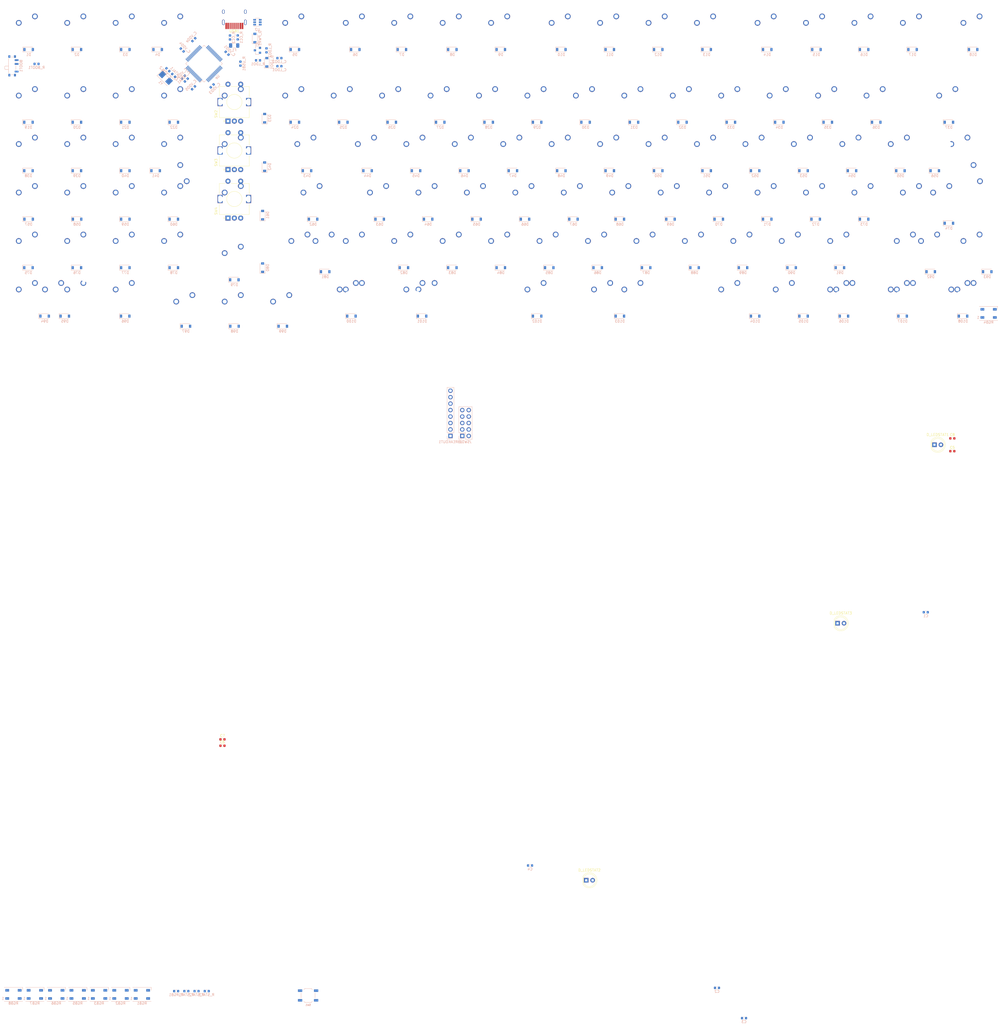
<source format=kicad_pcb>
(kicad_pcb (version 20171130) (host pcbnew "(5.1.4-0)")
  (layers (0 F.Cu signal) (31 B.Cu signal) (34 B.Paste user) (35 F.Paste user) (36 B.SilkS user) (37 F.SilkS user) (38 B.Mask user) (39 F.Mask user) (44 Edge.Cuts user))
  (net 0 "")
  (net 1 +3V3)
  (net 2 "Net-(BOOT1-Pad2)")
  (net 3 GND)
  (net 4 +5V)
  (net 5 XTAL_OUT)
  (net 6 XTAL_IN)
  (net 7 "Net-(D1-Pad2)")
  (net 8 ROW0)
  (net 9 "Net-(D2-Pad2)")
  (net 10 "Net-(D3-Pad2)")
  (net 11 "Net-(D4-Pad2)")
  (net 12 "Net-(D5-Pad2)")
  (net 13 "Net-(D6-Pad2)")
  (net 14 "Net-(D7-Pad2)")
  (net 15 "Net-(D8-Pad2)")
  (net 16 "Net-(D9-Pad2)")
  (net 17 "Net-(D10-Pad2)")
  (net 18 "Net-(D11-Pad2)")
  (net 19 "Net-(D12-Pad2)")
  (net 20 "Net-(D13-Pad2)")
  (net 21 "Net-(D14-Pad2)")
  (net 22 "Net-(D15-Pad2)")
  (net 23 "Net-(D16-Pad2)")
  (net 24 "Net-(D17-Pad2)")
  (net 25 "Net-(D18-Pad2)")
  (net 26 "Net-(D19-Pad2)")
  (net 27 ROW1)
  (net 28 "Net-(D20-Pad2)")
  (net 29 "Net-(D21-Pad2)")
  (net 30 "Net-(D22-Pad2)")
  (net 31 ENC1ROW)
  (net 32 "Net-(D24-Pad2)")
  (net 33 "Net-(D25-Pad2)")
  (net 34 "Net-(D26-Pad2)")
  (net 35 "Net-(D27-Pad2)")
  (net 36 "Net-(D28-Pad2)")
  (net 37 "Net-(D29-Pad2)")
  (net 38 "Net-(D30-Pad2)")
  (net 39 "Net-(D31-Pad2)")
  (net 40 "Net-(D32-Pad2)")
  (net 41 "Net-(D33-Pad2)")
  (net 42 "Net-(D34-Pad2)")
  (net 43 "Net-(D35-Pad2)")
  (net 44 "Net-(D36-Pad2)")
  (net 45 "Net-(D37-Pad2)")
  (net 46 "Net-(D38-Pad2)")
  (net 47 ROW2)
  (net 48 "Net-(D39-Pad2)")
  (net 49 "Net-(D40-Pad2)")
  (net 50 NP+ROW)
  (net 51 ENC2ROW)
  (net 52 "Net-(D43-Pad2)")
  (net 53 "Net-(D44-Pad2)")
  (net 54 "Net-(D45-Pad2)")
  (net 55 "Net-(D46-Pad2)")
  (net 56 "Net-(D47-Pad2)")
  (net 57 "Net-(D48-Pad2)")
  (net 58 "Net-(D49-Pad2)")
  (net 59 "Net-(D50-Pad2)")
  (net 60 "Net-(D51-Pad2)")
  (net 61 "Net-(D52-Pad2)")
  (net 62 "Net-(D53-Pad2)")
  (net 63 "Net-(D54-Pad2)")
  (net 64 "Net-(D55-Pad2)")
  (net 65 ISOENTERROW)
  (net 66 "Net-(D57-Pad2)")
  (net 67 ROW3)
  (net 68 "Net-(D58-Pad2)")
  (net 69 "Net-(D59-Pad2)")
  (net 70 "Net-(D60-Pad2)")
  (net 71 ENC3ROW)
  (net 72 "Net-(D62-Pad2)")
  (net 73 "Net-(D63-Pad2)")
  (net 74 "Net-(D64-Pad2)")
  (net 75 "Net-(D65-Pad2)")
  (net 76 "Net-(D66-Pad2)")
  (net 77 "Net-(D67-Pad2)")
  (net 78 "Net-(D68-Pad2)")
  (net 79 "Net-(D69-Pad2)")
  (net 80 "Net-(D70-Pad2)")
  (net 81 "Net-(D71-Pad2)")
  (net 82 "Net-(D72-Pad2)")
  (net 83 "Net-(D73-Pad2)")
  (net 84 ISOKEYROW)
  (net 85 "Net-(D75-Pad2)")
  (net 86 ROW4)
  (net 87 "Net-(D76-Pad2)")
  (net 88 "Net-(D77-Pad2)")
  (net 89 "Net-(D78-Pad2)")
  (net 90 SHIFTROW)
  (net 91 "Net-(D81-Pad2)")
  (net 92 "Net-(D82-Pad2)")
  (net 93 "Net-(D83-Pad2)")
  (net 94 "Net-(D84-Pad2)")
  (net 95 "Net-(D85-Pad2)")
  (net 96 "Net-(D86-Pad2)")
  (net 97 "Net-(D87-Pad2)")
  (net 98 "Net-(D88-Pad2)")
  (net 99 "Net-(D89-Pad2)")
  (net 100 "Net-(D90-Pad2)")
  (net 101 "Net-(D91-Pad2)")
  (net 102 UNSPLITROW)
  (net 103 "Net-(D93-Pad2)")
  (net 104 NP0ROW)
  (net 105 ROW5)
  (net 106 "Net-(D95-Pad2)")
  (net 107 "Net-(D96-Pad2)")
  (net 108 "Net-(D97-Pad2)")
  (net 109 "Net-(D98-Pad2)")
  (net 110 "Net-(D99-Pad2)")
  (net 111 CONTROLROW)
  (net 112 ALTROW)
  (net 113 "Net-(D102-Pad2)")
  (net 114 625SPCROW)
  (net 115 "Net-(D104-Pad2)")
  (net 116 MOD1ROW)
  (net 117 MOD2ROW)
  (net 118 MOD3ROW)
  (net 119 "Net-(D_LEDSTAT1-Pad2)")
  (net 120 "Net-(D_LEDSTAT2-Pad2)")
  (net 121 "Net-(D_LEDSTAT3-Pad2)")
  (net 122 VCC)
  (net 123 BREAKOUT8)
  (net 124 BREAKOUT7)
  (net 125 BREAKOUT6)
  (net 126 BREAKOUT5)
  (net 127 BREAKOUT4)
  (net 128 BREAKOUT3)
  (net 129 BREAKOUT2)
  (net 130 BREAKOUT1)
  (net 131 NRST)
  (net 132 "Net-(JSWD1-Pad8)")
  (net 133 "Net-(JSWD1-Pad7)")
  (net 134 "Net-(JSWD1-Pad6)")
  (net 135 SWCLK)
  (net 136 SWDIO)
  (net 137 COL0)
  (net 138 COL1)
  (net 139 COL2)
  (net 140 COL3)
  (net 141 COL4)
  (net 142 COL5)
  (net 143 COL6)
  (net 144 ALTCOL)
  (net 145 COL8)
  (net 146 625SPCCOL)
  (net 147 COL10)
  (net 148 COL11)
  (net 149 COL12)
  (net 150 COL13)
  (net 151 COL14)
  (net 152 COL15)
  (net 153 COL16)
  (net 154 COL17)
  (net 155 COL18)
  (net 156 BOOT0)
  (net 157 "Net-(R_CC1-Pad2)")
  (net 158 "Net-(R_CC2-Pad2)")
  (net 159 RGB)
  (net 160 LEDSTAT1)
  (net 161 LEDSTAT2)
  (net 162 LEDSTAT3)
  (net 163 USB_D+)
  (net 164 "Net-(RGB1-Pad2)")
  (net 165 "Net-(RGB2-Pad2)")
  (net 166 "Net-(RGB3-Pad2)")
  (net 167 "Net-(RGB4-Pad2)")
  (net 168 "Net-(RGB5-Pad2)")
  (net 169 "Net-(RGB6-Pad2)")
  (net 170 "Net-(RGB7-Pad2)")
  (net 171 "Net-(RGB8-Pad2)")
  (net 172 ENC1B)
  (net 173 ENC1A)
  (net 174 ENC2B)
  (net 175 ENC2A)
  (net 176 ENC3B)
  (net 177 ENC3A)
  (net 178 USB_D-)
  (net 179 "Net-(U3-Pad54)")
  (net 180 "Net-(U3-Pad34)")
  (net 181 "Net-(U3-Pad18)")
  (net 182 "Net-(USB1-Pad3)")
  (net 183 "Net-(USB1-Pad9)")
  (net 184 "Net-(USB1-Pad13)")
  (net 185 "Net-(D79-Pad2)")
  (net 186 "Net-(D105-Pad2)")
  (module MX_Only:MXOnly-1.25U-NoLED (layer F.Cu) (at 648.49375 193.675)
    (fp_text reference MX117)
    (fp_text value MX-NoLED)
    (pad 2 thru_hole circle (at 2.54 -5.08) (size 2.25 2.25) (drill 1.47) (layers *.Cu B.Mask) (net 116 MOD1ROW))
    (pad "" np_thru_hole circle (at 0 0) (size 3.9878 3.9878) (drill 3.9878) (layers *.Cu *.Mask))
    (pad 1 thru_hole circle (at -3.81 -2.54) (size 2.25 2.25) (drill 1.47) (layers *.Cu B.Mask) (net 149 COL12))
    (pad "" np_thru_hole circle (at -5.08 0 48.0996) (size 1.75 1.75) (drill 1.75) (layers *.Cu *.Mask))
    (pad "" np_thru_hole circle (at 5.08 0 48.0996) (size 1.75 1.75) (drill 1.75) (layers *.Cu *.Mask))
  )
  (module MX_Only:MXOnly-1.5U-NoLED (layer F.Cu) (at 693.7375 193.675)
    (fp_text reference MX113)
    (fp_text value MX-NoLED)
    (pad 2 thru_hole circle (at 2.54 -5.08) (size 2.25 2.25) (drill 1.47) (layers *.Cu B.Mask) (net 118 MOD3ROW))
    (pad "" np_thru_hole circle (at 0 0) (size 3.9878 3.9878) (drill 3.9878) (layers *.Cu *.Mask))
    (pad 1 thru_hole circle (at -3.81 -2.54) (size 2.25 2.25) (drill 1.47) (layers *.Cu B.Mask) (net 151 COL14))
    (pad "" np_thru_hole circle (at -5.08 0 48.0996) (size 1.75 1.75) (drill 1.75) (layers *.Cu *.Mask))
    (pad "" np_thru_hole circle (at 5.08 0 48.0996) (size 1.75 1.75) (drill 1.75) (layers *.Cu *.Mask))
  )
  (module MX_Only:MXOnly-1U-NoLED (layer F.Cu) (at 669.925 193.675)
    (fp_text reference MX112)
    (fp_text value MX-NoLED)
    (pad 2 thru_hole circle (at 2.54 -5.08) (size 2.25 2.25) (drill 1.47) (layers *.Cu B.Mask) (net 117 MOD2ROW))
    (pad "" np_thru_hole circle (at 0 0) (size 3.9878 3.9878) (drill 3.9878) (layers *.Cu *.Mask))
    (pad 1 thru_hole circle (at -3.81 -2.54) (size 2.25 2.25) (drill 1.47) (layers *.Cu B.Mask) (net 150 COL13))
    (pad "" np_thru_hole circle (at -5.08 0 48.0996) (size 1.75 1.75) (drill 1.75) (layers *.Cu *.Mask))
    (pad "" np_thru_hole circle (at 5.08 0 48.0996) (size 1.75 1.75) (drill 1.75) (layers *.Cu *.Mask))
  )
  (module MX_Only:MXOnly-1.5U-NoLED (layer F.Cu) (at 646.1125 193.675)
    (fp_text reference MX111)
    (fp_text value MX-NoLED)
    (pad 2 thru_hole circle (at 2.54 -5.08) (size 2.25 2.25) (drill 1.47) (layers *.Cu B.Mask) (net 116 MOD1ROW))
    (pad "" np_thru_hole circle (at 0 0) (size 3.9878 3.9878) (drill 3.9878) (layers *.Cu *.Mask))
    (pad 1 thru_hole circle (at -3.81 -2.54) (size 2.25 2.25) (drill 1.47) (layers *.Cu B.Mask) (net 149 COL12))
    (pad "" np_thru_hole circle (at -5.08 0 48.0996) (size 1.75 1.75) (drill 1.75) (layers *.Cu *.Mask))
    (pad "" np_thru_hole circle (at 5.08 0 48.0996) (size 1.75 1.75) (drill 1.75) (layers *.Cu *.Mask))
  )
  (module MX_Only:MXOnly-1.25U-NoLED (layer F.Cu) (at 624.68125 193.675)
    (fp_text reference MX110)
    (fp_text value MX-NoLED)
    (pad 2 thru_hole circle (at 2.54 -5.08) (size 2.25 2.25) (drill 1.47) (layers *.Cu B.Mask) (net 186 "Net-(D105-Pad2)"))
    (pad "" np_thru_hole circle (at 0 0) (size 3.9878 3.9878) (drill 3.9878) (layers *.Cu *.Mask))
    (pad 1 thru_hole circle (at -3.81 -2.54) (size 2.25 2.25) (drill 1.47) (layers *.Cu B.Mask) (net 148 COL11))
    (pad "" np_thru_hole circle (at -5.08 0 48.0996) (size 1.75 1.75) (drill 1.75) (layers *.Cu *.Mask))
    (pad "" np_thru_hole circle (at 5.08 0 48.0996) (size 1.75 1.75) (drill 1.75) (layers *.Cu *.Mask))
  )
  (module MX_Only:MXOnly-2.25U-NoLED (layer F.Cu) (at 686.59375 155.575)
    (fp_text reference MX77)
    (fp_text value MX-NoLED)
    (pad 2 thru_hole circle (at 2.54 -5.08) (size 2.25 2.25) (drill 1.47) (layers *.Cu B.Mask) (net 84 ISOKEYROW))
    (pad "" np_thru_hole circle (at 0 0) (size 3.9878 3.9878) (drill 3.9878) (layers *.Cu *.Mask))
    (pad 1 thru_hole circle (at -3.81 -2.54) (size 2.25 2.25) (drill 1.47) (layers *.Cu B.Mask) (net 154 COL17))
    (pad "" np_thru_hole circle (at -5.08 0 48.0996) (size 1.75 1.75) (drill 1.75) (layers *.Cu *.Mask))
    (pad "" np_thru_hole circle (at 5.08 0 48.0996) (size 1.75 1.75) (drill 1.75) (layers *.Cu *.Mask))
    (pad "" np_thru_hole circle (at -11.90625 -6.985) (size 3.048 3.048) (drill 3.048) (layers *.Cu *.Mask))
    (pad "" np_thru_hole circle (at 11.90625 -6.985) (size 3.048 3.048) (drill 3.048) (layers *.Cu *.Mask))
    (pad "" np_thru_hole circle (at -11.90625 8.255) (size 3.9878 3.9878) (drill 3.9878) (layers *.Cu *.Mask))
    (pad "" np_thru_hole circle (at 11.90625 8.255) (size 3.9878 3.9878) (drill 3.9878) (layers *.Cu *.Mask))
  )
  (module MX_Only:MXOnly-1.25U-NoLED (layer F.Cu) (at 434.2 174.625)
    (fp_text reference MX84)
    (fp_text value MX-NoLED)
    (pad 2 thru_hole circle (at 2.54 -5.08) (size 2.25 2.25) (drill 1.47) (layers *.Cu B.Mask) (net 90 SHIFTROW))
    (pad "" np_thru_hole circle (at 0 0) (size 3.9878 3.9878) (drill 3.9878) (layers *.Cu *.Mask))
    (pad 1 thru_hole circle (at -3.81 -2.54) (size 2.25 2.25) (drill 1.47) (layers *.Cu B.Mask) (net 142 COL5))
    (pad "" np_thru_hole circle (at -5.08 0 48.0996) (size 1.75 1.75) (drill 1.75) (layers *.Cu *.Mask))
    (pad "" np_thru_hole circle (at 5.08 0 48.0996) (size 1.75 1.75) (drill 1.75) (layers *.Cu *.Mask))
  )
  (module MX_Only:MXOnly-1U-NoLED (layer F.Cu) (at 407.9875 179.3875)
    (fp_text reference MX83)
    (fp_text value MX-NoLED)
    (pad 2 thru_hole circle (at 2.54 -5.08) (size 2.25 2.25) (drill 1.47) (layers *.Cu B.Mask) (net 185 "Net-(D79-Pad2)"))
    (pad "" np_thru_hole circle (at 0 0) (size 3.9878 3.9878) (drill 3.9878) (layers *.Cu *.Mask))
    (pad 1 thru_hole circle (at -3.81 -2.54) (size 2.25 2.25) (drill 1.47) (layers *.Cu B.Mask) (net 141 COL4))
    (pad "" np_thru_hole circle (at -5.08 0 48.0996) (size 1.75 1.75) (drill 1.75) (layers *.Cu *.Mask))
    (pad "" np_thru_hole circle (at 5.08 0 48.0996) (size 1.75 1.75) (drill 1.75) (layers *.Cu *.Mask))
  )
  (module MX_Only:MXOnly-ISO-ROTATED-ReversedStabilizers-NoLED (layer F.Cu) (at 696.11875 146.05)
    (fp_text reference MX58)
    (fp_text value MX-NoLED)
    (pad "" np_thru_hole circle (at -8.255 -11.938) (size 3.9878 3.9878) (drill 3.9878) (layers *.Cu *.Mask))
    (pad "" np_thru_hole circle (at -8.255 11.938) (size 3.9878 3.9878) (drill 3.9878) (layers *.Cu *.Mask))
    (pad "" np_thru_hole circle (at 6.985 -11.938) (size 3.048 3.048) (drill 3.048) (layers *.Cu *.Mask))
    (pad "" np_thru_hole circle (at 6.985 11.938) (size 3.048 3.048) (drill 3.048) (layers *.Cu *.Mask))
    (pad "" np_thru_hole circle (at 0 5.08 48.0996) (size 1.75 1.75) (drill 1.75) (layers *.Cu *.Mask))
    (pad "" np_thru_hole circle (at 0 -5.08 48.0996) (size 1.75 1.75) (drill 1.75) (layers *.Cu *.Mask))
    (pad 1 thru_hole circle (at 2.54 -3.81) (size 2.25 2.25) (drill 1.47) (layers *.Cu B.Mask) (net 155 COL18))
    (pad "" np_thru_hole circle (at 0 0) (size 3.9878 3.9878) (drill 3.9878) (layers *.Cu *.Mask))
    (pad 2 thru_hole circle (at 5.08 2.54) (size 2.25 2.25) (drill 1.47) (layers *.Cu B.Mask) (net 65 ISOENTERROW))
  )
  (module MX_Only:MXOnly-1U-NoLED (layer F.Cu) (at 674.6875 155.575)
    (fp_text reference MX76)
    (fp_text value MX-NoLED)
    (pad 2 thru_hole circle (at 2.54 -5.08) (size 2.25 2.25) (drill 1.47) (layers *.Cu B.Mask) (net 84 ISOKEYROW))
    (pad "" np_thru_hole circle (at 0 0) (size 3.9878 3.9878) (drill 3.9878) (layers *.Cu *.Mask))
    (pad 1 thru_hole circle (at -3.81 -2.54) (size 2.25 2.25) (drill 1.47) (layers *.Cu B.Mask) (net 154 COL17))
    (pad "" np_thru_hole circle (at -5.08 0 48.0996) (size 1.75 1.75) (drill 1.75) (layers *.Cu *.Mask))
    (pad "" np_thru_hole circle (at 5.08 0 48.0996) (size 1.75 1.75) (drill 1.75) (layers *.Cu *.Mask))
  )
  (module Diode_SMD:D_SOD-123 (layer B.Cu) (at 688.975 165.1)
    (fp_text reference D74 (at 0 2) (layer B.SilkS) (effects (justify mirror)))
    (fp_text value D_Small)
    (pad 2 smd rect (at 1.65 0) (size 0.9 1.2) (layers B.Cu B.Paste B.Mask) (net 84 ISOKEYROW))
    (pad 1 smd rect (at -1.65 0) (size 0.9 1.2) (layers B.Cu B.Paste B.Mask) (net 67 ROW3))
  )
  (module MX_Only:MXOnly-1U-NoLED (layer F.Cu) (at 327.025 117.475)
    (fp_text reference MX19)
    (fp_text value MX-NoLED)
    (pad 2 thru_hole circle (at 2.54 -5.08) (size 2.25 2.25) (drill 1.47) (layers *.Cu B.Mask) (net 26 "Net-(D19-Pad2)"))
    (pad "" np_thru_hole circle (at 0 0) (size 3.9878 3.9878) (drill 3.9878) (layers *.Cu *.Mask))
    (pad 1 thru_hole circle (at -3.81 -2.54) (size 2.25 2.25) (drill 1.47) (layers *.Cu B.Mask) (net 137 COL0))
    (pad "" np_thru_hole circle (at -5.08 0 48.0996) (size 1.75 1.75) (drill 1.75) (layers *.Cu *.Mask))
    (pad "" np_thru_hole circle (at 5.08 0 48.0996) (size 1.75 1.75) (drill 1.75) (layers *.Cu *.Mask))
  )
  (module MX_Only:MXOnly-1U-NoLED (layer F.Cu) (at 536.575 88.9)
    (fp_text reference MX10)
    (fp_text value MX-NoLED)
    (pad 2 thru_hole circle (at 2.54 -5.08) (size 2.25 2.25) (drill 1.47) (layers *.Cu B.Mask) (net 17 "Net-(D10-Pad2)"))
    (pad "" np_thru_hole circle (at 0 0) (size 3.9878 3.9878) (drill 3.9878) (layers *.Cu *.Mask))
    (pad 1 thru_hole circle (at -3.81 -2.54) (size 2.25 2.25) (drill 1.47) (layers *.Cu B.Mask) (net 146 625SPCCOL))
    (pad "" np_thru_hole circle (at -5.08 0 48.0996) (size 1.75 1.75) (drill 1.75) (layers *.Cu *.Mask))
    (pad "" np_thru_hole circle (at 5.08 0 48.0996) (size 1.75 1.75) (drill 1.75) (layers *.Cu *.Mask))
  )
  (module MX_Only:MXOnly-1U-NoLED (layer F.Cu) (at 431.8 88.9)
    (fp_text reference MX5)
    (fp_text value MX-NoLED)
    (pad 2 thru_hole circle (at 2.54 -5.08) (size 2.25 2.25) (drill 1.47) (layers *.Cu B.Mask) (net 12 "Net-(D5-Pad2)"))
    (pad "" np_thru_hole circle (at 0 0) (size 3.9878 3.9878) (drill 3.9878) (layers *.Cu *.Mask))
    (pad 1 thru_hole circle (at -3.81 -2.54) (size 2.25 2.25) (drill 1.47) (layers *.Cu B.Mask) (net 141 COL4))
    (pad "" np_thru_hole circle (at -5.08 0 48.0996) (size 1.75 1.75) (drill 1.75) (layers *.Cu *.Mask))
    (pad "" np_thru_hole circle (at 5.08 0 48.0996) (size 1.75 1.75) (drill 1.75) (layers *.Cu *.Mask))
  )
  (module Button_Switch_SMD:SW_SPDT_PCM12 (layer B.Cu) (at 320.929 103.251 90)
    (fp_text reference BOOT1 (at 0 3.2 90) (layer B.SilkS) (effects (justify mirror)))
    (fp_text value SW_SPDT)
    (pad "" smd rect (at -3.65 0.78 90) (size 1 0.8) (layers B.Cu B.Paste B.Mask))
    (pad "" smd rect (at 3.65 0.78 90) (size 1 0.8) (layers B.Cu B.Paste B.Mask))
    (pad "" smd rect (at 3.65 -1.43 90) (size 1 0.8) (layers B.Cu B.Paste B.Mask))
    (pad "" smd rect (at -3.65 -1.43 90) (size 1 0.8) (layers B.Cu B.Paste B.Mask))
    (pad 3 smd rect (at 2.25 1.43 90) (size 0.7 1.5) (layers B.Cu B.Paste B.Mask) (net 3 GND))
    (pad 2 smd rect (at 0.75 1.43 90) (size 0.7 1.5) (layers B.Cu B.Paste B.Mask) (net 2 "Net-(BOOT1-Pad2)"))
    (pad 1 smd rect (at -2.25 1.43 90) (size 0.7 1.5) (layers B.Cu B.Paste B.Mask) (net 1 +3V3))
    (pad "" np_thru_hole circle (at 1.5 -0.33 90) (size 0.9 0.9) (drill 0.9) (layers *.Cu *.Mask))
    (pad "" np_thru_hole circle (at -1.5 -0.33 90) (size 0.9 0.9) (drill 0.9) (layers *.Cu *.Mask))
  )
  (module Crystal:Crystal_SMD_5032-2Pin_5.0x3.2mm (layer B.Cu) (at 381 107.95 315)
    (fp_text reference Y1 (at 0 2.8 135) (layer B.SilkS) (effects (justify mirror)))
    (fp_text value 8MHz)
    (pad 2 smd rect (at 1.85 0 315) (size 2 2.4) (layers B.Cu B.Paste B.Mask) (net 5 XTAL_OUT))
    (pad 1 smd rect (at -1.85 0 315) (size 2 2.4) (layers B.Cu B.Paste B.Mask) (net 6 XTAL_IN))
  )
  (module Type-C:HRO-TYPE-C-31-M-12-HandSoldering (layer F.Cu) (at 407.9875 79.375 180)
    (fp_text reference USB1 (at 0 -10.2) (layer F.SilkS))
    (fp_text value HRO-TYPE-C-31-M-12)
    (pad 12 smd rect (at 3.225 -8.195 180) (size 0.6 2.45) (layers F.Cu F.Paste F.Mask) (net 3 GND))
    (pad 1 smd rect (at -3.225 -8.195 180) (size 0.6 2.45) (layers F.Cu F.Paste F.Mask) (net 3 GND))
    (pad 11 smd rect (at 2.45 -8.195 180) (size 0.6 2.45) (layers F.Cu F.Paste F.Mask) (net 122 VCC))
    (pad 2 smd rect (at -2.45 -8.195 180) (size 0.6 2.45) (layers F.Cu F.Paste F.Mask) (net 122 VCC))
    (pad 3 smd rect (at -1.75 -8.195 180) (size 0.3 2.45) (layers F.Cu F.Paste F.Mask) (net 182 "Net-(USB1-Pad3)"))
    (pad 10 smd rect (at 1.75 -8.195 180) (size 0.3 2.45) (layers F.Cu F.Paste F.Mask) (net 158 "Net-(R_CC2-Pad2)"))
    (pad 4 smd rect (at -1.25 -8.195 180) (size 0.3 2.45) (layers F.Cu F.Paste F.Mask) (net 157 "Net-(R_CC1-Pad2)"))
    (pad 9 smd rect (at 1.25 -8.195 180) (size 0.3 2.45) (layers F.Cu F.Paste F.Mask) (net 183 "Net-(USB1-Pad9)"))
    (pad 5 smd rect (at -0.75 -8.195 180) (size 0.3 2.45) (layers F.Cu F.Paste F.Mask) (net 178 USB_D-))
    (pad 8 smd rect (at 0.75 -8.195 180) (size 0.3 2.45) (layers F.Cu F.Paste F.Mask) (net 163 USB_D+))
    (pad 7 smd rect (at 0.25 -8.195 180) (size 0.3 2.45) (layers F.Cu F.Paste F.Mask) (net 178 USB_D-))
    (pad 6 smd rect (at -0.25 -8.195 180) (size 0.3 2.45) (layers F.Cu F.Paste F.Mask) (net 163 USB_D+))
    (pad "" np_thru_hole circle (at 2.89 -6.25 180) (size 0.65 0.65) (drill 0.65) (layers *.Cu *.Mask))
    (pad "" np_thru_hole circle (at -2.89 -6.25 180) (size 0.65 0.65) (drill 0.65) (layers *.Cu *.Mask))
    (pad 13 thru_hole oval (at -4.32 -6.78 180) (size 1 2.1) (drill oval 0.6 1.7) (layers *.Cu B.Mask) (net 184 "Net-(USB1-Pad13)"))
    (pad 13 thru_hole oval (at 4.32 -6.78 180) (size 1 2.1) (drill oval 0.6 1.7) (layers *.Cu B.Mask) (net 184 "Net-(USB1-Pad13)"))
    (pad 13 thru_hole oval (at -4.32 -2.6 180) (size 1 1.6) (drill oval 0.6 1.2) (layers *.Cu B.Mask) (net 184 "Net-(USB1-Pad13)"))
    (pad 13 thru_hole oval (at 4.32 -2.6 180) (size 1 1.6) (drill oval 0.6 1.2) (layers *.Cu B.Mask) (net 184 "Net-(USB1-Pad13)"))
  )
  (module Package_QFP:LQFP-64_10x10mm_P0.5mm (layer B.Cu) (at 396.08125 102.39375 45)
    (fp_text reference Ue (at 0 7.4 225) (layer B.SilkS) (effects (justify mirror)))
    (fp_text value STM32F303RCTx)
    (pad 64 smd roundrect (at -3.75 5.675 45) (size 0.3 1.55) (layers B.Cu B.Paste B.Mask) (net 1 +3V3))
    (pad 63 smd roundrect (at -3.25 5.675 45) (size 0.3 1.55) (layers B.Cu B.Paste B.Mask) (net 3 GND))
    (pad 62 smd roundrect (at -2.75 5.675 45) (size 0.3 1.55) (layers B.Cu B.Paste B.Mask) (net 127 BREAKOUT4))
    (pad 61 smd roundrect (at -2.25 5.675 45) (size 0.3 1.55) (layers B.Cu B.Paste B.Mask) (net 128 BREAKOUT3))
    (pad 60 smd roundrect (at -1.75 5.675 45) (size 0.3 1.55) (layers B.Cu B.Paste B.Mask) (net 156 BOOT0))
    (pad 59 smd roundrect (at -1.25 5.675 45) (size 0.3 1.55) (layers B.Cu B.Paste B.Mask) (net 129 BREAKOUT2))
    (pad 58 smd roundrect (at -0.75 5.675 45) (size 0.3 1.55) (layers B.Cu B.Paste B.Mask) (net 130 BREAKOUT1))
    (pad 57 smd roundrect (at -0.25 5.675 45) (size 0.3 1.55) (layers B.Cu B.Paste B.Mask) (net 105 ROW5))
    (pad 56 smd roundrect (at 0.25 5.675 45) (size 0.3 1.55) (layers B.Cu B.Paste B.Mask) (net 86 ROW4))
    (pad 55 smd roundrect (at 0.75 5.675 45) (size 0.3 1.55) (layers B.Cu B.Paste B.Mask) (net 67 ROW3))
    (pad 54 smd roundrect (at 1.25 5.675 45) (size 0.3 1.55) (layers B.Cu B.Paste B.Mask) (net 179 "Net-(U3-Pad54)"))
    (pad 53 smd roundrect (at 1.75 5.675 45) (size 0.3 1.55) (layers B.Cu B.Paste B.Mask) (net 143 COL6))
    (pad 52 smd roundrect (at 2.25 5.675 45) (size 0.3 1.55) (layers B.Cu B.Paste B.Mask) (net 142 COL5))
    (pad 51 smd roundrect (at 2.75 5.675 45) (size 0.3 1.55) (layers B.Cu B.Paste B.Mask) (net 141 COL4))
    (pad 50 smd roundrect (at 3.25 5.675 45) (size 0.3 1.55) (layers B.Cu B.Paste B.Mask) (net 162 LEDSTAT3))
    (pad 49 smd roundrect (at 3.75 5.675 45) (size 0.3 1.55) (layers B.Cu B.Paste B.Mask) (net 135 SWCLK))
    (pad 48 smd roundrect (at 5.675 3.75 45) (size 1.55 0.3) (layers B.Cu B.Paste B.Mask) (net 1 +3V3))
    (pad 47 smd roundrect (at 5.675 3.25 45) (size 1.55 0.3) (layers B.Cu B.Paste B.Mask) (net 3 GND))
    (pad 46 smd roundrect (at 5.675 2.75 45) (size 1.55 0.3) (layers B.Cu B.Paste B.Mask) (net 136 SWDIO))
    (pad 45 smd roundrect (at 5.675 2.25 45) (size 1.55 0.3) (layers B.Cu B.Paste B.Mask) (net 163 USB_D+))
    (pad 44 smd roundrect (at 5.675 1.75 45) (size 1.55 0.3) (layers B.Cu B.Paste B.Mask) (net 178 USB_D-))
    (pad 43 smd roundrect (at 5.675 1.25 45) (size 1.55 0.3) (layers B.Cu B.Paste B.Mask) (net 161 LEDSTAT2))
    (pad 42 smd roundrect (at 5.675 0.75 45) (size 1.55 0.3) (layers B.Cu B.Paste B.Mask) (net 160 LEDSTAT1))
    (pad 41 smd roundrect (at 5.675 0.25 45) (size 1.55 0.3) (layers B.Cu B.Paste B.Mask) (net 155 COL18))
    (pad 40 smd roundrect (at 5.675 -0.25 45) (size 1.55 0.3) (layers B.Cu B.Paste B.Mask) (net 140 COL3))
    (pad 39 smd roundrect (at 5.675 -0.75 45) (size 1.55 0.3) (layers B.Cu B.Paste B.Mask) (net 139 COL2))
    (pad 38 smd roundrect (at 5.675 -1.25 45) (size 1.55 0.3) (layers B.Cu B.Paste B.Mask) (net 138 COL1))
    (pad 37 smd roundrect (at 5.675 -1.75 45) (size 1.55 0.3) (layers B.Cu B.Paste B.Mask) (net 137 COL0))
    (pad 36 smd roundrect (at 5.675 -2.25 45) (size 1.55 0.3) (layers B.Cu B.Paste B.Mask) (net 159 RGB))
    (pad 35 smd roundrect (at 5.675 -2.75 45) (size 1.55 0.3) (layers B.Cu B.Paste B.Mask) (net 123 BREAKOUT8))
    (pad 34 smd roundrect (at 5.675 -3.25 45) (size 1.55 0.3) (layers B.Cu B.Paste B.Mask) (net 180 "Net-(U3-Pad34)"))
    (pad 33 smd roundrect (at 5.675 -3.75 45) (size 1.55 0.3) (layers B.Cu B.Paste B.Mask) (net 124 BREAKOUT7))
    (pad 32 smd roundrect (at 3.75 -5.675 45) (size 0.3 1.55) (layers B.Cu B.Paste B.Mask) (net 1 +3V3))
    (pad 31 smd roundrect (at 3.25 -5.675 45) (size 0.3 1.55) (layers B.Cu B.Paste B.Mask) (net 3 GND))
    (pad 30 smd roundrect (at 2.75 -5.675 45) (size 0.3 1.55) (layers B.Cu B.Paste B.Mask) (net 125 BREAKOUT6))
    (pad 29 smd roundrect (at 2.25 -5.675 45) (size 0.3 1.55) (layers B.Cu B.Paste B.Mask) (net 126 BREAKOUT5))
    (pad 28 smd roundrect (at 1.75 -5.675 45) (size 0.3 1.55) (layers B.Cu B.Paste B.Mask) (net 47 ROW2))
    (pad 27 smd roundrect (at 1.25 -5.675 45) (size 0.3 1.55) (layers B.Cu B.Paste B.Mask) (net 27 ROW1))
    (pad 26 smd roundrect (at 0.75 -5.675 45) (size 0.3 1.55) (layers B.Cu B.Paste B.Mask) (net 8 ROW0))
    (pad 25 smd roundrect (at 0.25 -5.675 45) (size 0.3 1.55) (layers B.Cu B.Paste B.Mask) (net 176 ENC3B))
    (pad 24 smd roundrect (at -0.25 -5.675 45) (size 0.3 1.55) (layers B.Cu B.Paste B.Mask) (net 174 ENC2B))
    (pad 23 smd roundrect (at -0.75 -5.675 45) (size 0.3 1.55) (layers B.Cu B.Paste B.Mask) (net 154 COL17))
    (pad 22 smd roundrect (at -1.25 -5.675 45) (size 0.3 1.55) (layers B.Cu B.Paste B.Mask) (net 153 COL16))
    (pad 21 smd roundrect (at -1.75 -5.675 45) (size 0.3 1.55) (layers B.Cu B.Paste B.Mask) (net 152 COL15))
    (pad 20 smd roundrect (at -2.25 -5.675 45) (size 0.3 1.55) (layers B.Cu B.Paste B.Mask) (net 151 COL14))
    (pad 19 smd roundrect (at -2.75 -5.675 45) (size 0.3 1.55) (layers B.Cu B.Paste B.Mask) (net 1 +3V3))
    (pad 18 smd roundrect (at -3.25 -5.675 45) (size 0.3 1.55) (layers B.Cu B.Paste B.Mask) (net 181 "Net-(U3-Pad18)"))
    (pad 17 smd roundrect (at -3.75 -5.675 45) (size 0.3 1.55) (layers B.Cu B.Paste B.Mask) (net 150 COL13))
    (pad 16 smd roundrect (at -5.675 -3.75 45) (size 1.55 0.3) (layers B.Cu B.Paste B.Mask) (net 149 COL12))
    (pad 15 smd roundrect (at -5.675 -3.25 45) (size 1.55 0.3) (layers B.Cu B.Paste B.Mask) (net 148 COL11))
    (pad 14 smd roundrect (at -5.675 -2.75 45) (size 1.55 0.3) (layers B.Cu B.Paste B.Mask) (net 147 COL10))
    (pad 13 smd roundrect (at -5.675 -2.25 45) (size 1.55 0.3) (layers B.Cu B.Paste B.Mask) (net 1 +3V3))
    (pad 12 smd roundrect (at -5.675 -1.75 45) (size 1.55 0.3) (layers B.Cu B.Paste B.Mask) (net 3 GND))
    (pad 11 smd roundrect (at -5.675 -1.25 45) (size 1.55 0.3) (layers B.Cu B.Paste B.Mask) (net 172 ENC1B))
    (pad 10 smd roundrect (at -5.675 -0.75 45) (size 1.55 0.3) (layers B.Cu B.Paste B.Mask) (net 177 ENC3A))
    (pad 9 smd roundrect (at -5.675 -0.25 45) (size 1.55 0.3) (layers B.Cu B.Paste B.Mask) (net 175 ENC2A))
    (pad 8 smd roundrect (at -5.675 0.25 45) (size 1.55 0.3) (layers B.Cu B.Paste B.Mask) (net 173 ENC1A))
    (pad 7 smd roundrect (at -5.675 0.75 45) (size 1.55 0.3) (layers B.Cu B.Paste B.Mask) (net 131 NRST))
    (pad 6 smd roundrect (at -5.675 1.25 45) (size 1.55 0.3) (layers B.Cu B.Paste B.Mask) (net 5 XTAL_OUT))
    (pad 5 smd roundrect (at -5.675 1.75 45) (size 1.55 0.3) (layers B.Cu B.Paste B.Mask) (net 6 XTAL_IN))
    (pad 4 smd roundrect (at -5.675 2.25 45) (size 1.55 0.3) (layers B.Cu B.Paste B.Mask) (net 146 625SPCCOL))
    (pad 3 smd roundrect (at -5.675 2.75 45) (size 1.55 0.3) (layers B.Cu B.Paste B.Mask) (net 145 COL8))
    (pad 2 smd roundrect (at -5.675 3.25 45) (size 1.55 0.3) (layers B.Cu B.Paste B.Mask) (net 144 ALTCOL))
    (pad 1 smd roundrect (at -5.675 3.75 45) (size 1.55 0.3) (layers B.Cu B.Paste B.Mask) (net 1 +3V3))
  )
  (module Package_TO_SOT_SMD:SOT-23-6 (layer B.Cu) (at 417.068 86.106)
    (fp_text reference U2 (at 0 2.9) (layer B.SilkS) (effects (justify mirror)))
    (fp_text value SRV05-4)
    (pad 5 smd rect (at 1.1 0) (size 1.06 0.65) (layers B.Cu B.Paste B.Mask) (net 122 VCC))
    (pad 6 smd rect (at 1.1 0.95) (size 1.06 0.65) (layers B.Cu B.Paste B.Mask) (net 163 USB_D+))
    (pad 4 smd rect (at 1.1 -0.95) (size 1.06 0.65) (layers B.Cu B.Paste B.Mask) (net 178 USB_D-))
    (pad 3 smd rect (at -1.1 -0.95) (size 1.06 0.65) (layers B.Cu B.Paste B.Mask) (net 163 USB_D+))
    (pad 2 smd rect (at -1.1 0) (size 1.06 0.65) (layers B.Cu B.Paste B.Mask) (net 3 GND))
    (pad 1 smd rect (at -1.1 0.95) (size 1.06 0.65) (layers B.Cu B.Paste B.Mask) (net 178 USB_D-))
  )
  (module Package_TO_SOT_SMD:SOT-23 (layer B.Cu) (at 417.068 97.155 180)
    (fp_text reference U1 (at 0 2.5) (layer B.SilkS) (effects (justify mirror)))
    (fp_text value MCP1700-3302E_SOT23)
    (pad 3 smd rect (at 1 0 180) (size 0.9 0.8) (layers B.Cu B.Paste B.Mask) (net 4 +5V))
    (pad 2 smd rect (at -1 -0.95 180) (size 0.9 0.8) (layers B.Cu B.Paste B.Mask) (net 1 +3V3))
    (pad 1 smd rect (at -1 0.95 180) (size 0.9 0.8) (layers B.Cu B.Paste B.Mask) (net 3 GND))
  )
  (module Keebio-Parts:RotaryEncoder_Alps_EC11E-Switch_Vertical_H20mm (layer F.Cu) (at 407.9875 155.575 90)
    (fp_text reference SW4 (at -4.7 -7.2 90) (layer F.SilkS))
    (fp_text value Rotary_Encoder_Switch)
    (pad S1 thru_hole circle (at 7 2.5 90) (size 2 2) (drill 1) (layers *.Cu *.Mask) (net 71 ENC3ROW))
    (pad S2 thru_hole circle (at 7 -2.5 90) (size 2 2) (drill 1) (layers *.Cu *.Mask) (net 141 COL4))
    (pad MP thru_hole rect (at 0 5.6 90) (size 3.2 2) (drill oval 2.8 1.5) (layers *.Cu *.Mask))
    (pad MP thru_hole rect (at 0 -5.6 90) (size 3.2 2) (drill oval 2.8 1.5) (layers *.Cu *.Mask))
    (pad B thru_hole circle (at -7.5 2.5 90) (size 2 2) (drill 1) (layers *.Cu *.Mask) (net 176 ENC3B))
    (pad C thru_hole circle (at -7.5 0 90) (size 2 2) (drill 1) (layers *.Cu *.Mask) (net 3 GND))
    (pad A thru_hole rect (at -7.5 -2.5 90) (size 2 2) (drill 1) (layers *.Cu *.Mask) (net 177 ENC3A))
  )
  (module Keebio-Parts:RotaryEncoder_Alps_EC11E-Switch_Vertical_H20mm (layer F.Cu) (at 407.9875 136.525 90)
    (fp_text reference SW3 (at -4.7 -7.2 90) (layer F.SilkS))
    (fp_text value Rotary_Encoder_Switch)
    (pad S1 thru_hole circle (at 7 2.5 90) (size 2 2) (drill 1) (layers *.Cu *.Mask) (net 51 ENC2ROW))
    (pad S2 thru_hole circle (at 7 -2.5 90) (size 2 2) (drill 1) (layers *.Cu *.Mask) (net 141 COL4))
    (pad MP thru_hole rect (at 0 5.6 90) (size 3.2 2) (drill oval 2.8 1.5) (layers *.Cu *.Mask))
    (pad MP thru_hole rect (at 0 -5.6 90) (size 3.2 2) (drill oval 2.8 1.5) (layers *.Cu *.Mask))
    (pad B thru_hole circle (at -7.5 2.5 90) (size 2 2) (drill 1) (layers *.Cu *.Mask) (net 174 ENC2B))
    (pad C thru_hole circle (at -7.5 0 90) (size 2 2) (drill 1) (layers *.Cu *.Mask) (net 3 GND))
    (pad A thru_hole rect (at -7.5 -2.5 90) (size 2 2) (drill 1) (layers *.Cu *.Mask) (net 175 ENC2A))
  )
  (module Keebio-Parts:RotaryEncoder_Alps_EC11E-Switch_Vertical_H20mm (layer F.Cu) (at 407.9875 117.475 90)
    (fp_text reference SW2 (at -4.7 -7.2 90) (layer F.SilkS))
    (fp_text value Rotary_Encoder_Switch)
    (pad S1 thru_hole circle (at 7 2.5 90) (size 2 2) (drill 1) (layers *.Cu *.Mask) (net 31 ENC1ROW))
    (pad S2 thru_hole circle (at 7 -2.5 90) (size 2 2) (drill 1) (layers *.Cu *.Mask) (net 141 COL4))
    (pad MP thru_hole rect (at 0 5.6 90) (size 3.2 2) (drill oval 2.8 1.5) (layers *.Cu *.Mask))
    (pad MP thru_hole rect (at 0 -5.6 90) (size 3.2 2) (drill oval 2.8 1.5) (layers *.Cu *.Mask))
    (pad B thru_hole circle (at -7.5 2.5 90) (size 2 2) (drill 1) (layers *.Cu *.Mask) (net 172 ENC1B))
    (pad C thru_hole circle (at -7.5 0 90) (size 2 2) (drill 1) (layers *.Cu *.Mask) (net 3 GND))
    (pad A thru_hole rect (at -7.5 -2.5 90) (size 2 2) (drill 1) (layers *.Cu *.Mask) (net 173 ENC1A))
  )
  (module Keebio-Parts:SW_SPST_TL3342 (layer B.Cu) (at 436.991251 468.589999)
    (fp_text reference SW1 (at 0 3.75) (layer B.SilkS) (effects (font (size 0.7 0.7)) (justify mirror)))
    (fp_text value SW_Push)
    (pad 1 smd rect (at -3.15 1.9) (size 1.7 1) (layers B.Cu B.Paste B.Mask) (net 131 NRST))
    (pad 1 smd rect (at 3.15 1.9) (size 1.7 1) (layers B.Cu B.Paste B.Mask) (net 131 NRST))
    (pad 2 smd rect (at -3.15 -1.9) (size 1.7 1) (layers B.Cu B.Paste B.Mask) (net 3 GND))
    (pad 2 smd rect (at 3.15 -1.9) (size 1.7 1) (layers B.Cu B.Paste B.Mask) (net 3 GND))
  )
  (module LED_SMD:LED_WS2812B_PLCC4_5.0x5.0mm_P3.2mm (layer B.Cu) (at 321.116251 468.164999)
    (fp_text reference RGB8 (at 0 3.5) (layer B.SilkS) (effects (justify mirror)))
    (fp_text value WS2812B)
    (fp_text user 1 (at -4.15 1.6) (layer B.SilkS) (effects (justify mirror)))
    (pad 1 smd rect (at -2.45 1.6) (size 1.5 1) (layers B.Cu B.Paste B.Mask) (net 4 +5V))
    (pad 2 smd rect (at -2.45 -1.6) (size 1.5 1) (layers B.Cu B.Paste B.Mask) (net 171 "Net-(RGB8-Pad2)"))
    (pad 4 smd rect (at 2.45 1.6) (size 1.5 1) (layers B.Cu B.Paste B.Mask) (net 170 "Net-(RGB7-Pad2)"))
    (pad 3 smd rect (at 2.45 -1.6) (size 1.5 1) (layers B.Cu B.Paste B.Mask) (net 3 GND))
  )
  (module LED_SMD:LED_WS2812B_PLCC4_5.0x5.0mm_P3.2mm (layer B.Cu) (at 329.536251 468.164999)
    (fp_text reference RGB7 (at 0 3.5) (layer B.SilkS) (effects (justify mirror)))
    (fp_text value WS2812B)
    (fp_text user 1 (at -4.15 1.6) (layer B.SilkS) (effects (justify mirror)))
    (pad 1 smd rect (at -2.45 1.6) (size 1.5 1) (layers B.Cu B.Paste B.Mask) (net 4 +5V))
    (pad 2 smd rect (at -2.45 -1.6) (size 1.5 1) (layers B.Cu B.Paste B.Mask) (net 170 "Net-(RGB7-Pad2)"))
    (pad 4 smd rect (at 2.45 1.6) (size 1.5 1) (layers B.Cu B.Paste B.Mask) (net 169 "Net-(RGB6-Pad2)"))
    (pad 3 smd rect (at 2.45 -1.6) (size 1.5 1) (layers B.Cu B.Paste B.Mask) (net 3 GND))
  )
  (module LED_SMD:LED_WS2812B_PLCC4_5.0x5.0mm_P3.2mm (layer B.Cu) (at 337.956251 468.164999)
    (fp_text reference RGB6 (at 0 3.5) (layer B.SilkS) (effects (justify mirror)))
    (fp_text value WS2812B)
    (fp_text user 1 (at -4.15 1.6) (layer B.SilkS) (effects (justify mirror)))
    (pad 1 smd rect (at -2.45 1.6) (size 1.5 1) (layers B.Cu B.Paste B.Mask) (net 4 +5V))
    (pad 2 smd rect (at -2.45 -1.6) (size 1.5 1) (layers B.Cu B.Paste B.Mask) (net 169 "Net-(RGB6-Pad2)"))
    (pad 4 smd rect (at 2.45 1.6) (size 1.5 1) (layers B.Cu B.Paste B.Mask) (net 168 "Net-(RGB5-Pad2)"))
    (pad 3 smd rect (at 2.45 -1.6) (size 1.5 1) (layers B.Cu B.Paste B.Mask) (net 3 GND))
  )
  (module LED_SMD:LED_WS2812B_PLCC4_5.0x5.0mm_P3.2mm (layer B.Cu) (at 346.376251 468.164999)
    (fp_text reference RGB5 (at 0 3.5) (layer B.SilkS) (effects (justify mirror)))
    (fp_text value WS2812B)
    (fp_text user 1 (at -4.15 1.6) (layer B.SilkS) (effects (justify mirror)))
    (pad 1 smd rect (at -2.45 1.6) (size 1.5 1) (layers B.Cu B.Paste B.Mask) (net 4 +5V))
    (pad 2 smd rect (at -2.45 -1.6) (size 1.5 1) (layers B.Cu B.Paste B.Mask) (net 168 "Net-(RGB5-Pad2)"))
    (pad 4 smd rect (at 2.45 1.6) (size 1.5 1) (layers B.Cu B.Paste B.Mask) (net 167 "Net-(RGB4-Pad2)"))
    (pad 3 smd rect (at 2.45 -1.6) (size 1.5 1) (layers B.Cu B.Paste B.Mask) (net 3 GND))
  )
  (module LED_SMD:LED_WS2812B_PLCC4_5.0x5.0mm_P3.2mm (layer B.Cu) (at 704.596 200.533)
    (fp_text reference RGB4 (at 0 3.5) (layer B.SilkS) (effects (justify mirror)))
    (fp_text value WS2812B)
    (fp_text user 1 (at -4.15 1.6) (layer B.SilkS) (effects (justify mirror)))
    (pad 1 smd rect (at -2.45 1.6) (size 1.5 1) (layers B.Cu B.Paste B.Mask) (net 4 +5V))
    (pad 2 smd rect (at -2.45 -1.6) (size 1.5 1) (layers B.Cu B.Paste B.Mask) (net 167 "Net-(RGB4-Pad2)"))
    (pad 4 smd rect (at 2.45 1.6) (size 1.5 1) (layers B.Cu B.Paste B.Mask) (net 166 "Net-(RGB3-Pad2)"))
    (pad 3 smd rect (at 2.45 -1.6) (size 1.5 1) (layers B.Cu B.Paste B.Mask) (net 3 GND))
  )
  (module LED_SMD:LED_WS2812B_PLCC4_5.0x5.0mm_P3.2mm (layer B.Cu) (at 354.796251 468.164999)
    (fp_text reference RGB3 (at 0 3.5) (layer B.SilkS) (effects (justify mirror)))
    (fp_text value WS2812B)
    (fp_text user 1 (at -4.15 1.6) (layer B.SilkS) (effects (justify mirror)))
    (pad 1 smd rect (at -2.45 1.6) (size 1.5 1) (layers B.Cu B.Paste B.Mask) (net 4 +5V))
    (pad 2 smd rect (at -2.45 -1.6) (size 1.5 1) (layers B.Cu B.Paste B.Mask) (net 166 "Net-(RGB3-Pad2)"))
    (pad 4 smd rect (at 2.45 1.6) (size 1.5 1) (layers B.Cu B.Paste B.Mask) (net 165 "Net-(RGB2-Pad2)"))
    (pad 3 smd rect (at 2.45 -1.6) (size 1.5 1) (layers B.Cu B.Paste B.Mask) (net 3 GND))
  )
  (module LED_SMD:LED_WS2812B_PLCC4_5.0x5.0mm_P3.2mm (layer B.Cu) (at 363.216251 468.164999)
    (fp_text reference RGB2 (at 0 3.5) (layer B.SilkS) (effects (justify mirror)))
    (fp_text value WS2812B)
    (fp_text user 1 (at -4.15 1.6) (layer B.SilkS) (effects (justify mirror)))
    (pad 1 smd rect (at -2.45 1.6) (size 1.5 1) (layers B.Cu B.Paste B.Mask) (net 4 +5V))
    (pad 2 smd rect (at -2.45 -1.6) (size 1.5 1) (layers B.Cu B.Paste B.Mask) (net 165 "Net-(RGB2-Pad2)"))
    (pad 4 smd rect (at 2.45 1.6) (size 1.5 1) (layers B.Cu B.Paste B.Mask) (net 164 "Net-(RGB1-Pad2)"))
    (pad 3 smd rect (at 2.45 -1.6) (size 1.5 1) (layers B.Cu B.Paste B.Mask) (net 3 GND))
  )
  (module LED_SMD:LED_WS2812B_PLCC4_5.0x5.0mm_P3.2mm (layer B.Cu) (at 371.636251 468.164999)
    (fp_text reference RGB1 (at 0 3.5) (layer B.SilkS) (effects (justify mirror)))
    (fp_text value WS2812B)
    (fp_text user 1 (at -4.15 1.6) (layer B.SilkS) (effects (justify mirror)))
    (pad 1 smd rect (at -2.45 1.6) (size 1.5 1) (layers B.Cu B.Paste B.Mask) (net 4 +5V))
    (pad 2 smd rect (at -2.45 -1.6) (size 1.5 1) (layers B.Cu B.Paste B.Mask) (net 164 "Net-(RGB1-Pad2)"))
    (pad 4 smd rect (at 2.45 1.6) (size 1.5 1) (layers B.Cu B.Paste B.Mask) (net 159 RGB))
    (pad 3 smd rect (at 2.45 -1.6) (size 1.5 1) (layers B.Cu B.Paste B.Mask) (net 3 GND))
  )
  (module Resistor_SMD:R_0603_1608Metric (layer B.Cu) (at 410.36875 102.39375 90)
    (fp_text reference R_USB1 (at 0 1.43 90) (layer B.SilkS) (effects (justify mirror)))
    (fp_text value 5.1k)
    (pad 2 smd roundrect (at 0.7875 0 90) (size 0.875 0.95) (layers B.Cu B.Paste B.Mask) (net 163 USB_D+))
    (pad 1 smd roundrect (at -0.7875 0 90) (size 0.875 0.95) (layers B.Cu B.Paste B.Mask) (net 1 +3V3))
  )
  (module Resistor_SMD:R_0603_1608Metric (layer B.Cu) (at 397.131251 466.869999)
    (fp_text reference R_STAT3 (at 0 1.43) (layer B.SilkS) (effects (justify mirror)))
    (fp_text value 200ohms)
    (pad 2 smd roundrect (at 0.7875 0) (size 0.875 0.95) (layers B.Cu B.Paste B.Mask) (net 121 "Net-(D_LEDSTAT3-Pad2)"))
    (pad 1 smd roundrect (at -0.7875 0) (size 0.875 0.95) (layers B.Cu B.Paste B.Mask) (net 162 LEDSTAT3))
  )
  (module Resistor_SMD:R_0603_1608Metric (layer B.Cu) (at 393.121251 466.869999)
    (fp_text reference R_STAT2 (at 0 1.43) (layer B.SilkS) (effects (justify mirror)))
    (fp_text value 200ohms)
    (pad 2 smd roundrect (at 0.7875 0) (size 0.875 0.95) (layers B.Cu B.Paste B.Mask) (net 120 "Net-(D_LEDSTAT2-Pad2)"))
    (pad 1 smd roundrect (at -0.7875 0) (size 0.875 0.95) (layers B.Cu B.Paste B.Mask) (net 161 LEDSTAT2))
  )
  (module Resistor_SMD:R_0603_1608Metric (layer B.Cu) (at 389.111251 466.869999)
    (fp_text reference R_STAT1 (at 0 1.43) (layer B.SilkS) (effects (justify mirror)))
    (fp_text value 200ohms)
    (pad 2 smd roundrect (at 0.7875 0) (size 0.875 0.95) (layers B.Cu B.Paste B.Mask) (net 119 "Net-(D_LEDSTAT1-Pad2)"))
    (pad 1 smd roundrect (at -0.7875 0) (size 0.875 0.95) (layers B.Cu B.Paste B.Mask) (net 160 LEDSTAT1))
  )
  (module Resistor_SMD:R_0603_1608Metric (layer B.Cu) (at 385.101251 466.869999)
    (fp_text reference R_RGB1 (at 0 1.43) (layer B.SilkS) (effects (justify mirror)))
    (fp_text value 10k)
    (pad 2 smd roundrect (at 0.7875 0) (size 0.875 0.95) (layers B.Cu B.Paste B.Mask) (net 4 +5V))
    (pad 1 smd roundrect (at -0.7875 0) (size 0.875 0.95) (layers B.Cu B.Paste B.Mask) (net 159 RGB))
  )
  (module Resistor_SMD:R_0603_1608Metric (layer B.Cu) (at 420.624 97.155 90)
    (fp_text reference R_LDO2 (at 0 1.43 90) (layer B.SilkS) (effects (justify mirror)))
    (fp_text value 100k)
    (pad 2 smd roundrect (at 0.7875 0 90) (size 0.875 0.95) (layers B.Cu B.Paste B.Mask) (net 3 GND))
    (pad 1 smd roundrect (at -0.7875 0 90) (size 0.875 0.95) (layers B.Cu B.Paste B.Mask) (net 1 +3V3))
  )
  (module Resistor_SMD:R_0603_1608Metric (layer B.Cu) (at 417.2965 101.092)
    (fp_text reference R_LDO1 (at 0 1.43) (layer B.SilkS) (effects (justify mirror)))
    (fp_text value 100k)
    (pad 2 smd roundrect (at 0.7875 0) (size 0.875 0.95) (layers B.Cu B.Paste B.Mask) (net 3 GND))
    (pad 1 smd roundrect (at -0.7875 0) (size 0.875 0.95) (layers B.Cu B.Paste B.Mask) (net 4 +5V))
  )
  (module Resistor_SMD:R_0603_1608Metric (layer B.Cu) (at 406.273 92.1005 90)
    (fp_text reference R_CC2 (at 0 1.43 90) (layer B.SilkS) (effects (justify mirror)))
    (fp_text value 5.1k)
    (pad 2 smd roundrect (at 0.7875 0 90) (size 0.875 0.95) (layers B.Cu B.Paste B.Mask) (net 158 "Net-(R_CC2-Pad2)"))
    (pad 1 smd roundrect (at -0.7875 0 90) (size 0.875 0.95) (layers B.Cu B.Paste B.Mask) (net 3 GND))
  )
  (module Resistor_SMD:R_0603_1608Metric (layer B.Cu) (at 409.321 92.075 90)
    (fp_text reference R_CC1 (at 0 1.43 90) (layer B.SilkS) (effects (justify mirror)))
    (fp_text value 5.1k)
    (pad 2 smd roundrect (at 0.7875 0 90) (size 0.875 0.95) (layers B.Cu B.Paste B.Mask) (net 157 "Net-(R_CC1-Pad2)"))
    (pad 1 smd roundrect (at -0.7875 0 90) (size 0.875 0.95) (layers B.Cu B.Paste B.Mask) (net 3 GND))
  )
  (module Resistor_SMD:R_0603_1608Metric (layer B.Cu) (at 330.2 102.489)
    (fp_text reference R_BOOT1 (at 0 1.43) (layer B.SilkS) (effects (justify mirror)))
    (fp_text value 10k)
    (pad 2 smd roundrect (at 0.7875 0) (size 0.875 0.95) (layers B.Cu B.Paste B.Mask) (net 156 BOOT0))
    (pad 1 smd roundrect (at -0.7875 0) (size 0.875 0.95) (layers B.Cu B.Paste B.Mask) (net 2 "Net-(BOOT1-Pad2)"))
  )
  (module MX_Only:MXOnly-2U-NoLED (layer F.Cu) (at 337.34375 193.675)
    (fp_text reference MX120)
    (fp_text value MX-NoLED)
    (pad 2 thru_hole circle (at 2.54 -5.08) (size 2.25 2.25) (drill 1.47) (layers *.Cu B.Mask) (net 104 NP0ROW))
    (pad "" np_thru_hole circle (at 0 0) (size 3.9878 3.9878) (drill 3.9878) (layers *.Cu *.Mask))
    (pad 1 thru_hole circle (at -3.81 -2.54) (size 2.25 2.25) (drill 1.47) (layers *.Cu B.Mask) (net 137 COL0))
    (pad "" np_thru_hole circle (at -5.08 0 48.0996) (size 1.75 1.75) (drill 1.75) (layers *.Cu *.Mask))
    (pad "" np_thru_hole circle (at 5.08 0 48.0996) (size 1.75 1.75) (drill 1.75) (layers *.Cu *.Mask))
    (pad "" np_thru_hole circle (at -11.90625 -6.985) (size 3.048 3.048) (drill 3.048) (layers *.Cu *.Mask))
    (pad "" np_thru_hole circle (at 11.90625 -6.985) (size 3.048 3.048) (drill 3.048) (layers *.Cu *.Mask))
    (pad "" np_thru_hole circle (at -11.90625 8.255) (size 3.9878 3.9878) (drill 3.9878) (layers *.Cu *.Mask))
    (pad "" np_thru_hole circle (at 11.90625 8.255) (size 3.9878 3.9878) (drill 3.9878) (layers *.Cu *.Mask))
  )
  (module MX_Only:MXOnly-1.25U-NoLED (layer F.Cu) (at 696.11875 193.675)
    (fp_text reference MX119)
    (fp_text value MX-NoLED)
    (pad 2 thru_hole circle (at 2.54 -5.08) (size 2.25 2.25) (drill 1.47) (layers *.Cu B.Mask) (net 118 MOD3ROW))
    (pad "" np_thru_hole circle (at 0 0) (size 3.9878 3.9878) (drill 3.9878) (layers *.Cu *.Mask))
    (pad 1 thru_hole circle (at -3.81 -2.54) (size 2.25 2.25) (drill 1.47) (layers *.Cu B.Mask) (net 151 COL14))
    (pad "" np_thru_hole circle (at -5.08 0 48.0996) (size 1.75 1.75) (drill 1.75) (layers *.Cu *.Mask))
    (pad "" np_thru_hole circle (at 5.08 0 48.0996) (size 1.75 1.75) (drill 1.75) (layers *.Cu *.Mask))
  )
  (module MX_Only:MXOnly-1.25U-NoLED (layer F.Cu) (at 672.30625 193.675)
    (fp_text reference MX118)
    (fp_text value MX-NoLED)
    (pad 2 thru_hole circle (at 2.54 -5.08) (size 2.25 2.25) (drill 1.47) (layers *.Cu B.Mask) (net 117 MOD2ROW))
    (pad "" np_thru_hole circle (at 0 0) (size 3.9878 3.9878) (drill 3.9878) (layers *.Cu *.Mask))
    (pad 1 thru_hole circle (at -3.81 -2.54) (size 2.25 2.25) (drill 1.47) (layers *.Cu B.Mask) (net 150 COL13))
    (pad "" np_thru_hole circle (at -5.08 0 48.0996) (size 1.75 1.75) (drill 1.75) (layers *.Cu *.Mask))
    (pad "" np_thru_hole circle (at 5.08 0 48.0996) (size 1.75 1.75) (drill 1.75) (layers *.Cu *.Mask))
  )
  (module MX_Only:MXOnly-6.25U-NoLED (layer F.Cu) (at 553.24375 193.675)
    (fp_text reference MX116)
    (fp_text value MX-NoLED)
    (pad 2 thru_hole circle (at 2.54 -5.08) (size 2.25 2.25) (drill 1.47) (layers *.Cu B.Mask) (net 114 625SPCROW))
    (pad "" np_thru_hole circle (at 0 0) (size 3.9878 3.9878) (drill 3.9878) (layers *.Cu *.Mask))
    (pad 1 thru_hole circle (at -3.81 -2.54) (size 2.25 2.25) (drill 1.47) (layers *.Cu B.Mask) (net 146 625SPCCOL))
    (pad "" np_thru_hole circle (at -5.08 0 48.0996) (size 1.75 1.75) (drill 1.75) (layers *.Cu *.Mask))
    (pad "" np_thru_hole circle (at 5.08 0 48.0996) (size 1.75 1.75) (drill 1.75) (layers *.Cu *.Mask))
    (pad "" np_thru_hole circle (at -49.9999 -6.985) (size 3.048 3.048) (drill 3.048) (layers *.Cu *.Mask))
    (pad "" np_thru_hole circle (at 49.9999 -6.985) (size 3.048 3.048) (drill 3.048) (layers *.Cu *.Mask))
    (pad "" np_thru_hole circle (at -49.9999 8.255) (size 3.9878 3.9878) (drill 3.9878) (layers *.Cu *.Mask))
    (pad "" np_thru_hole circle (at 49.9999 8.255) (size 3.9878 3.9878) (drill 3.9878) (layers *.Cu *.Mask))
  )
  (module MX_Only:MXOnly-1.5U-NoLED (layer F.Cu) (at 479.425 193.675)
    (fp_text reference MX115)
    (fp_text value MX-NoLED)
    (pad 2 thru_hole circle (at 2.54 -5.08) (size 2.25 2.25) (drill 1.47) (layers *.Cu B.Mask) (net 112 ALTROW))
    (pad "" np_thru_hole circle (at 0 0) (size 3.9878 3.9878) (drill 3.9878) (layers *.Cu *.Mask))
    (pad 1 thru_hole circle (at -3.81 -2.54) (size 2.25 2.25) (drill 1.47) (layers *.Cu B.Mask) (net 144 ALTCOL))
    (pad "" np_thru_hole circle (at -5.08 0 48.0996) (size 1.75 1.75) (drill 1.75) (layers *.Cu *.Mask))
    (pad "" np_thru_hole circle (at 5.08 0 48.0996) (size 1.75 1.75) (drill 1.75) (layers *.Cu *.Mask))
  )
  (module MX_Only:MXOnly-1.25U-NoLED (layer F.Cu) (at 453.23125 193.675)
    (fp_text reference MX114)
    (fp_text value MX-NoLED)
    (pad 2 thru_hole circle (at 2.54 -5.08) (size 2.25 2.25) (drill 1.47) (layers *.Cu B.Mask) (net 111 CONTROLROW))
    (pad "" np_thru_hole circle (at 0 0) (size 3.9878 3.9878) (drill 3.9878) (layers *.Cu *.Mask))
    (pad 1 thru_hole circle (at -3.81 -2.54) (size 2.25 2.25) (drill 1.47) (layers *.Cu B.Mask) (net 143 COL6))
    (pad "" np_thru_hole circle (at -5.08 0 48.0996) (size 1.75 1.75) (drill 1.75) (layers *.Cu *.Mask))
    (pad "" np_thru_hole circle (at 5.08 0 48.0996) (size 1.75 1.75) (drill 1.75) (layers *.Cu *.Mask))
  )
  (module MX_Only:MXOnly-3U-NoLED (layer F.Cu) (at 603.25 193.675)
    (fp_text reference MX109)
    (fp_text value MX-NoLED)
    (pad 2 thru_hole circle (at 2.54 -5.08) (size 2.25 2.25) (drill 1.47) (layers *.Cu B.Mask) (net 115 "Net-(D104-Pad2)"))
    (pad 1 thru_hole circle (at -3.81 -2.54 48.1) (size 2.25 2.25) (drill 1.47) (layers *.Cu B.Mask) (net 147 COL10))
    (pad "" np_thru_hole circle (at 0 0) (size 3.9878 3.9878) (drill 3.9878) (layers *.Cu *.Mask))
    (pad "" np_thru_hole circle (at -5.08 0 48.0996) (size 1.75 1.75) (drill 1.75) (layers *.Cu *.Mask))
    (pad "" np_thru_hole circle (at 5.08 0 48.0996) (size 1.75 1.75) (drill 1.75) (layers *.Cu *.Mask))
    (pad "" np_thru_hole circle (at -19.05 -6.985) (size 3.048 3.048) (drill 3.048) (layers *.Cu *.Mask))
    (pad "" np_thru_hole circle (at 19.05 -6.985) (size 3.048 3.048) (drill 3.048) (layers *.Cu *.Mask))
    (pad "" np_thru_hole circle (at -19.05 8.255) (size 3.9878 3.9878) (drill 3.9878) (layers *.Cu *.Mask))
    (pad "" np_thru_hole circle (at 19.05 8.255) (size 3.9878 3.9878) (drill 3.9878) (layers *.Cu *.Mask))
  )
  (module MX_Only:MXOnly-7U-NoLED (layer F.Cu) (at 565.15 193.675)
    (fp_text reference MX108)
    (fp_text value MX-NoLED)
    (pad 2 thru_hole circle (at 2.54 -5.08) (size 2.25 2.25) (drill 1.47) (layers *.Cu B.Mask) (net 114 625SPCROW))
    (pad "" np_thru_hole circle (at 0 0) (size 3.9878 3.9878) (drill 3.9878) (layers *.Cu *.Mask))
    (pad 1 thru_hole circle (at -3.81 -2.54) (size 2.25 2.25) (drill 1.47) (layers *.Cu B.Mask) (net 146 625SPCCOL))
    (pad "" np_thru_hole circle (at -5.08 0 48.0996) (size 1.75 1.75) (drill 1.75) (layers *.Cu *.Mask))
    (pad "" np_thru_hole circle (at 5.08 0 48.0996) (size 1.75 1.75) (drill 1.75) (layers *.Cu *.Mask))
    (pad "" np_thru_hole circle (at -57.15 -6.985) (size 3.048 3.048) (drill 3.048) (layers *.Cu *.Mask))
    (pad "" np_thru_hole circle (at 57.15 -6.985) (size 3.048 3.048) (drill 3.048) (layers *.Cu *.Mask))
    (pad "" np_thru_hole circle (at -57.15 8.255) (size 3.9878 3.9878) (drill 3.9878) (layers *.Cu *.Mask))
    (pad "" np_thru_hole circle (at 57.15 8.255) (size 3.9878 3.9878) (drill 3.9878) (layers *.Cu *.Mask))
  )
  (module MX_Only:MXOnly-3U-NoLED (layer F.Cu) (at 527.05 193.675)
    (fp_text reference MX107)
    (fp_text value MX-NoLED)
    (pad 2 thru_hole circle (at 2.54 -5.08) (size 2.25 2.25) (drill 1.47) (layers *.Cu B.Mask) (net 113 "Net-(D102-Pad2)"))
    (pad 1 thru_hole circle (at -3.81 -2.54 48.1) (size 2.25 2.25) (drill 1.47) (layers *.Cu B.Mask) (net 145 COL8))
    (pad "" np_thru_hole circle (at 0 0) (size 3.9878 3.9878) (drill 3.9878) (layers *.Cu *.Mask))
    (pad "" np_thru_hole circle (at -5.08 0 48.0996) (size 1.75 1.75) (drill 1.75) (layers *.Cu *.Mask))
    (pad "" np_thru_hole circle (at 5.08 0 48.0996) (size 1.75 1.75) (drill 1.75) (layers *.Cu *.Mask))
    (pad "" np_thru_hole circle (at -19.05 -6.985) (size 3.048 3.048) (drill 3.048) (layers *.Cu *.Mask))
    (pad "" np_thru_hole circle (at 19.05 -6.985) (size 3.048 3.048) (drill 3.048) (layers *.Cu *.Mask))
    (pad "" np_thru_hole circle (at -19.05 8.255) (size 3.9878 3.9878) (drill 3.9878) (layers *.Cu *.Mask))
    (pad "" np_thru_hole circle (at 19.05 8.255) (size 3.9878 3.9878) (drill 3.9878) (layers *.Cu *.Mask))
  )
  (module MX_Only:MXOnly-1.5U-NoLED (layer F.Cu) (at 484.1875 193.675)
    (fp_text reference MX106)
    (fp_text value MX-NoLED)
    (pad 2 thru_hole circle (at 2.54 -5.08) (size 2.25 2.25) (drill 1.47) (layers *.Cu B.Mask) (net 112 ALTROW))
    (pad "" np_thru_hole circle (at 0 0) (size 3.9878 3.9878) (drill 3.9878) (layers *.Cu *.Mask))
    (pad 1 thru_hole circle (at -3.81 -2.54) (size 2.25 2.25) (drill 1.47) (layers *.Cu B.Mask) (net 144 ALTCOL))
    (pad "" np_thru_hole circle (at -5.08 0 48.0996) (size 1.75 1.75) (drill 1.75) (layers *.Cu *.Mask))
    (pad "" np_thru_hole circle (at 5.08 0 48.0996) (size 1.75 1.75) (drill 1.75) (layers *.Cu *.Mask))
  )
  (module MX_Only:MXOnly-1.5U-NoLED (layer F.Cu) (at 455.6125 193.675)
    (fp_text reference MX105)
    (fp_text value MX-NoLED)
    (pad 2 thru_hole circle (at 2.54 -5.08) (size 2.25 2.25) (drill 1.47) (layers *.Cu B.Mask) (net 111 CONTROLROW))
    (pad "" np_thru_hole circle (at 0 0) (size 3.9878 3.9878) (drill 3.9878) (layers *.Cu *.Mask))
    (pad 1 thru_hole circle (at -3.81 -2.54) (size 2.25 2.25) (drill 1.47) (layers *.Cu B.Mask) (net 143 COL6))
    (pad "" np_thru_hole circle (at -5.08 0 48.0996) (size 1.75 1.75) (drill 1.75) (layers *.Cu *.Mask))
    (pad "" np_thru_hole circle (at 5.08 0 48.0996) (size 1.75 1.75) (drill 1.75) (layers *.Cu *.Mask))
  )
  (module MX_Only:MXOnly-1U-NoLED (layer F.Cu) (at 427.0375 198.4375)
    (fp_text reference MX104)
    (fp_text value MX-NoLED)
    (pad 2 thru_hole circle (at 2.54 -5.08) (size 2.25 2.25) (drill 1.47) (layers *.Cu B.Mask) (net 110 "Net-(D99-Pad2)"))
    (pad "" np_thru_hole circle (at 0 0) (size 3.9878 3.9878) (drill 3.9878) (layers *.Cu *.Mask))
    (pad 1 thru_hole circle (at -3.81 -2.54) (size 2.25 2.25) (drill 1.47) (layers *.Cu B.Mask) (net 142 COL5))
    (pad "" np_thru_hole circle (at -5.08 0 48.0996) (size 1.75 1.75) (drill 1.75) (layers *.Cu *.Mask))
    (pad "" np_thru_hole circle (at 5.08 0 48.0996) (size 1.75 1.75) (drill 1.75) (layers *.Cu *.Mask))
  )
  (module MX_Only:MXOnly-1U-NoLED (layer F.Cu) (at 407.9875 198.4375)
    (fp_text reference MX103)
    (fp_text value MX-NoLED)
    (pad 2 thru_hole circle (at 2.54 -5.08) (size 2.25 2.25) (drill 1.47) (layers *.Cu B.Mask) (net 109 "Net-(D98-Pad2)"))
    (pad "" np_thru_hole circle (at 0 0) (size 3.9878 3.9878) (drill 3.9878) (layers *.Cu *.Mask))
    (pad 1 thru_hole circle (at -3.81 -2.54) (size 2.25 2.25) (drill 1.47) (layers *.Cu B.Mask) (net 141 COL4))
    (pad "" np_thru_hole circle (at -5.08 0 48.0996) (size 1.75 1.75) (drill 1.75) (layers *.Cu *.Mask))
    (pad "" np_thru_hole circle (at 5.08 0 48.0996) (size 1.75 1.75) (drill 1.75) (layers *.Cu *.Mask))
  )
  (module MX_Only:MXOnly-1U-NoLED (layer F.Cu) (at 388.9375 198.4375)
    (fp_text reference MX102)
    (fp_text value MX-NoLED)
    (pad 2 thru_hole circle (at 2.54 -5.08) (size 2.25 2.25) (drill 1.47) (layers *.Cu B.Mask) (net 108 "Net-(D97-Pad2)"))
    (pad "" np_thru_hole circle (at 0 0) (size 3.9878 3.9878) (drill 3.9878) (layers *.Cu *.Mask))
    (pad 1 thru_hole circle (at -3.81 -2.54) (size 2.25 2.25) (drill 1.47) (layers *.Cu B.Mask) (net 140 COL3))
    (pad "" np_thru_hole circle (at -5.08 0 48.0996) (size 1.75 1.75) (drill 1.75) (layers *.Cu *.Mask))
    (pad "" np_thru_hole circle (at 5.08 0 48.0996) (size 1.75 1.75) (drill 1.75) (layers *.Cu *.Mask))
  )
  (module MX_Only:MXOnly-1U-NoLED (layer F.Cu) (at 365.125 193.675)
    (fp_text reference MX101)
    (fp_text value MX-NoLED)
    (pad 2 thru_hole circle (at 2.54 -5.08) (size 2.25 2.25) (drill 1.47) (layers *.Cu B.Mask) (net 107 "Net-(D96-Pad2)"))
    (pad "" np_thru_hole circle (at 0 0) (size 3.9878 3.9878) (drill 3.9878) (layers *.Cu *.Mask))
    (pad 1 thru_hole circle (at -3.81 -2.54) (size 2.25 2.25) (drill 1.47) (layers *.Cu B.Mask) (net 139 COL2))
    (pad "" np_thru_hole circle (at -5.08 0 48.0996) (size 1.75 1.75) (drill 1.75) (layers *.Cu *.Mask))
    (pad "" np_thru_hole circle (at 5.08 0 48.0996) (size 1.75 1.75) (drill 1.75) (layers *.Cu *.Mask))
  )
  (module MX_Only:MXOnly-1U-NoLED (layer F.Cu) (at 346.075 193.675)
    (fp_text reference MX100)
    (fp_text value MX-NoLED)
    (pad 2 thru_hole circle (at 2.54 -5.08) (size 2.25 2.25) (drill 1.47) (layers *.Cu B.Mask) (net 106 "Net-(D95-Pad2)"))
    (pad "" np_thru_hole circle (at 0 0) (size 3.9878 3.9878) (drill 3.9878) (layers *.Cu *.Mask))
    (pad 1 thru_hole circle (at -3.81 -2.54) (size 2.25 2.25) (drill 1.47) (layers *.Cu B.Mask) (net 138 COL1))
    (pad "" np_thru_hole circle (at -5.08 0 48.0996) (size 1.75 1.75) (drill 1.75) (layers *.Cu *.Mask))
    (pad "" np_thru_hole circle (at 5.08 0 48.0996) (size 1.75 1.75) (drill 1.75) (layers *.Cu *.Mask))
  )
  (module MX_Only:MXOnly-1U-NoLED (layer F.Cu) (at 327.025 193.675)
    (fp_text reference MX99)
    (fp_text value MX-NoLED)
    (pad 2 thru_hole circle (at 2.54 -5.08) (size 2.25 2.25) (drill 1.47) (layers *.Cu B.Mask) (net 104 NP0ROW))
    (pad "" np_thru_hole circle (at 0 0) (size 3.9878 3.9878) (drill 3.9878) (layers *.Cu *.Mask))
    (pad 1 thru_hole circle (at -3.81 -2.54) (size 2.25 2.25) (drill 1.47) (layers *.Cu B.Mask) (net 137 COL0))
    (pad "" np_thru_hole circle (at -5.08 0 48.0996) (size 1.75 1.75) (drill 1.75) (layers *.Cu *.Mask))
    (pad "" np_thru_hole circle (at 5.08 0 48.0996) (size 1.75 1.75) (drill 1.75) (layers *.Cu *.Mask))
  )
  (module MX_Only:MXOnly-2.75U-NoLED (layer F.Cu) (at 681.83125 174.625)
    (fp_text reference MX98)
    (fp_text value MX-NoLED)
    (pad 2 thru_hole circle (at 2.54 -5.08) (size 2.25 2.25) (drill 1.47) (layers *.Cu B.Mask) (net 102 UNSPLITROW))
    (pad "" np_thru_hole circle (at 0 0) (size 3.9878 3.9878) (drill 3.9878) (layers *.Cu *.Mask))
    (pad 1 thru_hole circle (at -3.81 -2.54) (size 2.25 2.25) (drill 1.47) (layers *.Cu B.Mask) (net 154 COL17))
    (pad "" np_thru_hole circle (at -5.08 0 48.0996) (size 1.75 1.75) (drill 1.75) (layers *.Cu *.Mask))
    (pad "" np_thru_hole circle (at 5.08 0 48.0996) (size 1.75 1.75) (drill 1.75) (layers *.Cu *.Mask))
    (pad "" np_thru_hole circle (at -11.90625 -6.985) (size 3.048 3.048) (drill 3.048) (layers *.Cu *.Mask))
    (pad "" np_thru_hole circle (at 11.90625 -6.985) (size 3.048 3.048) (drill 3.048) (layers *.Cu *.Mask))
    (pad "" np_thru_hole circle (at -11.90625 8.255) (size 3.9878 3.9878) (drill 3.9878) (layers *.Cu *.Mask))
    (pad "" np_thru_hole circle (at 11.90625 8.255) (size 3.9878 3.9878) (drill 3.9878) (layers *.Cu *.Mask))
  )
  (module MX_Only:MXOnly-1U-NoLED (layer F.Cu) (at 698.5 174.625)
    (fp_text reference MX97)
    (fp_text value MX-NoLED)
    (pad 2 thru_hole circle (at 2.54 -5.08) (size 2.25 2.25) (drill 1.47) (layers *.Cu B.Mask) (net 103 "Net-(D93-Pad2)"))
    (pad "" np_thru_hole circle (at 0 0) (size 3.9878 3.9878) (drill 3.9878) (layers *.Cu *.Mask))
    (pad 1 thru_hole circle (at -3.81 -2.54) (size 2.25 2.25) (drill 1.47) (layers *.Cu B.Mask) (net 155 COL18))
    (pad "" np_thru_hole circle (at -5.08 0 48.0996) (size 1.75 1.75) (drill 1.75) (layers *.Cu *.Mask))
    (pad "" np_thru_hole circle (at 5.08 0 48.0996) (size 1.75 1.75) (drill 1.75) (layers *.Cu *.Mask))
  )
  (module MX_Only:MXOnly-1.75U-NoLED (layer F.Cu) (at 672.30625 174.625)
    (fp_text reference MX96)
    (fp_text value MX-NoLED)
    (pad 2 thru_hole circle (at 2.54 -5.08) (size 2.25 2.25) (drill 1.47) (layers *.Cu B.Mask) (net 102 UNSPLITROW))
    (pad "" np_thru_hole circle (at 0 0) (size 3.9878 3.9878) (drill 3.9878) (layers *.Cu *.Mask))
    (pad 1 thru_hole circle (at -3.81 -2.54) (size 2.25 2.25) (drill 1.47) (layers *.Cu B.Mask) (net 154 COL17))
    (pad "" np_thru_hole circle (at -5.08 0 48.0996) (size 1.75 1.75) (drill 1.75) (layers *.Cu *.Mask))
    (pad "" np_thru_hole circle (at 5.08 0 48.0996) (size 1.75 1.75) (drill 1.75) (layers *.Cu *.Mask))
  )
  (module MX_Only:MXOnly-1U-NoLED (layer F.Cu) (at 646.1125 174.625)
    (fp_text reference MX95)
    (fp_text value MX-NoLED)
    (pad 2 thru_hole circle (at 2.54 -5.08) (size 2.25 2.25) (drill 1.47) (layers *.Cu B.Mask) (net 101 "Net-(D91-Pad2)"))
    (pad "" np_thru_hole circle (at 0 0) (size 3.9878 3.9878) (drill 3.9878) (layers *.Cu *.Mask))
    (pad 1 thru_hole circle (at -3.81 -2.54) (size 2.25 2.25) (drill 1.47) (layers *.Cu B.Mask) (net 153 COL16))
    (pad "" np_thru_hole circle (at -5.08 0 48.0996) (size 1.75 1.75) (drill 1.75) (layers *.Cu *.Mask))
    (pad "" np_thru_hole circle (at 5.08 0 48.0996) (size 1.75 1.75) (drill 1.75) (layers *.Cu *.Mask))
  )
  (module MX_Only:MXOnly-1U-NoLED (layer F.Cu) (at 627.0625 174.625)
    (fp_text reference MX94)
    (fp_text value MX-NoLED)
    (pad 2 thru_hole circle (at 2.54 -5.08) (size 2.25 2.25) (drill 1.47) (layers *.Cu B.Mask) (net 100 "Net-(D90-Pad2)"))
    (pad "" np_thru_hole circle (at 0 0) (size 3.9878 3.9878) (drill 3.9878) (layers *.Cu *.Mask))
    (pad 1 thru_hole circle (at -3.81 -2.54) (size 2.25 2.25) (drill 1.47) (layers *.Cu B.Mask) (net 152 COL15))
    (pad "" np_thru_hole circle (at -5.08 0 48.0996) (size 1.75 1.75) (drill 1.75) (layers *.Cu *.Mask))
    (pad "" np_thru_hole circle (at 5.08 0 48.0996) (size 1.75 1.75) (drill 1.75) (layers *.Cu *.Mask))
  )
  (module MX_Only:MXOnly-1U-NoLED (layer F.Cu) (at 608.0125 174.625)
    (fp_text reference MX93)
    (fp_text value MX-NoLED)
    (pad 2 thru_hole circle (at 2.54 -5.08) (size 2.25 2.25) (drill 1.47) (layers *.Cu B.Mask) (net 99 "Net-(D89-Pad2)"))
    (pad "" np_thru_hole circle (at 0 0) (size 3.9878 3.9878) (drill 3.9878) (layers *.Cu *.Mask))
    (pad 1 thru_hole circle (at -3.81 -2.54) (size 2.25 2.25) (drill 1.47) (layers *.Cu B.Mask) (net 151 COL14))
    (pad "" np_thru_hole circle (at -5.08 0 48.0996) (size 1.75 1.75) (drill 1.75) (layers *.Cu *.Mask))
    (pad "" np_thru_hole circle (at 5.08 0 48.0996) (size 1.75 1.75) (drill 1.75) (layers *.Cu *.Mask))
  )
  (module MX_Only:MXOnly-1U-NoLED (layer F.Cu) (at 588.9625 174.625)
    (fp_text reference MX92)
    (fp_text value MX-NoLED)
    (pad 2 thru_hole circle (at 2.54 -5.08) (size 2.25 2.25) (drill 1.47) (layers *.Cu B.Mask) (net 98 "Net-(D88-Pad2)"))
    (pad "" np_thru_hole circle (at 0 0) (size 3.9878 3.9878) (drill 3.9878) (layers *.Cu *.Mask))
    (pad 1 thru_hole circle (at -3.81 -2.54) (size 2.25 2.25) (drill 1.47) (layers *.Cu B.Mask) (net 150 COL13))
    (pad "" np_thru_hole circle (at -5.08 0 48.0996) (size 1.75 1.75) (drill 1.75) (layers *.Cu *.Mask))
    (pad "" np_thru_hole circle (at 5.08 0 48.0996) (size 1.75 1.75) (drill 1.75) (layers *.Cu *.Mask))
  )
  (module MX_Only:MXOnly-1U-NoLED (layer F.Cu) (at 569.9125 174.625)
    (fp_text reference MX91)
    (fp_text value MX-NoLED)
    (pad 2 thru_hole circle (at 2.54 -5.08) (size 2.25 2.25) (drill 1.47) (layers *.Cu B.Mask) (net 97 "Net-(D87-Pad2)"))
    (pad "" np_thru_hole circle (at 0 0) (size 3.9878 3.9878) (drill 3.9878) (layers *.Cu *.Mask))
    (pad 1 thru_hole circle (at -3.81 -2.54) (size 2.25 2.25) (drill 1.47) (layers *.Cu B.Mask) (net 149 COL12))
    (pad "" np_thru_hole circle (at -5.08 0 48.0996) (size 1.75 1.75) (drill 1.75) (layers *.Cu *.Mask))
    (pad "" np_thru_hole circle (at 5.08 0 48.0996) (size 1.75 1.75) (drill 1.75) (layers *.Cu *.Mask))
  )
  (module MX_Only:MXOnly-1U-NoLED (layer F.Cu) (at 550.8625 174.625)
    (fp_text reference MX90)
    (fp_text value MX-NoLED)
    (pad 2 thru_hole circle (at 2.54 -5.08) (size 2.25 2.25) (drill 1.47) (layers *.Cu B.Mask) (net 96 "Net-(D86-Pad2)"))
    (pad "" np_thru_hole circle (at 0 0) (size 3.9878 3.9878) (drill 3.9878) (layers *.Cu *.Mask))
    (pad 1 thru_hole circle (at -3.81 -2.54) (size 2.25 2.25) (drill 1.47) (layers *.Cu B.Mask) (net 148 COL11))
    (pad "" np_thru_hole circle (at -5.08 0 48.0996) (size 1.75 1.75) (drill 1.75) (layers *.Cu *.Mask))
    (pad "" np_thru_hole circle (at 5.08 0 48.0996) (size 1.75 1.75) (drill 1.75) (layers *.Cu *.Mask))
  )
  (module MX_Only:MXOnly-1U-NoLED (layer F.Cu) (at 531.8125 174.625)
    (fp_text reference MX89)
    (fp_text value MX-NoLED)
    (pad 2 thru_hole circle (at 2.54 -5.08) (size 2.25 2.25) (drill 1.47) (layers *.Cu B.Mask) (net 95 "Net-(D85-Pad2)"))
    (pad "" np_thru_hole circle (at 0 0) (size 3.9878 3.9878) (drill 3.9878) (layers *.Cu *.Mask))
    (pad 1 thru_hole circle (at -3.81 -2.54) (size 2.25 2.25) (drill 1.47) (layers *.Cu B.Mask) (net 147 COL10))
    (pad "" np_thru_hole circle (at -5.08 0 48.0996) (size 1.75 1.75) (drill 1.75) (layers *.Cu *.Mask))
    (pad "" np_thru_hole circle (at 5.08 0 48.0996) (size 1.75 1.75) (drill 1.75) (layers *.Cu *.Mask))
  )
  (module MX_Only:MXOnly-1U-NoLED (layer F.Cu) (at 512.7625 174.625)
    (fp_text reference MX88)
    (fp_text value MX-NoLED)
    (pad 2 thru_hole circle (at 2.54 -5.08) (size 2.25 2.25) (drill 1.47) (layers *.Cu B.Mask) (net 94 "Net-(D84-Pad2)"))
    (pad "" np_thru_hole circle (at 0 0) (size 3.9878 3.9878) (drill 3.9878) (layers *.Cu *.Mask))
    (pad 1 thru_hole circle (at -3.81 -2.54) (size 2.25 2.25) (drill 1.47) (layers *.Cu B.Mask) (net 146 625SPCCOL))
    (pad "" np_thru_hole circle (at -5.08 0 48.0996) (size 1.75 1.75) (drill 1.75) (layers *.Cu *.Mask))
    (pad "" np_thru_hole circle (at 5.08 0 48.0996) (size 1.75 1.75) (drill 1.75) (layers *.Cu *.Mask))
  )
  (module MX_Only:MXOnly-1U-NoLED (layer F.Cu) (at 493.7125 174.625)
    (fp_text reference MX87)
    (fp_text value MX-NoLED)
    (pad 2 thru_hole circle (at 2.54 -5.08) (size 2.25 2.25) (drill 1.47) (layers *.Cu B.Mask) (net 93 "Net-(D83-Pad2)"))
    (pad "" np_thru_hole circle (at 0 0) (size 3.9878 3.9878) (drill 3.9878) (layers *.Cu *.Mask))
    (pad 1 thru_hole circle (at -3.81 -2.54) (size 2.25 2.25) (drill 1.47) (layers *.Cu B.Mask) (net 145 COL8))
    (pad "" np_thru_hole circle (at -5.08 0 48.0996) (size 1.75 1.75) (drill 1.75) (layers *.Cu *.Mask))
    (pad "" np_thru_hole circle (at 5.08 0 48.0996) (size 1.75 1.75) (drill 1.75) (layers *.Cu *.Mask))
  )
  (module MX_Only:MXOnly-1U-NoLED (layer F.Cu) (at 474.6625 174.625)
    (fp_text reference MX86)
    (fp_text value MX-NoLED)
    (pad 2 thru_hole circle (at 2.54 -5.08) (size 2.25 2.25) (drill 1.47) (layers *.Cu B.Mask) (net 92 "Net-(D82-Pad2)"))
    (pad "" np_thru_hole circle (at 0 0) (size 3.9878 3.9878) (drill 3.9878) (layers *.Cu *.Mask))
    (pad 1 thru_hole circle (at -3.81 -2.54) (size 2.25 2.25) (drill 1.47) (layers *.Cu B.Mask) (net 144 ALTCOL))
    (pad "" np_thru_hole circle (at -5.08 0 48.0996) (size 1.75 1.75) (drill 1.75) (layers *.Cu *.Mask))
    (pad "" np_thru_hole circle (at 5.08 0 48.0996) (size 1.75 1.75) (drill 1.75) (layers *.Cu *.Mask))
  )
  (module MX_Only:MXOnly-1U-NoLED (layer F.Cu) (at 455.6125 174.625)
    (fp_text reference MX85)
    (fp_text value MX-NoLED)
    (pad 2 thru_hole circle (at 2.54 -5.08) (size 2.25 2.25) (drill 1.47) (layers *.Cu B.Mask) (net 91 "Net-(D81-Pad2)"))
    (pad "" np_thru_hole circle (at 0 0) (size 3.9878 3.9878) (drill 3.9878) (layers *.Cu *.Mask))
    (pad 1 thru_hole circle (at -3.81 -2.54) (size 2.25 2.25) (drill 1.47) (layers *.Cu B.Mask) (net 143 COL6))
    (pad "" np_thru_hole circle (at -5.08 0 48.0996) (size 1.75 1.75) (drill 1.75) (layers *.Cu *.Mask))
    (pad "" np_thru_hole circle (at 5.08 0 48.0996) (size 1.75 1.75) (drill 1.75) (layers *.Cu *.Mask))
  )
  (module MX_Only:MXOnly-1U-NoLED (layer F.Cu) (at 384.175 174.625)
    (fp_text reference MX82)
    (fp_text value MX-NoLED)
    (pad 2 thru_hole circle (at 2.54 -5.08) (size 2.25 2.25) (drill 1.47) (layers *.Cu B.Mask) (net 89 "Net-(D78-Pad2)"))
    (pad "" np_thru_hole circle (at 0 0) (size 3.9878 3.9878) (drill 3.9878) (layers *.Cu *.Mask))
    (pad 1 thru_hole circle (at -3.81 -2.54) (size 2.25 2.25) (drill 1.47) (layers *.Cu B.Mask) (net 140 COL3))
    (pad "" np_thru_hole circle (at -5.08 0 48.0996) (size 1.75 1.75) (drill 1.75) (layers *.Cu *.Mask))
    (pad "" np_thru_hole circle (at 5.08 0 48.0996) (size 1.75 1.75) (drill 1.75) (layers *.Cu *.Mask))
  )
  (module MX_Only:MXOnly-1U-NoLED (layer F.Cu) (at 365.125 174.625)
    (fp_text reference MX81)
    (fp_text value MX-NoLED)
    (pad 2 thru_hole circle (at 2.54 -5.08) (size 2.25 2.25) (drill 1.47) (layers *.Cu B.Mask) (net 88 "Net-(D77-Pad2)"))
    (pad "" np_thru_hole circle (at 0 0) (size 3.9878 3.9878) (drill 3.9878) (layers *.Cu *.Mask))
    (pad 1 thru_hole circle (at -3.81 -2.54) (size 2.25 2.25) (drill 1.47) (layers *.Cu B.Mask) (net 139 COL2))
    (pad "" np_thru_hole circle (at -5.08 0 48.0996) (size 1.75 1.75) (drill 1.75) (layers *.Cu *.Mask))
    (pad "" np_thru_hole circle (at 5.08 0 48.0996) (size 1.75 1.75) (drill 1.75) (layers *.Cu *.Mask))
  )
  (module MX_Only:MXOnly-1U-NoLED (layer F.Cu) (at 346.075 174.625)
    (fp_text reference MX80)
    (fp_text value MX-NoLED)
    (pad 2 thru_hole circle (at 2.54 -5.08) (size 2.25 2.25) (drill 1.47) (layers *.Cu B.Mask) (net 87 "Net-(D76-Pad2)"))
    (pad "" np_thru_hole circle (at 0 0) (size 3.9878 3.9878) (drill 3.9878) (layers *.Cu *.Mask))
    (pad 1 thru_hole circle (at -3.81 -2.54) (size 2.25 2.25) (drill 1.47) (layers *.Cu B.Mask) (net 138 COL1))
    (pad "" np_thru_hole circle (at -5.08 0 48.0996) (size 1.75 1.75) (drill 1.75) (layers *.Cu *.Mask))
    (pad "" np_thru_hole circle (at 5.08 0 48.0996) (size 1.75 1.75) (drill 1.75) (layers *.Cu *.Mask))
  )
  (module MX_Only:MXOnly-1U-NoLED (layer F.Cu) (at 327.025 174.625)
    (fp_text reference MX79)
    (fp_text value MX-NoLED)
    (pad 2 thru_hole circle (at 2.54 -5.08) (size 2.25 2.25) (drill 1.47) (layers *.Cu B.Mask) (net 85 "Net-(D75-Pad2)"))
    (pad "" np_thru_hole circle (at 0 0) (size 3.9878 3.9878) (drill 3.9878) (layers *.Cu *.Mask))
    (pad 1 thru_hole circle (at -3.81 -2.54) (size 2.25 2.25) (drill 1.47) (layers *.Cu B.Mask) (net 137 COL0))
    (pad "" np_thru_hole circle (at -5.08 0 48.0996) (size 1.75 1.75) (drill 1.75) (layers *.Cu *.Mask))
    (pad "" np_thru_hole circle (at 5.08 0 48.0996) (size 1.75 1.75) (drill 1.75) (layers *.Cu *.Mask))
  )
  (module MX_Only:MXOnly-2.25U-NoLED (layer F.Cu) (at 443.70625 174.625)
    (fp_text reference MX78)
    (fp_text value MX-NoLED)
    (pad 2 thru_hole circle (at 2.54 -5.08) (size 2.25 2.25) (drill 1.47) (layers *.Cu B.Mask) (net 90 SHIFTROW))
    (pad "" np_thru_hole circle (at 0 0) (size 3.9878 3.9878) (drill 3.9878) (layers *.Cu *.Mask))
    (pad 1 thru_hole circle (at -3.81 -2.54) (size 2.25 2.25) (drill 1.47) (layers *.Cu B.Mask) (net 142 COL5))
    (pad "" np_thru_hole circle (at -5.08 0 48.0996) (size 1.75 1.75) (drill 1.75) (layers *.Cu *.Mask))
    (pad "" np_thru_hole circle (at 5.08 0 48.0996) (size 1.75 1.75) (drill 1.75) (layers *.Cu *.Mask))
    (pad "" np_thru_hole circle (at -11.90625 -6.985) (size 3.048 3.048) (drill 3.048) (layers *.Cu *.Mask))
    (pad "" np_thru_hole circle (at 11.90625 -6.985) (size 3.048 3.048) (drill 3.048) (layers *.Cu *.Mask))
    (pad "" np_thru_hole circle (at -11.90625 8.255) (size 3.9878 3.9878) (drill 3.9878) (layers *.Cu *.Mask))
    (pad "" np_thru_hole circle (at 11.90625 8.255) (size 3.9878 3.9878) (drill 3.9878) (layers *.Cu *.Mask))
  )
  (module MX_Only:MXOnly-1U-NoLED (layer F.Cu) (at 655.6375 155.575)
    (fp_text reference MX75)
    (fp_text value MX-NoLED)
    (pad 2 thru_hole circle (at 2.54 -5.08) (size 2.25 2.25) (drill 1.47) (layers *.Cu B.Mask) (net 83 "Net-(D73-Pad2)"))
    (pad "" np_thru_hole circle (at 0 0) (size 3.9878 3.9878) (drill 3.9878) (layers *.Cu *.Mask))
    (pad 1 thru_hole circle (at -3.81 -2.54) (size 2.25 2.25) (drill 1.47) (layers *.Cu B.Mask) (net 153 COL16))
    (pad "" np_thru_hole circle (at -5.08 0 48.0996) (size 1.75 1.75) (drill 1.75) (layers *.Cu *.Mask))
    (pad "" np_thru_hole circle (at 5.08 0 48.0996) (size 1.75 1.75) (drill 1.75) (layers *.Cu *.Mask))
  )
  (module MX_Only:MXOnly-1U-NoLED (layer F.Cu) (at 636.5875 155.575)
    (fp_text reference MX74)
    (fp_text value MX-NoLED)
    (pad 2 thru_hole circle (at 2.54 -5.08) (size 2.25 2.25) (drill 1.47) (layers *.Cu B.Mask) (net 82 "Net-(D72-Pad2)"))
    (pad "" np_thru_hole circle (at 0 0) (size 3.9878 3.9878) (drill 3.9878) (layers *.Cu *.Mask))
    (pad 1 thru_hole circle (at -3.81 -2.54) (size 2.25 2.25) (drill 1.47) (layers *.Cu B.Mask) (net 152 COL15))
    (pad "" np_thru_hole circle (at -5.08 0 48.0996) (size 1.75 1.75) (drill 1.75) (layers *.Cu *.Mask))
    (pad "" np_thru_hole circle (at 5.08 0 48.0996) (size 1.75 1.75) (drill 1.75) (layers *.Cu *.Mask))
  )
  (module MX_Only:MXOnly-1U-NoLED (layer F.Cu) (at 617.5375 155.575)
    (fp_text reference MX73)
    (fp_text value MX-NoLED)
    (pad 2 thru_hole circle (at 2.54 -5.08) (size 2.25 2.25) (drill 1.47) (layers *.Cu B.Mask) (net 81 "Net-(D71-Pad2)"))
    (pad "" np_thru_hole circle (at 0 0) (size 3.9878 3.9878) (drill 3.9878) (layers *.Cu *.Mask))
    (pad 1 thru_hole circle (at -3.81 -2.54) (size 2.25 2.25) (drill 1.47) (layers *.Cu B.Mask) (net 151 COL14))
    (pad "" np_thru_hole circle (at -5.08 0 48.0996) (size 1.75 1.75) (drill 1.75) (layers *.Cu *.Mask))
    (pad "" np_thru_hole circle (at 5.08 0 48.0996) (size 1.75 1.75) (drill 1.75) (layers *.Cu *.Mask))
  )
  (module MX_Only:MXOnly-1U-NoLED (layer F.Cu) (at 598.4875 155.575)
    (fp_text reference MX72)
    (fp_text value MX-NoLED)
    (pad 2 thru_hole circle (at 2.54 -5.08) (size 2.25 2.25) (drill 1.47) (layers *.Cu B.Mask) (net 80 "Net-(D70-Pad2)"))
    (pad "" np_thru_hole circle (at 0 0) (size 3.9878 3.9878) (drill 3.9878) (layers *.Cu *.Mask))
    (pad 1 thru_hole circle (at -3.81 -2.54) (size 2.25 2.25) (drill 1.47) (layers *.Cu B.Mask) (net 150 COL13))
    (pad "" np_thru_hole circle (at -5.08 0 48.0996) (size 1.75 1.75) (drill 1.75) (layers *.Cu *.Mask))
    (pad "" np_thru_hole circle (at 5.08 0 48.0996) (size 1.75 1.75) (drill 1.75) (layers *.Cu *.Mask))
  )
  (module MX_Only:MXOnly-1U-NoLED (layer F.Cu) (at 579.4375 155.575)
    (fp_text reference MX71)
    (fp_text value MX-NoLED)
    (pad 2 thru_hole circle (at 2.54 -5.08) (size 2.25 2.25) (drill 1.47) (layers *.Cu B.Mask) (net 79 "Net-(D69-Pad2)"))
    (pad "" np_thru_hole circle (at 0 0) (size 3.9878 3.9878) (drill 3.9878) (layers *.Cu *.Mask))
    (pad 1 thru_hole circle (at -3.81 -2.54) (size 2.25 2.25) (drill 1.47) (layers *.Cu B.Mask) (net 149 COL12))
    (pad "" np_thru_hole circle (at -5.08 0 48.0996) (size 1.75 1.75) (drill 1.75) (layers *.Cu *.Mask))
    (pad "" np_thru_hole circle (at 5.08 0 48.0996) (size 1.75 1.75) (drill 1.75) (layers *.Cu *.Mask))
  )
  (module MX_Only:MXOnly-1U-NoLED (layer F.Cu) (at 560.3875 155.575)
    (fp_text reference MX70)
    (fp_text value MX-NoLED)
    (pad 2 thru_hole circle (at 2.54 -5.08) (size 2.25 2.25) (drill 1.47) (layers *.Cu B.Mask) (net 78 "Net-(D68-Pad2)"))
    (pad "" np_thru_hole circle (at 0 0) (size 3.9878 3.9878) (drill 3.9878) (layers *.Cu *.Mask))
    (pad 1 thru_hole circle (at -3.81 -2.54) (size 2.25 2.25) (drill 1.47) (layers *.Cu B.Mask) (net 148 COL11))
    (pad "" np_thru_hole circle (at -5.08 0 48.0996) (size 1.75 1.75) (drill 1.75) (layers *.Cu *.Mask))
    (pad "" np_thru_hole circle (at 5.08 0 48.0996) (size 1.75 1.75) (drill 1.75) (layers *.Cu *.Mask))
  )
  (module MX_Only:MXOnly-1U-NoLED (layer F.Cu) (at 541.3375 155.575)
    (fp_text reference MX69)
    (fp_text value MX-NoLED)
    (pad 2 thru_hole circle (at 2.54 -5.08) (size 2.25 2.25) (drill 1.47) (layers *.Cu B.Mask) (net 77 "Net-(D67-Pad2)"))
    (pad "" np_thru_hole circle (at 0 0) (size 3.9878 3.9878) (drill 3.9878) (layers *.Cu *.Mask))
    (pad 1 thru_hole circle (at -3.81 -2.54) (size 2.25 2.25) (drill 1.47) (layers *.Cu B.Mask) (net 147 COL10))
    (pad "" np_thru_hole circle (at -5.08 0 48.0996) (size 1.75 1.75) (drill 1.75) (layers *.Cu *.Mask))
    (pad "" np_thru_hole circle (at 5.08 0 48.0996) (size 1.75 1.75) (drill 1.75) (layers *.Cu *.Mask))
  )
  (module MX_Only:MXOnly-1U-NoLED (layer F.Cu) (at 522.2875 155.575)
    (fp_text reference MX68)
    (fp_text value MX-NoLED)
    (pad 2 thru_hole circle (at 2.54 -5.08) (size 2.25 2.25) (drill 1.47) (layers *.Cu B.Mask) (net 76 "Net-(D66-Pad2)"))
    (pad "" np_thru_hole circle (at 0 0) (size 3.9878 3.9878) (drill 3.9878) (layers *.Cu *.Mask))
    (pad 1 thru_hole circle (at -3.81 -2.54) (size 2.25 2.25) (drill 1.47) (layers *.Cu B.Mask) (net 146 625SPCCOL))
    (pad "" np_thru_hole circle (at -5.08 0 48.0996) (size 1.75 1.75) (drill 1.75) (layers *.Cu *.Mask))
    (pad "" np_thru_hole circle (at 5.08 0 48.0996) (size 1.75 1.75) (drill 1.75) (layers *.Cu *.Mask))
  )
  (module MX_Only:MXOnly-1U-NoLED (layer F.Cu) (at 503.2375 155.575)
    (fp_text reference MX67)
    (fp_text value MX-NoLED)
    (pad 2 thru_hole circle (at 2.54 -5.08) (size 2.25 2.25) (drill 1.47) (layers *.Cu B.Mask) (net 75 "Net-(D65-Pad2)"))
    (pad "" np_thru_hole circle (at 0 0) (size 3.9878 3.9878) (drill 3.9878) (layers *.Cu *.Mask))
    (pad 1 thru_hole circle (at -3.81 -2.54) (size 2.25 2.25) (drill 1.47) (layers *.Cu B.Mask) (net 145 COL8))
    (pad "" np_thru_hole circle (at -5.08 0 48.0996) (size 1.75 1.75) (drill 1.75) (layers *.Cu *.Mask))
    (pad "" np_thru_hole circle (at 5.08 0 48.0996) (size 1.75 1.75) (drill 1.75) (layers *.Cu *.Mask))
  )
  (module MX_Only:MXOnly-1U-NoLED (layer F.Cu) (at 484.1875 155.575)
    (fp_text reference MX66)
    (fp_text value MX-NoLED)
    (pad 2 thru_hole circle (at 2.54 -5.08) (size 2.25 2.25) (drill 1.47) (layers *.Cu B.Mask) (net 74 "Net-(D64-Pad2)"))
    (pad "" np_thru_hole circle (at 0 0) (size 3.9878 3.9878) (drill 3.9878) (layers *.Cu *.Mask))
    (pad 1 thru_hole circle (at -3.81 -2.54) (size 2.25 2.25) (drill 1.47) (layers *.Cu B.Mask) (net 144 ALTCOL))
    (pad "" np_thru_hole circle (at -5.08 0 48.0996) (size 1.75 1.75) (drill 1.75) (layers *.Cu *.Mask))
    (pad "" np_thru_hole circle (at 5.08 0 48.0996) (size 1.75 1.75) (drill 1.75) (layers *.Cu *.Mask))
  )
  (module MX_Only:MXOnly-1U-NoLED (layer F.Cu) (at 465.1375 155.575)
    (fp_text reference MX65)
    (fp_text value MX-NoLED)
    (pad 2 thru_hole circle (at 2.54 -5.08) (size 2.25 2.25) (drill 1.47) (layers *.Cu B.Mask) (net 73 "Net-(D63-Pad2)"))
    (pad "" np_thru_hole circle (at 0 0) (size 3.9878 3.9878) (drill 3.9878) (layers *.Cu *.Mask))
    (pad 1 thru_hole circle (at -3.81 -2.54) (size 2.25 2.25) (drill 1.47) (layers *.Cu B.Mask) (net 143 COL6))
    (pad "" np_thru_hole circle (at -5.08 0 48.0996) (size 1.75 1.75) (drill 1.75) (layers *.Cu *.Mask))
    (pad "" np_thru_hole circle (at 5.08 0 48.0996) (size 1.75 1.75) (drill 1.75) (layers *.Cu *.Mask))
  )
  (module MX_Only:MXOnly-1.75U-NoLED (layer F.Cu) (at 438.9628 155.575)
    (fp_text reference MX64)
    (fp_text value MX-NoLED)
    (pad 2 thru_hole circle (at 2.54 -5.08) (size 2.25 2.25) (drill 1.47) (layers *.Cu B.Mask) (net 72 "Net-(D62-Pad2)"))
    (pad "" np_thru_hole circle (at 0 0) (size 3.9878 3.9878) (drill 3.9878) (layers *.Cu *.Mask))
    (pad 1 thru_hole circle (at -3.81 -2.54) (size 2.25 2.25) (drill 1.47) (layers *.Cu B.Mask) (net 142 COL5))
    (pad "" np_thru_hole circle (at -5.08 0 48.0996) (size 1.75 1.75) (drill 1.75) (layers *.Cu *.Mask))
    (pad "" np_thru_hole circle (at 5.08 0 48.0996) (size 1.75 1.75) (drill 1.75) (layers *.Cu *.Mask))
  )
  (module MX_Only:MXOnly-1U-NoLED (layer F.Cu) (at 407.9875 155.575)
    (fp_text reference MX63)
    (fp_text value MX-NoLED)
    (pad 2 thru_hole circle (at 2.54 -5.08) (size 2.25 2.25) (drill 1.47) (layers *.Cu B.Mask) (net 71 ENC3ROW))
    (pad "" np_thru_hole circle (at 0 0) (size 3.9878 3.9878) (drill 3.9878) (layers *.Cu *.Mask))
    (pad 1 thru_hole circle (at -3.81 -2.54) (size 2.25 2.25) (drill 1.47) (layers *.Cu B.Mask) (net 141 COL4))
    (pad "" np_thru_hole circle (at -5.08 0 48.0996) (size 1.75 1.75) (drill 1.75) (layers *.Cu *.Mask))
    (pad "" np_thru_hole circle (at 5.08 0 48.0996) (size 1.75 1.75) (drill 1.75) (layers *.Cu *.Mask))
  )
  (module MX_Only:MXOnly-1U-NoLED (layer F.Cu) (at 384.175 155.575)
    (fp_text reference MX62)
    (fp_text value MX-NoLED)
    (pad 2 thru_hole circle (at 2.54 -5.08) (size 2.25 2.25) (drill 1.47) (layers *.Cu B.Mask) (net 70 "Net-(D60-Pad2)"))
    (pad "" np_thru_hole circle (at 0 0) (size 3.9878 3.9878) (drill 3.9878) (layers *.Cu *.Mask))
    (pad 1 thru_hole circle (at -3.81 -2.54) (size 2.25 2.25) (drill 1.47) (layers *.Cu B.Mask) (net 140 COL3))
    (pad "" np_thru_hole circle (at -5.08 0 48.0996) (size 1.75 1.75) (drill 1.75) (layers *.Cu *.Mask))
    (pad "" np_thru_hole circle (at 5.08 0 48.0996) (size 1.75 1.75) (drill 1.75) (layers *.Cu *.Mask))
  )
  (module MX_Only:MXOnly-1U-NoLED (layer F.Cu) (at 365.125 155.575)
    (fp_text reference MX61)
    (fp_text value MX-NoLED)
    (pad 2 thru_hole circle (at 2.54 -5.08) (size 2.25 2.25) (drill 1.47) (layers *.Cu B.Mask) (net 69 "Net-(D59-Pad2)"))
    (pad "" np_thru_hole circle (at 0 0) (size 3.9878 3.9878) (drill 3.9878) (layers *.Cu *.Mask))
    (pad 1 thru_hole circle (at -3.81 -2.54) (size 2.25 2.25) (drill 1.47) (layers *.Cu B.Mask) (net 139 COL2))
    (pad "" np_thru_hole circle (at -5.08 0 48.0996) (size 1.75 1.75) (drill 1.75) (layers *.Cu *.Mask))
    (pad "" np_thru_hole circle (at 5.08 0 48.0996) (size 1.75 1.75) (drill 1.75) (layers *.Cu *.Mask))
  )
  (module MX_Only:MXOnly-1U-NoLED (layer F.Cu) (at 346.075 155.575)
    (fp_text reference MX60)
    (fp_text value MX-NoLED)
    (pad 2 thru_hole circle (at 2.54 -5.08) (size 2.25 2.25) (drill 1.47) (layers *.Cu B.Mask) (net 68 "Net-(D58-Pad2)"))
    (pad "" np_thru_hole circle (at 0 0) (size 3.9878 3.9878) (drill 3.9878) (layers *.Cu *.Mask))
    (pad 1 thru_hole circle (at -3.81 -2.54) (size 2.25 2.25) (drill 1.47) (layers *.Cu B.Mask) (net 138 COL1))
    (pad "" np_thru_hole circle (at -5.08 0 48.0996) (size 1.75 1.75) (drill 1.75) (layers *.Cu *.Mask))
    (pad "" np_thru_hole circle (at 5.08 0 48.0996) (size 1.75 1.75) (drill 1.75) (layers *.Cu *.Mask))
  )
  (module MX_Only:MXOnly-1U-NoLED (layer F.Cu) (at 327.025 155.575)
    (fp_text reference MX59)
    (fp_text value MX-NoLED)
    (pad 2 thru_hole circle (at 2.54 -5.08) (size 2.25 2.25) (drill 1.47) (layers *.Cu B.Mask) (net 66 "Net-(D57-Pad2)"))
    (pad "" np_thru_hole circle (at 0 0) (size 3.9878 3.9878) (drill 3.9878) (layers *.Cu *.Mask))
    (pad 1 thru_hole circle (at -3.81 -2.54) (size 2.25 2.25) (drill 1.47) (layers *.Cu B.Mask) (net 137 COL0))
    (pad "" np_thru_hole circle (at -5.08 0 48.0996) (size 1.75 1.75) (drill 1.75) (layers *.Cu *.Mask))
    (pad "" np_thru_hole circle (at 5.08 0 48.0996) (size 1.75 1.75) (drill 1.75) (layers *.Cu *.Mask))
  )
  (module MX_Only:MXOnly-1.5U-NoLED (layer F.Cu) (at 693.7375 136.525)
    (fp_text reference MX57)
    (fp_text value MX-NoLED)
    (pad 2 thru_hole circle (at 2.54 -5.08) (size 2.25 2.25) (drill 1.47) (layers *.Cu B.Mask) (net 65 ISOENTERROW))
    (pad "" np_thru_hole circle (at 0 0) (size 3.9878 3.9878) (drill 3.9878) (layers *.Cu *.Mask))
    (pad 1 thru_hole circle (at -3.81 -2.54) (size 2.25 2.25) (drill 1.47) (layers *.Cu B.Mask) (net 155 COL18))
    (pad "" np_thru_hole circle (at -5.08 0 48.0996) (size 1.75 1.75) (drill 1.75) (layers *.Cu *.Mask))
    (pad "" np_thru_hole circle (at 5.08 0 48.0996) (size 1.75 1.75) (drill 1.75) (layers *.Cu *.Mask))
  )
  (module MX_Only:MXOnly-1U-NoLED (layer F.Cu) (at 669.925 136.525)
    (fp_text reference MX56)
    (fp_text value MX-NoLED)
    (pad 2 thru_hole circle (at 2.54 -5.08) (size 2.25 2.25) (drill 1.47) (layers *.Cu B.Mask) (net 64 "Net-(D55-Pad2)"))
    (pad "" np_thru_hole circle (at 0 0) (size 3.9878 3.9878) (drill 3.9878) (layers *.Cu *.Mask))
    (pad 1 thru_hole circle (at -3.81 -2.54) (size 2.25 2.25) (drill 1.47) (layers *.Cu B.Mask) (net 154 COL17))
    (pad "" np_thru_hole circle (at -5.08 0 48.0996) (size 1.75 1.75) (drill 1.75) (layers *.Cu *.Mask))
    (pad "" np_thru_hole circle (at 5.08 0 48.0996) (size 1.75 1.75) (drill 1.75) (layers *.Cu *.Mask))
  )
  (module MX_Only:MXOnly-1U-NoLED (layer F.Cu) (at 650.875 136.525)
    (fp_text reference MX55)
    (fp_text value MX-NoLED)
    (pad 2 thru_hole circle (at 2.54 -5.08) (size 2.25 2.25) (drill 1.47) (layers *.Cu B.Mask) (net 63 "Net-(D54-Pad2)"))
    (pad "" np_thru_hole circle (at 0 0) (size 3.9878 3.9878) (drill 3.9878) (layers *.Cu *.Mask))
    (pad 1 thru_hole circle (at -3.81 -2.54) (size 2.25 2.25) (drill 1.47) (layers *.Cu B.Mask) (net 153 COL16))
    (pad "" np_thru_hole circle (at -5.08 0 48.0996) (size 1.75 1.75) (drill 1.75) (layers *.Cu *.Mask))
    (pad "" np_thru_hole circle (at 5.08 0 48.0996) (size 1.75 1.75) (drill 1.75) (layers *.Cu *.Mask))
  )
  (module MX_Only:MXOnly-1U-NoLED (layer F.Cu) (at 631.825 136.525)
    (fp_text reference MX54)
    (fp_text value MX-NoLED)
    (pad 2 thru_hole circle (at 2.54 -5.08) (size 2.25 2.25) (drill 1.47) (layers *.Cu B.Mask) (net 62 "Net-(D53-Pad2)"))
    (pad "" np_thru_hole circle (at 0 0) (size 3.9878 3.9878) (drill 3.9878) (layers *.Cu *.Mask))
    (pad 1 thru_hole circle (at -3.81 -2.54) (size 2.25 2.25) (drill 1.47) (layers *.Cu B.Mask) (net 152 COL15))
    (pad "" np_thru_hole circle (at -5.08 0 48.0996) (size 1.75 1.75) (drill 1.75) (layers *.Cu *.Mask))
    (pad "" np_thru_hole circle (at 5.08 0 48.0996) (size 1.75 1.75) (drill 1.75) (layers *.Cu *.Mask))
  )
  (module MX_Only:MXOnly-1U-NoLED (layer F.Cu) (at 612.775 136.525)
    (fp_text reference MX53)
    (fp_text value MX-NoLED)
    (pad 2 thru_hole circle (at 2.54 -5.08) (size 2.25 2.25) (drill 1.47) (layers *.Cu B.Mask) (net 61 "Net-(D52-Pad2)"))
    (pad "" np_thru_hole circle (at 0 0) (size 3.9878 3.9878) (drill 3.9878) (layers *.Cu *.Mask))
    (pad 1 thru_hole circle (at -3.81 -2.54) (size 2.25 2.25) (drill 1.47) (layers *.Cu B.Mask) (net 151 COL14))
    (pad "" np_thru_hole circle (at -5.08 0 48.0996) (size 1.75 1.75) (drill 1.75) (layers *.Cu *.Mask))
    (pad "" np_thru_hole circle (at 5.08 0 48.0996) (size 1.75 1.75) (drill 1.75) (layers *.Cu *.Mask))
  )
  (module MX_Only:MXOnly-1U-NoLED (layer F.Cu) (at 593.725 136.525)
    (fp_text reference MX52)
    (fp_text value MX-NoLED)
    (pad 2 thru_hole circle (at 2.54 -5.08) (size 2.25 2.25) (drill 1.47) (layers *.Cu B.Mask) (net 60 "Net-(D51-Pad2)"))
    (pad "" np_thru_hole circle (at 0 0) (size 3.9878 3.9878) (drill 3.9878) (layers *.Cu *.Mask))
    (pad 1 thru_hole circle (at -3.81 -2.54) (size 2.25 2.25) (drill 1.47) (layers *.Cu B.Mask) (net 150 COL13))
    (pad "" np_thru_hole circle (at -5.08 0 48.0996) (size 1.75 1.75) (drill 1.75) (layers *.Cu *.Mask))
    (pad "" np_thru_hole circle (at 5.08 0 48.0996) (size 1.75 1.75) (drill 1.75) (layers *.Cu *.Mask))
  )
  (module MX_Only:MXOnly-1U-NoLED (layer F.Cu) (at 574.675 136.525)
    (fp_text reference MX51)
    (fp_text value MX-NoLED)
    (pad 2 thru_hole circle (at 2.54 -5.08) (size 2.25 2.25) (drill 1.47) (layers *.Cu B.Mask) (net 59 "Net-(D50-Pad2)"))
    (pad "" np_thru_hole circle (at 0 0) (size 3.9878 3.9878) (drill 3.9878) (layers *.Cu *.Mask))
    (pad 1 thru_hole circle (at -3.81 -2.54) (size 2.25 2.25) (drill 1.47) (layers *.Cu B.Mask) (net 149 COL12))
    (pad "" np_thru_hole circle (at -5.08 0 48.0996) (size 1.75 1.75) (drill 1.75) (layers *.Cu *.Mask))
    (pad "" np_thru_hole circle (at 5.08 0 48.0996) (size 1.75 1.75) (drill 1.75) (layers *.Cu *.Mask))
  )
  (module MX_Only:MXOnly-1U-NoLED (layer F.Cu) (at 555.625 136.525)
    (fp_text reference MX50)
    (fp_text value MX-NoLED)
    (pad 2 thru_hole circle (at 2.54 -5.08) (size 2.25 2.25) (drill 1.47) (layers *.Cu B.Mask) (net 58 "Net-(D49-Pad2)"))
    (pad "" np_thru_hole circle (at 0 0) (size 3.9878 3.9878) (drill 3.9878) (layers *.Cu *.Mask))
    (pad 1 thru_hole circle (at -3.81 -2.54) (size 2.25 2.25) (drill 1.47) (layers *.Cu B.Mask) (net 148 COL11))
    (pad "" np_thru_hole circle (at -5.08 0 48.0996) (size 1.75 1.75) (drill 1.75) (layers *.Cu *.Mask))
    (pad "" np_thru_hole circle (at 5.08 0 48.0996) (size 1.75 1.75) (drill 1.75) (layers *.Cu *.Mask))
  )
  (module MX_Only:MXOnly-1U-NoLED (layer F.Cu) (at 536.575 136.525)
    (fp_text reference MX49)
    (fp_text value MX-NoLED)
    (pad 2 thru_hole circle (at 2.54 -5.08) (size 2.25 2.25) (drill 1.47) (layers *.Cu B.Mask) (net 57 "Net-(D48-Pad2)"))
    (pad "" np_thru_hole circle (at 0 0) (size 3.9878 3.9878) (drill 3.9878) (layers *.Cu *.Mask))
    (pad 1 thru_hole circle (at -3.81 -2.54) (size 2.25 2.25) (drill 1.47) (layers *.Cu B.Mask) (net 147 COL10))
    (pad "" np_thru_hole circle (at -5.08 0 48.0996) (size 1.75 1.75) (drill 1.75) (layers *.Cu *.Mask))
    (pad "" np_thru_hole circle (at 5.08 0 48.0996) (size 1.75 1.75) (drill 1.75) (layers *.Cu *.Mask))
  )
  (module MX_Only:MXOnly-1U-NoLED (layer F.Cu) (at 517.525 136.525)
    (fp_text reference MX48)
    (fp_text value MX-NoLED)
    (pad 2 thru_hole circle (at 2.54 -5.08) (size 2.25 2.25) (drill 1.47) (layers *.Cu B.Mask) (net 56 "Net-(D47-Pad2)"))
    (pad "" np_thru_hole circle (at 0 0) (size 3.9878 3.9878) (drill 3.9878) (layers *.Cu *.Mask))
    (pad 1 thru_hole circle (at -3.81 -2.54) (size 2.25 2.25) (drill 1.47) (layers *.Cu B.Mask) (net 146 625SPCCOL))
    (pad "" np_thru_hole circle (at -5.08 0 48.0996) (size 1.75 1.75) (drill 1.75) (layers *.Cu *.Mask))
    (pad "" np_thru_hole circle (at 5.08 0 48.0996) (size 1.75 1.75) (drill 1.75) (layers *.Cu *.Mask))
  )
  (module MX_Only:MXOnly-1U-NoLED (layer F.Cu) (at 498.475 136.525)
    (fp_text reference MX47)
    (fp_text value MX-NoLED)
    (pad 2 thru_hole circle (at 2.54 -5.08) (size 2.25 2.25) (drill 1.47) (layers *.Cu B.Mask) (net 55 "Net-(D46-Pad2)"))
    (pad "" np_thru_hole circle (at 0 0) (size 3.9878 3.9878) (drill 3.9878) (layers *.Cu *.Mask))
    (pad 1 thru_hole circle (at -3.81 -2.54) (size 2.25 2.25) (drill 1.47) (layers *.Cu B.Mask) (net 145 COL8))
    (pad "" np_thru_hole circle (at -5.08 0 48.0996) (size 1.75 1.75) (drill 1.75) (layers *.Cu *.Mask))
    (pad "" np_thru_hole circle (at 5.08 0 48.0996) (size 1.75 1.75) (drill 1.75) (layers *.Cu *.Mask))
  )
  (module MX_Only:MXOnly-1U-NoLED (layer F.Cu) (at 479.425 136.525)
    (fp_text reference MX46)
    (fp_text value MX-NoLED)
    (pad 2 thru_hole circle (at 2.54 -5.08) (size 2.25 2.25) (drill 1.47) (layers *.Cu B.Mask) (net 54 "Net-(D45-Pad2)"))
    (pad "" np_thru_hole circle (at 0 0) (size 3.9878 3.9878) (drill 3.9878) (layers *.Cu *.Mask))
    (pad 1 thru_hole circle (at -3.81 -2.54) (size 2.25 2.25) (drill 1.47) (layers *.Cu B.Mask) (net 144 ALTCOL))
    (pad "" np_thru_hole circle (at -5.08 0 48.0996) (size 1.75 1.75) (drill 1.75) (layers *.Cu *.Mask))
    (pad "" np_thru_hole circle (at 5.08 0 48.0996) (size 1.75 1.75) (drill 1.75) (layers *.Cu *.Mask))
  )
  (module MX_Only:MXOnly-1U-NoLED (layer F.Cu) (at 460.375 136.525)
    (fp_text reference MX45)
    (fp_text value MX-NoLED)
    (pad 2 thru_hole circle (at 2.54 -5.08) (size 2.25 2.25) (drill 1.47) (layers *.Cu B.Mask) (net 53 "Net-(D44-Pad2)"))
    (pad "" np_thru_hole circle (at 0 0) (size 3.9878 3.9878) (drill 3.9878) (layers *.Cu *.Mask))
    (pad 1 thru_hole circle (at -3.81 -2.54) (size 2.25 2.25) (drill 1.47) (layers *.Cu B.Mask) (net 143 COL6))
    (pad "" np_thru_hole circle (at -5.08 0 48.0996) (size 1.75 1.75) (drill 1.75) (layers *.Cu *.Mask))
    (pad "" np_thru_hole circle (at 5.08 0 48.0996) (size 1.75 1.75) (drill 1.75) (layers *.Cu *.Mask))
  )
  (module MX_Only:MXOnly-1.5U-NoLED (layer F.Cu) (at 436.5625 136.525)
    (fp_text reference MX44)
    (fp_text value MX-NoLED)
    (pad 2 thru_hole circle (at 2.54 -5.08) (size 2.25 2.25) (drill 1.47) (layers *.Cu B.Mask) (net 52 "Net-(D43-Pad2)"))
    (pad "" np_thru_hole circle (at 0 0) (size 3.9878 3.9878) (drill 3.9878) (layers *.Cu *.Mask))
    (pad 1 thru_hole circle (at -3.81 -2.54) (size 2.25 2.25) (drill 1.47) (layers *.Cu B.Mask) (net 142 COL5))
    (pad "" np_thru_hole circle (at -5.08 0 48.0996) (size 1.75 1.75) (drill 1.75) (layers *.Cu *.Mask))
    (pad "" np_thru_hole circle (at 5.08 0 48.0996) (size 1.75 1.75) (drill 1.75) (layers *.Cu *.Mask))
  )
  (module MX_Only:MXOnly-1U-NoLED (layer F.Cu) (at 407.9875 136.525)
    (fp_text reference MX43)
    (fp_text value MX-NoLED)
    (pad 2 thru_hole circle (at 2.54 -5.08) (size 2.25 2.25) (drill 1.47) (layers *.Cu B.Mask) (net 51 ENC2ROW))
    (pad "" np_thru_hole circle (at 0 0) (size 3.9878 3.9878) (drill 3.9878) (layers *.Cu *.Mask))
    (pad 1 thru_hole circle (at -3.81 -2.54) (size 2.25 2.25) (drill 1.47) (layers *.Cu B.Mask) (net 141 COL4))
    (pad "" np_thru_hole circle (at -5.08 0 48.0996) (size 1.75 1.75) (drill 1.75) (layers *.Cu *.Mask))
    (pad "" np_thru_hole circle (at 5.08 0 48.0996) (size 1.75 1.75) (drill 1.75) (layers *.Cu *.Mask))
  )
  (module MX_Only:MXOnly-1U-NoLED (layer F.Cu) (at 384.175 136.525)
    (fp_text reference MX42)
    (fp_text value MX-NoLED)
    (pad 2 thru_hole circle (at 2.54 -5.08) (size 2.25 2.25) (drill 1.47) (layers *.Cu B.Mask) (net 50 NP+ROW))
    (pad "" np_thru_hole circle (at 0 0) (size 3.9878 3.9878) (drill 3.9878) (layers *.Cu *.Mask))
    (pad 1 thru_hole circle (at -3.81 -2.54) (size 2.25 2.25) (drill 1.47) (layers *.Cu B.Mask) (net 140 COL3))
    (pad "" np_thru_hole circle (at -5.08 0 48.0996) (size 1.75 1.75) (drill 1.75) (layers *.Cu *.Mask))
    (pad "" np_thru_hole circle (at 5.08 0 48.0996) (size 1.75 1.75) (drill 1.75) (layers *.Cu *.Mask))
  )
  (module MX_Only:MXOnly-1U-NoLED (layer F.Cu) (at 365.125 136.525)
    (fp_text reference MX41)
    (fp_text value MX-NoLED)
    (pad 2 thru_hole circle (at 2.54 -5.08) (size 2.25 2.25) (drill 1.47) (layers *.Cu B.Mask) (net 49 "Net-(D40-Pad2)"))
    (pad "" np_thru_hole circle (at 0 0) (size 3.9878 3.9878) (drill 3.9878) (layers *.Cu *.Mask))
    (pad 1 thru_hole circle (at -3.81 -2.54) (size 2.25 2.25) (drill 1.47) (layers *.Cu B.Mask) (net 139 COL2))
    (pad "" np_thru_hole circle (at -5.08 0 48.0996) (size 1.75 1.75) (drill 1.75) (layers *.Cu *.Mask))
    (pad "" np_thru_hole circle (at 5.08 0 48.0996) (size 1.75 1.75) (drill 1.75) (layers *.Cu *.Mask))
  )
  (module MX_Only:MXOnly-1U-NoLED (layer F.Cu) (at 346.075 136.525)
    (fp_text reference MX40)
    (fp_text value MX-NoLED)
    (pad 2 thru_hole circle (at 2.54 -5.08) (size 2.25 2.25) (drill 1.47) (layers *.Cu B.Mask) (net 48 "Net-(D39-Pad2)"))
    (pad "" np_thru_hole circle (at 0 0) (size 3.9878 3.9878) (drill 3.9878) (layers *.Cu *.Mask))
    (pad 1 thru_hole circle (at -3.81 -2.54) (size 2.25 2.25) (drill 1.47) (layers *.Cu B.Mask) (net 138 COL1))
    (pad "" np_thru_hole circle (at -5.08 0 48.0996) (size 1.75 1.75) (drill 1.75) (layers *.Cu *.Mask))
    (pad "" np_thru_hole circle (at 5.08 0 48.0996) (size 1.75 1.75) (drill 1.75) (layers *.Cu *.Mask))
  )
  (module MX_Only:MXOnly-1U-NoLED (layer F.Cu) (at 327.025 136.525)
    (fp_text reference MX39)
    (fp_text value MX-NoLED)
    (pad 2 thru_hole circle (at 2.54 -5.08) (size 2.25 2.25) (drill 1.47) (layers *.Cu B.Mask) (net 46 "Net-(D38-Pad2)"))
    (pad "" np_thru_hole circle (at 0 0) (size 3.9878 3.9878) (drill 3.9878) (layers *.Cu *.Mask))
    (pad 1 thru_hole circle (at -3.81 -2.54) (size 2.25 2.25) (drill 1.47) (layers *.Cu B.Mask) (net 137 COL0))
    (pad "" np_thru_hole circle (at -5.08 0 48.0996) (size 1.75 1.75) (drill 1.75) (layers *.Cu *.Mask))
    (pad "" np_thru_hole circle (at 5.08 0 48.0996) (size 1.75 1.75) (drill 1.75) (layers *.Cu *.Mask))
  )
  (module MX_Only:MXOnly-2U-NoLED (layer F.Cu) (at 384.175 146.05 270)
    (fp_text reference MX38)
    (fp_text value MX-NoLED)
    (pad 2 thru_hole circle (at 2.54 -5.08 270) (size 2.25 2.25) (drill 1.47) (layers *.Cu B.Mask) (net 50 NP+ROW))
    (pad "" np_thru_hole circle (at 0 0 270) (size 3.9878 3.9878) (drill 3.9878) (layers *.Cu *.Mask))
    (pad 1 thru_hole circle (at -3.81 -2.54 270) (size 2.25 2.25) (drill 1.47) (layers *.Cu B.Mask) (net 140 COL3))
    (pad "" np_thru_hole circle (at -5.08 0 318.0996) (size 1.75 1.75) (drill 1.75) (layers *.Cu *.Mask))
    (pad "" np_thru_hole circle (at 5.08 0 318.0996) (size 1.75 1.75) (drill 1.75) (layers *.Cu *.Mask))
    (pad "" np_thru_hole circle (at -11.90625 -6.985 270) (size 3.048 3.048) (drill 3.048) (layers *.Cu *.Mask))
    (pad "" np_thru_hole circle (at 11.90625 -6.985 270) (size 3.048 3.048) (drill 3.048) (layers *.Cu *.Mask))
    (pad "" np_thru_hole circle (at -11.90625 8.255 270) (size 3.9878 3.9878) (drill 3.9878) (layers *.Cu *.Mask))
    (pad "" np_thru_hole circle (at 11.90625 8.255 270) (size 3.9878 3.9878) (drill 3.9878) (layers *.Cu *.Mask))
  )
  (module MX_Only:MXOnly-2U-NoLED (layer F.Cu) (at 688.975 117.475)
    (fp_text reference MX37)
    (fp_text value MX-NoLED)
    (pad 2 thru_hole circle (at 2.54 -5.08) (size 2.25 2.25) (drill 1.47) (layers *.Cu B.Mask) (net 45 "Net-(D37-Pad2)"))
    (pad "" np_thru_hole circle (at 0 0) (size 3.9878 3.9878) (drill 3.9878) (layers *.Cu *.Mask))
    (pad 1 thru_hole circle (at -3.81 -2.54) (size 2.25 2.25) (drill 1.47) (layers *.Cu B.Mask) (net 155 COL18))
    (pad "" np_thru_hole circle (at -5.08 0 48.0996) (size 1.75 1.75) (drill 1.75) (layers *.Cu *.Mask))
    (pad "" np_thru_hole circle (at 5.08 0 48.0996) (size 1.75 1.75) (drill 1.75) (layers *.Cu *.Mask))
    (pad "" np_thru_hole circle (at -11.90625 -6.985) (size 3.048 3.048) (drill 3.048) (layers *.Cu *.Mask))
    (pad "" np_thru_hole circle (at 11.90625 -6.985) (size 3.048 3.048) (drill 3.048) (layers *.Cu *.Mask))
    (pad "" np_thru_hole circle (at -11.90625 8.255) (size 3.9878 3.9878) (drill 3.9878) (layers *.Cu *.Mask))
    (pad "" np_thru_hole circle (at 11.90625 8.255) (size 3.9878 3.9878) (drill 3.9878) (layers *.Cu *.Mask))
  )
  (module MX_Only:MXOnly-1U-NoLED (layer F.Cu) (at 660.4 117.475)
    (fp_text reference MX36)
    (fp_text value MX-NoLED)
    (pad 2 thru_hole circle (at 2.54 -5.08) (size 2.25 2.25) (drill 1.47) (layers *.Cu B.Mask) (net 44 "Net-(D36-Pad2)"))
    (pad "" np_thru_hole circle (at 0 0) (size 3.9878 3.9878) (drill 3.9878) (layers *.Cu *.Mask))
    (pad 1 thru_hole circle (at -3.81 -2.54) (size 2.25 2.25) (drill 1.47) (layers *.Cu B.Mask) (net 154 COL17))
    (pad "" np_thru_hole circle (at -5.08 0 48.0996) (size 1.75 1.75) (drill 1.75) (layers *.Cu *.Mask))
    (pad "" np_thru_hole circle (at 5.08 0 48.0996) (size 1.75 1.75) (drill 1.75) (layers *.Cu *.Mask))
  )
  (module MX_Only:MXOnly-1U-NoLED (layer F.Cu) (at 641.35 117.475)
    (fp_text reference MX35)
    (fp_text value MX-NoLED)
    (pad 2 thru_hole circle (at 2.54 -5.08) (size 2.25 2.25) (drill 1.47) (layers *.Cu B.Mask) (net 43 "Net-(D35-Pad2)"))
    (pad "" np_thru_hole circle (at 0 0) (size 3.9878 3.9878) (drill 3.9878) (layers *.Cu *.Mask))
    (pad 1 thru_hole circle (at -3.81 -2.54) (size 2.25 2.25) (drill 1.47) (layers *.Cu B.Mask) (net 153 COL16))
    (pad "" np_thru_hole circle (at -5.08 0 48.0996) (size 1.75 1.75) (drill 1.75) (layers *.Cu *.Mask))
    (pad "" np_thru_hole circle (at 5.08 0 48.0996) (size 1.75 1.75) (drill 1.75) (layers *.Cu *.Mask))
  )
  (module MX_Only:MXOnly-1U-NoLED (layer F.Cu) (at 622.3 117.475)
    (fp_text reference MX34)
    (fp_text value MX-NoLED)
    (pad 2 thru_hole circle (at 2.54 -5.08) (size 2.25 2.25) (drill 1.47) (layers *.Cu B.Mask) (net 42 "Net-(D34-Pad2)"))
    (pad "" np_thru_hole circle (at 0 0) (size 3.9878 3.9878) (drill 3.9878) (layers *.Cu *.Mask))
    (pad 1 thru_hole circle (at -3.81 -2.54) (size 2.25 2.25) (drill 1.47) (layers *.Cu B.Mask) (net 152 COL15))
    (pad "" np_thru_hole circle (at -5.08 0 48.0996) (size 1.75 1.75) (drill 1.75) (layers *.Cu *.Mask))
    (pad "" np_thru_hole circle (at 5.08 0 48.0996) (size 1.75 1.75) (drill 1.75) (layers *.Cu *.Mask))
  )
  (module MX_Only:MXOnly-1U-NoLED (layer F.Cu) (at 603.25 117.475)
    (fp_text reference MX33)
    (fp_text value MX-NoLED)
    (pad 2 thru_hole circle (at 2.54 -5.08) (size 2.25 2.25) (drill 1.47) (layers *.Cu B.Mask) (net 41 "Net-(D33-Pad2)"))
    (pad "" np_thru_hole circle (at 0 0) (size 3.9878 3.9878) (drill 3.9878) (layers *.Cu *.Mask))
    (pad 1 thru_hole circle (at -3.81 -2.54) (size 2.25 2.25) (drill 1.47) (layers *.Cu B.Mask) (net 151 COL14))
    (pad "" np_thru_hole circle (at -5.08 0 48.0996) (size 1.75 1.75) (drill 1.75) (layers *.Cu *.Mask))
    (pad "" np_thru_hole circle (at 5.08 0 48.0996) (size 1.75 1.75) (drill 1.75) (layers *.Cu *.Mask))
  )
  (module MX_Only:MXOnly-1U-NoLED (layer F.Cu) (at 584.2 117.475)
    (fp_text reference MX32)
    (fp_text value MX-NoLED)
    (pad 2 thru_hole circle (at 2.54 -5.08) (size 2.25 2.25) (drill 1.47) (layers *.Cu B.Mask) (net 40 "Net-(D32-Pad2)"))
    (pad "" np_thru_hole circle (at 0 0) (size 3.9878 3.9878) (drill 3.9878) (layers *.Cu *.Mask))
    (pad 1 thru_hole circle (at -3.81 -2.54) (size 2.25 2.25) (drill 1.47) (layers *.Cu B.Mask) (net 150 COL13))
    (pad "" np_thru_hole circle (at -5.08 0 48.0996) (size 1.75 1.75) (drill 1.75) (layers *.Cu *.Mask))
    (pad "" np_thru_hole circle (at 5.08 0 48.0996) (size 1.75 1.75) (drill 1.75) (layers *.Cu *.Mask))
  )
  (module MX_Only:MXOnly-1U-NoLED (layer F.Cu) (at 565.15 117.475)
    (fp_text reference MX31)
    (fp_text value MX-NoLED)
    (pad 2 thru_hole circle (at 2.54 -5.08) (size 2.25 2.25) (drill 1.47) (layers *.Cu B.Mask) (net 39 "Net-(D31-Pad2)"))
    (pad "" np_thru_hole circle (at 0 0) (size 3.9878 3.9878) (drill 3.9878) (layers *.Cu *.Mask))
    (pad 1 thru_hole circle (at -3.81 -2.54) (size 2.25 2.25) (drill 1.47) (layers *.Cu B.Mask) (net 149 COL12))
    (pad "" np_thru_hole circle (at -5.08 0 48.0996) (size 1.75 1.75) (drill 1.75) (layers *.Cu *.Mask))
    (pad "" np_thru_hole circle (at 5.08 0 48.0996) (size 1.75 1.75) (drill 1.75) (layers *.Cu *.Mask))
  )
  (module MX_Only:MXOnly-1U-NoLED (layer F.Cu) (at 546.1 117.475)
    (fp_text reference MX30)
    (fp_text value MX-NoLED)
    (pad 2 thru_hole circle (at 2.54 -5.08) (size 2.25 2.25) (drill 1.47) (layers *.Cu B.Mask) (net 38 "Net-(D30-Pad2)"))
    (pad "" np_thru_hole circle (at 0 0) (size 3.9878 3.9878) (drill 3.9878) (layers *.Cu *.Mask))
    (pad 1 thru_hole circle (at -3.81 -2.54) (size 2.25 2.25) (drill 1.47) (layers *.Cu B.Mask) (net 148 COL11))
    (pad "" np_thru_hole circle (at -5.08 0 48.0996) (size 1.75 1.75) (drill 1.75) (layers *.Cu *.Mask))
    (pad "" np_thru_hole circle (at 5.08 0 48.0996) (size 1.75 1.75) (drill 1.75) (layers *.Cu *.Mask))
  )
  (module MX_Only:MXOnly-1U-NoLED (layer F.Cu) (at 527.05 117.475)
    (fp_text reference MX29)
    (fp_text value MX-NoLED)
    (pad 2 thru_hole circle (at 2.54 -5.08) (size 2.25 2.25) (drill 1.47) (layers *.Cu B.Mask) (net 37 "Net-(D29-Pad2)"))
    (pad "" np_thru_hole circle (at 0 0) (size 3.9878 3.9878) (drill 3.9878) (layers *.Cu *.Mask))
    (pad 1 thru_hole circle (at -3.81 -2.54) (size 2.25 2.25) (drill 1.47) (layers *.Cu B.Mask) (net 147 COL10))
    (pad "" np_thru_hole circle (at -5.08 0 48.0996) (size 1.75 1.75) (drill 1.75) (layers *.Cu *.Mask))
    (pad "" np_thru_hole circle (at 5.08 0 48.0996) (size 1.75 1.75) (drill 1.75) (layers *.Cu *.Mask))
  )
  (module MX_Only:MXOnly-1U-NoLED (layer F.Cu) (at 508 117.475)
    (fp_text reference MX28)
    (fp_text value MX-NoLED)
    (pad 2 thru_hole circle (at 2.54 -5.08) (size 2.25 2.25) (drill 1.47) (layers *.Cu B.Mask) (net 36 "Net-(D28-Pad2)"))
    (pad "" np_thru_hole circle (at 0 0) (size 3.9878 3.9878) (drill 3.9878) (layers *.Cu *.Mask))
    (pad 1 thru_hole circle (at -3.81 -2.54) (size 2.25 2.25) (drill 1.47) (layers *.Cu B.Mask) (net 146 625SPCCOL))
    (pad "" np_thru_hole circle (at -5.08 0 48.0996) (size 1.75 1.75) (drill 1.75) (layers *.Cu *.Mask))
    (pad "" np_thru_hole circle (at 5.08 0 48.0996) (size 1.75 1.75) (drill 1.75) (layers *.Cu *.Mask))
  )
  (module MX_Only:MXOnly-1U-NoLED (layer F.Cu) (at 488.95 117.475)
    (fp_text reference MX27)
    (fp_text value MX-NoLED)
    (pad 2 thru_hole circle (at 2.54 -5.08) (size 2.25 2.25) (drill 1.47) (layers *.Cu B.Mask) (net 35 "Net-(D27-Pad2)"))
    (pad "" np_thru_hole circle (at 0 0) (size 3.9878 3.9878) (drill 3.9878) (layers *.Cu *.Mask))
    (pad 1 thru_hole circle (at -3.81 -2.54) (size 2.25 2.25) (drill 1.47) (layers *.Cu B.Mask) (net 145 COL8))
    (pad "" np_thru_hole circle (at -5.08 0 48.0996) (size 1.75 1.75) (drill 1.75) (layers *.Cu *.Mask))
    (pad "" np_thru_hole circle (at 5.08 0 48.0996) (size 1.75 1.75) (drill 1.75) (layers *.Cu *.Mask))
  )
  (module MX_Only:MXOnly-1U-NoLED (layer F.Cu) (at 469.9 117.475)
    (fp_text reference MX26)
    (fp_text value MX-NoLED)
    (pad 2 thru_hole circle (at 2.54 -5.08) (size 2.25 2.25) (drill 1.47) (layers *.Cu B.Mask) (net 34 "Net-(D26-Pad2)"))
    (pad "" np_thru_hole circle (at 0 0) (size 3.9878 3.9878) (drill 3.9878) (layers *.Cu *.Mask))
    (pad 1 thru_hole circle (at -3.81 -2.54) (size 2.25 2.25) (drill 1.47) (layers *.Cu B.Mask) (net 144 ALTCOL))
    (pad "" np_thru_hole circle (at -5.08 0 48.0996) (size 1.75 1.75) (drill 1.75) (layers *.Cu *.Mask))
    (pad "" np_thru_hole circle (at 5.08 0 48.0996) (size 1.75 1.75) (drill 1.75) (layers *.Cu *.Mask))
  )
  (module MX_Only:MXOnly-1U-NoLED (layer F.Cu) (at 450.85 117.475)
    (fp_text reference MX25)
    (fp_text value MX-NoLED)
    (pad 2 thru_hole circle (at 2.54 -5.08) (size 2.25 2.25) (drill 1.47) (layers *.Cu B.Mask) (net 33 "Net-(D25-Pad2)"))
    (pad "" np_thru_hole circle (at 0 0) (size 3.9878 3.9878) (drill 3.9878) (layers *.Cu *.Mask))
    (pad 1 thru_hole circle (at -3.81 -2.54) (size 2.25 2.25) (drill 1.47) (layers *.Cu B.Mask) (net 143 COL6))
    (pad "" np_thru_hole circle (at -5.08 0 48.0996) (size 1.75 1.75) (drill 1.75) (layers *.Cu *.Mask))
    (pad "" np_thru_hole circle (at 5.08 0 48.0996) (size 1.75 1.75) (drill 1.75) (layers *.Cu *.Mask))
  )
  (module MX_Only:MXOnly-1U-NoLED (layer F.Cu) (at 431.8 117.475)
    (fp_text reference MX24)
    (fp_text value MX-NoLED)
    (pad 2 thru_hole circle (at 2.54 -5.08) (size 2.25 2.25) (drill 1.47) (layers *.Cu B.Mask) (net 32 "Net-(D24-Pad2)"))
    (pad "" np_thru_hole circle (at 0 0) (size 3.9878 3.9878) (drill 3.9878) (layers *.Cu *.Mask))
    (pad 1 thru_hole circle (at -3.81 -2.54) (size 2.25 2.25) (drill 1.47) (layers *.Cu B.Mask) (net 142 COL5))
    (pad "" np_thru_hole circle (at -5.08 0 48.0996) (size 1.75 1.75) (drill 1.75) (layers *.Cu *.Mask))
    (pad "" np_thru_hole circle (at 5.08 0 48.0996) (size 1.75 1.75) (drill 1.75) (layers *.Cu *.Mask))
  )
  (module MX_Only:MXOnly-1U-NoLED (layer F.Cu) (at 407.9875 117.475)
    (fp_text reference MX23)
    (fp_text value MX-NoLED)
    (pad 2 thru_hole circle (at 2.54 -5.08) (size 2.25 2.25) (drill 1.47) (layers *.Cu B.Mask) (net 31 ENC1ROW))
    (pad "" np_thru_hole circle (at 0 0) (size 3.9878 3.9878) (drill 3.9878) (layers *.Cu *.Mask))
    (pad 1 thru_hole circle (at -3.81 -2.54) (size 2.25 2.25) (drill 1.47) (layers *.Cu B.Mask) (net 141 COL4))
    (pad "" np_thru_hole circle (at -5.08 0 48.0996) (size 1.75 1.75) (drill 1.75) (layers *.Cu *.Mask))
    (pad "" np_thru_hole circle (at 5.08 0 48.0996) (size 1.75 1.75) (drill 1.75) (layers *.Cu *.Mask))
  )
  (module MX_Only:MXOnly-1U-NoLED (layer F.Cu) (at 384.175 117.475)
    (fp_text reference MX22)
    (fp_text value MX-NoLED)
    (pad 2 thru_hole circle (at 2.54 -5.08) (size 2.25 2.25) (drill 1.47) (layers *.Cu B.Mask) (net 30 "Net-(D22-Pad2)"))
    (pad "" np_thru_hole circle (at 0 0) (size 3.9878 3.9878) (drill 3.9878) (layers *.Cu *.Mask))
    (pad 1 thru_hole circle (at -3.81 -2.54) (size 2.25 2.25) (drill 1.47) (layers *.Cu B.Mask) (net 140 COL3))
    (pad "" np_thru_hole circle (at -5.08 0 48.0996) (size 1.75 1.75) (drill 1.75) (layers *.Cu *.Mask))
    (pad "" np_thru_hole circle (at 5.08 0 48.0996) (size 1.75 1.75) (drill 1.75) (layers *.Cu *.Mask))
  )
  (module MX_Only:MXOnly-1U-NoLED (layer F.Cu) (at 365.125 117.475)
    (fp_text reference MX21)
    (fp_text value MX-NoLED)
    (pad 2 thru_hole circle (at 2.54 -5.08) (size 2.25 2.25) (drill 1.47) (layers *.Cu B.Mask) (net 29 "Net-(D21-Pad2)"))
    (pad "" np_thru_hole circle (at 0 0) (size 3.9878 3.9878) (drill 3.9878) (layers *.Cu *.Mask))
    (pad 1 thru_hole circle (at -3.81 -2.54) (size 2.25 2.25) (drill 1.47) (layers *.Cu B.Mask) (net 139 COL2))
    (pad "" np_thru_hole circle (at -5.08 0 48.0996) (size 1.75 1.75) (drill 1.75) (layers *.Cu *.Mask))
    (pad "" np_thru_hole circle (at 5.08 0 48.0996) (size 1.75 1.75) (drill 1.75) (layers *.Cu *.Mask))
  )
  (module MX_Only:MXOnly-1U-NoLED (layer F.Cu) (at 346.075 117.475)
    (fp_text reference MX20)
    (fp_text value MX-NoLED)
    (pad 2 thru_hole circle (at 2.54 -5.08) (size 2.25 2.25) (drill 1.47) (layers *.Cu B.Mask) (net 28 "Net-(D20-Pad2)"))
    (pad "" np_thru_hole circle (at 0 0) (size 3.9878 3.9878) (drill 3.9878) (layers *.Cu *.Mask))
    (pad 1 thru_hole circle (at -3.81 -2.54) (size 2.25 2.25) (drill 1.47) (layers *.Cu B.Mask) (net 138 COL1))
    (pad "" np_thru_hole circle (at -5.08 0 48.0996) (size 1.75 1.75) (drill 1.75) (layers *.Cu *.Mask))
    (pad "" np_thru_hole circle (at 5.08 0 48.0996) (size 1.75 1.75) (drill 1.75) (layers *.Cu *.Mask))
  )
  (module MX_Only:MXOnly-1U-NoLED (layer F.Cu) (at 698.5 88.9)
    (fp_text reference MX18)
    (fp_text value MX-NoLED)
    (pad 2 thru_hole circle (at 2.54 -5.08) (size 2.25 2.25) (drill 1.47) (layers *.Cu B.Mask) (net 25 "Net-(D18-Pad2)"))
    (pad "" np_thru_hole circle (at 0 0) (size 3.9878 3.9878) (drill 3.9878) (layers *.Cu *.Mask))
    (pad 1 thru_hole circle (at -3.81 -2.54) (size 2.25 2.25) (drill 1.47) (layers *.Cu B.Mask) (net 154 COL17))
    (pad "" np_thru_hole circle (at -5.08 0 48.0996) (size 1.75 1.75) (drill 1.75) (layers *.Cu *.Mask))
    (pad "" np_thru_hole circle (at 5.08 0 48.0996) (size 1.75 1.75) (drill 1.75) (layers *.Cu *.Mask))
  )
  (module MX_Only:MXOnly-1U-NoLED (layer F.Cu) (at 674.6875 88.9)
    (fp_text reference MX17)
    (fp_text value MX-NoLED)
    (pad 2 thru_hole circle (at 2.54 -5.08) (size 2.25 2.25) (drill 1.47) (layers *.Cu B.Mask) (net 24 "Net-(D17-Pad2)"))
    (pad "" np_thru_hole circle (at 0 0) (size 3.9878 3.9878) (drill 3.9878) (layers *.Cu *.Mask))
    (pad 1 thru_hole circle (at -3.81 -2.54) (size 2.25 2.25) (drill 1.47) (layers *.Cu B.Mask) (net 153 COL16))
    (pad "" np_thru_hole circle (at -5.08 0 48.0996) (size 1.75 1.75) (drill 1.75) (layers *.Cu *.Mask))
    (pad "" np_thru_hole circle (at 5.08 0 48.0996) (size 1.75 1.75) (drill 1.75) (layers *.Cu *.Mask))
  )
  (module MX_Only:MXOnly-1U-NoLED (layer F.Cu) (at 655.6375 88.9)
    (fp_text reference MX16)
    (fp_text value MX-NoLED)
    (pad 2 thru_hole circle (at 2.54 -5.08) (size 2.25 2.25) (drill 1.47) (layers *.Cu B.Mask) (net 23 "Net-(D16-Pad2)"))
    (pad "" np_thru_hole circle (at 0 0) (size 3.9878 3.9878) (drill 3.9878) (layers *.Cu *.Mask))
    (pad 1 thru_hole circle (at -3.81 -2.54) (size 2.25 2.25) (drill 1.47) (layers *.Cu B.Mask) (net 152 COL15))
    (pad "" np_thru_hole circle (at -5.08 0 48.0996) (size 1.75 1.75) (drill 1.75) (layers *.Cu *.Mask))
    (pad "" np_thru_hole circle (at 5.08 0 48.0996) (size 1.75 1.75) (drill 1.75) (layers *.Cu *.Mask))
  )
  (module MX_Only:MXOnly-1U-NoLED (layer F.Cu) (at 636.5875 88.9)
    (fp_text reference MX15)
    (fp_text value MX-NoLED)
    (pad 2 thru_hole circle (at 2.54 -5.08) (size 2.25 2.25) (drill 1.47) (layers *.Cu B.Mask) (net 22 "Net-(D15-Pad2)"))
    (pad "" np_thru_hole circle (at 0 0) (size 3.9878 3.9878) (drill 3.9878) (layers *.Cu *.Mask))
    (pad 1 thru_hole circle (at -3.81 -2.54) (size 2.25 2.25) (drill 1.47) (layers *.Cu B.Mask) (net 151 COL14))
    (pad "" np_thru_hole circle (at -5.08 0 48.0996) (size 1.75 1.75) (drill 1.75) (layers *.Cu *.Mask))
    (pad "" np_thru_hole circle (at 5.08 0 48.0996) (size 1.75 1.75) (drill 1.75) (layers *.Cu *.Mask))
  )
  (module MX_Only:MXOnly-1U-NoLED (layer F.Cu) (at 617.5375 88.9)
    (fp_text reference MX14)
    (fp_text value MX-NoLED)
    (pad 2 thru_hole circle (at 2.54 -5.08) (size 2.25 2.25) (drill 1.47) (layers *.Cu B.Mask) (net 21 "Net-(D14-Pad2)"))
    (pad "" np_thru_hole circle (at 0 0) (size 3.9878 3.9878) (drill 3.9878) (layers *.Cu *.Mask))
    (pad 1 thru_hole circle (at -3.81 -2.54) (size 2.25 2.25) (drill 1.47) (layers *.Cu B.Mask) (net 150 COL13))
    (pad "" np_thru_hole circle (at -5.08 0 48.0996) (size 1.75 1.75) (drill 1.75) (layers *.Cu *.Mask))
    (pad "" np_thru_hole circle (at 5.08 0 48.0996) (size 1.75 1.75) (drill 1.75) (layers *.Cu *.Mask))
  )
  (module MX_Only:MXOnly-1U-NoLED (layer F.Cu) (at 593.725 88.9)
    (fp_text reference MX13)
    (fp_text value MX-NoLED)
    (pad 2 thru_hole circle (at 2.54 -5.08) (size 2.25 2.25) (drill 1.47) (layers *.Cu B.Mask) (net 20 "Net-(D13-Pad2)"))
    (pad "" np_thru_hole circle (at 0 0) (size 3.9878 3.9878) (drill 3.9878) (layers *.Cu *.Mask))
    (pad 1 thru_hole circle (at -3.81 -2.54) (size 2.25 2.25) (drill 1.47) (layers *.Cu B.Mask) (net 149 COL12))
    (pad "" np_thru_hole circle (at -5.08 0 48.0996) (size 1.75 1.75) (drill 1.75) (layers *.Cu *.Mask))
    (pad "" np_thru_hole circle (at 5.08 0 48.0996) (size 1.75 1.75) (drill 1.75) (layers *.Cu *.Mask))
  )
  (module MX_Only:MXOnly-1U-NoLED (layer F.Cu) (at 574.675 88.9)
    (fp_text reference MX12)
    (fp_text value MX-NoLED)
    (pad 2 thru_hole circle (at 2.54 -5.08) (size 2.25 2.25) (drill 1.47) (layers *.Cu B.Mask) (net 19 "Net-(D12-Pad2)"))
    (pad "" np_thru_hole circle (at 0 0) (size 3.9878 3.9878) (drill 3.9878) (layers *.Cu *.Mask))
    (pad 1 thru_hole circle (at -3.81 -2.54) (size 2.25 2.25) (drill 1.47) (layers *.Cu B.Mask) (net 148 COL11))
    (pad "" np_thru_hole circle (at -5.08 0 48.0996) (size 1.75 1.75) (drill 1.75) (layers *.Cu *.Mask))
    (pad "" np_thru_hole circle (at 5.08 0 48.0996) (size 1.75 1.75) (drill 1.75) (layers *.Cu *.Mask))
  )
  (module MX_Only:MXOnly-1U-NoLED (layer F.Cu) (at 555.625 88.9)
    (fp_text reference MX11)
    (fp_text value MX-NoLED)
    (pad 2 thru_hole circle (at 2.54 -5.08) (size 2.25 2.25) (drill 1.47) (layers *.Cu B.Mask) (net 18 "Net-(D11-Pad2)"))
    (pad "" np_thru_hole circle (at 0 0) (size 3.9878 3.9878) (drill 3.9878) (layers *.Cu *.Mask))
    (pad 1 thru_hole circle (at -3.81 -2.54) (size 2.25 2.25) (drill 1.47) (layers *.Cu B.Mask) (net 147 COL10))
    (pad "" np_thru_hole circle (at -5.08 0 48.0996) (size 1.75 1.75) (drill 1.75) (layers *.Cu *.Mask))
    (pad "" np_thru_hole circle (at 5.08 0 48.0996) (size 1.75 1.75) (drill 1.75) (layers *.Cu *.Mask))
  )
  (module MX_Only:MXOnly-1U-NoLED (layer F.Cu) (at 512.7625 88.9)
    (fp_text reference MX9)
    (fp_text value MX-NoLED)
    (pad 2 thru_hole circle (at 2.54 -5.08) (size 2.25 2.25) (drill 1.47) (layers *.Cu B.Mask) (net 16 "Net-(D9-Pad2)"))
    (pad "" np_thru_hole circle (at 0 0) (size 3.9878 3.9878) (drill 3.9878) (layers *.Cu *.Mask))
    (pad 1 thru_hole circle (at -3.81 -2.54) (size 2.25 2.25) (drill 1.47) (layers *.Cu B.Mask) (net 145 COL8))
    (pad "" np_thru_hole circle (at -5.08 0 48.0996) (size 1.75 1.75) (drill 1.75) (layers *.Cu *.Mask))
    (pad "" np_thru_hole circle (at 5.08 0 48.0996) (size 1.75 1.75) (drill 1.75) (layers *.Cu *.Mask))
  )
  (module MX_Only:MXOnly-1U-NoLED (layer F.Cu) (at 493.7125 88.9)
    (fp_text reference MX8)
    (fp_text value MX-NoLED)
    (pad 2 thru_hole circle (at 2.54 -5.08) (size 2.25 2.25) (drill 1.47) (layers *.Cu B.Mask) (net 15 "Net-(D8-Pad2)"))
    (pad "" np_thru_hole circle (at 0 0) (size 3.9878 3.9878) (drill 3.9878) (layers *.Cu *.Mask))
    (pad 1 thru_hole circle (at -3.81 -2.54) (size 2.25 2.25) (drill 1.47) (layers *.Cu B.Mask) (net 144 ALTCOL))
    (pad "" np_thru_hole circle (at -5.08 0 48.0996) (size 1.75 1.75) (drill 1.75) (layers *.Cu *.Mask))
    (pad "" np_thru_hole circle (at 5.08 0 48.0996) (size 1.75 1.75) (drill 1.75) (layers *.Cu *.Mask))
  )
  (module MX_Only:MXOnly-1U-NoLED (layer F.Cu) (at 474.6625 88.9)
    (fp_text reference MX7)
    (fp_text value MX-NoLED)
    (pad 2 thru_hole circle (at 2.54 -5.08) (size 2.25 2.25) (drill 1.47) (layers *.Cu B.Mask) (net 14 "Net-(D7-Pad2)"))
    (pad "" np_thru_hole circle (at 0 0) (size 3.9878 3.9878) (drill 3.9878) (layers *.Cu *.Mask))
    (pad 1 thru_hole circle (at -3.81 -2.54) (size 2.25 2.25) (drill 1.47) (layers *.Cu B.Mask) (net 143 COL6))
    (pad "" np_thru_hole circle (at -5.08 0 48.0996) (size 1.75 1.75) (drill 1.75) (layers *.Cu *.Mask))
    (pad "" np_thru_hole circle (at 5.08 0 48.0996) (size 1.75 1.75) (drill 1.75) (layers *.Cu *.Mask))
  )
  (module MX_Only:MXOnly-1U-NoLED (layer F.Cu) (at 455.6125 88.9)
    (fp_text reference MX6)
    (fp_text value MX-NoLED)
    (pad 2 thru_hole circle (at 2.54 -5.08) (size 2.25 2.25) (drill 1.47) (layers *.Cu B.Mask) (net 13 "Net-(D6-Pad2)"))
    (pad "" np_thru_hole circle (at 0 0) (size 3.9878 3.9878) (drill 3.9878) (layers *.Cu *.Mask))
    (pad 1 thru_hole circle (at -3.81 -2.54) (size 2.25 2.25) (drill 1.47) (layers *.Cu B.Mask) (net 142 COL5))
    (pad "" np_thru_hole circle (at -5.08 0 48.0996) (size 1.75 1.75) (drill 1.75) (layers *.Cu *.Mask))
    (pad "" np_thru_hole circle (at 5.08 0 48.0996) (size 1.75 1.75) (drill 1.75) (layers *.Cu *.Mask))
  )
  (module MX_Only:MXOnly-1U-NoLED (layer F.Cu) (at 384.175 88.9)
    (fp_text reference MX4)
    (fp_text value MX-NoLED)
    (pad 2 thru_hole circle (at 2.54 -5.08) (size 2.25 2.25) (drill 1.47) (layers *.Cu B.Mask) (net 11 "Net-(D4-Pad2)"))
    (pad "" np_thru_hole circle (at 0 0) (size 3.9878 3.9878) (drill 3.9878) (layers *.Cu *.Mask))
    (pad 1 thru_hole circle (at -3.81 -2.54) (size 2.25 2.25) (drill 1.47) (layers *.Cu B.Mask) (net 140 COL3))
    (pad "" np_thru_hole circle (at -5.08 0 48.0996) (size 1.75 1.75) (drill 1.75) (layers *.Cu *.Mask))
    (pad "" np_thru_hole circle (at 5.08 0 48.0996) (size 1.75 1.75) (drill 1.75) (layers *.Cu *.Mask))
  )
  (module MX_Only:MXOnly-1U-NoLED (layer F.Cu) (at 365.125 88.9)
    (fp_text reference MX3)
    (fp_text value MX-NoLED)
    (pad 2 thru_hole circle (at 2.54 -5.08) (size 2.25 2.25) (drill 1.47) (layers *.Cu B.Mask) (net 10 "Net-(D3-Pad2)"))
    (pad "" np_thru_hole circle (at 0 0) (size 3.9878 3.9878) (drill 3.9878) (layers *.Cu *.Mask))
    (pad 1 thru_hole circle (at -3.81 -2.54) (size 2.25 2.25) (drill 1.47) (layers *.Cu B.Mask) (net 139 COL2))
    (pad "" np_thru_hole circle (at -5.08 0 48.0996) (size 1.75 1.75) (drill 1.75) (layers *.Cu *.Mask))
    (pad "" np_thru_hole circle (at 5.08 0 48.0996) (size 1.75 1.75) (drill 1.75) (layers *.Cu *.Mask))
  )
  (module MX_Only:MXOnly-1U-NoLED (layer F.Cu) (at 346.075 88.9)
    (fp_text reference MX2)
    (fp_text value MX-NoLED)
    (pad 2 thru_hole circle (at 2.54 -5.08) (size 2.25 2.25) (drill 1.47) (layers *.Cu B.Mask) (net 9 "Net-(D2-Pad2)"))
    (pad "" np_thru_hole circle (at 0 0) (size 3.9878 3.9878) (drill 3.9878) (layers *.Cu *.Mask))
    (pad 1 thru_hole circle (at -3.81 -2.54) (size 2.25 2.25) (drill 1.47) (layers *.Cu B.Mask) (net 138 COL1))
    (pad "" np_thru_hole circle (at -5.08 0 48.0996) (size 1.75 1.75) (drill 1.75) (layers *.Cu *.Mask))
    (pad "" np_thru_hole circle (at 5.08 0 48.0996) (size 1.75 1.75) (drill 1.75) (layers *.Cu *.Mask))
  )
  (module MX_Only:MXOnly-1U-NoLED (layer F.Cu) (at 327.025 88.9)
    (fp_text reference MX1)
    (fp_text value MX-NoLED)
    (pad 2 thru_hole circle (at 2.54 -5.08) (size 2.25 2.25) (drill 1.47) (layers *.Cu B.Mask) (net 7 "Net-(D1-Pad2)"))
    (pad "" np_thru_hole circle (at 0 0) (size 3.9878 3.9878) (drill 3.9878) (layers *.Cu *.Mask))
    (pad 1 thru_hole circle (at -3.81 -2.54) (size 2.25 2.25) (drill 1.47) (layers *.Cu B.Mask) (net 137 COL0))
    (pad "" np_thru_hole circle (at -5.08 0 48.0996) (size 1.75 1.75) (drill 1.75) (layers *.Cu *.Mask))
    (pad "" np_thru_hole circle (at 5.08 0 48.0996) (size 1.75 1.75) (drill 1.75) (layers *.Cu *.Mask))
  )
  (module Connector_PinHeader_2.54mm:PinHeader_2x05_P2.54mm_Vertical (layer B.Cu) (at 497.621251 248.697499)
    (fp_text reference JSWD1 (at 1.27 2.33) (layer B.SilkS) (effects (justify mirror)))
    (fp_text value Conn_02x05_Odd_Even)
    (pad 10 thru_hole oval (at 2.54 -10.16) (size 1.7 1.7) (drill 1) (layers *.Cu *.Mask) (net 131 NRST))
    (pad 9 thru_hole oval (at 0 -10.16) (size 1.7 1.7) (drill 1) (layers *.Cu *.Mask) (net 3 GND))
    (pad 8 thru_hole oval (at 2.54 -7.62) (size 1.7 1.7) (drill 1) (layers *.Cu *.Mask) (net 132 "Net-(JSWD1-Pad8)"))
    (pad 7 thru_hole oval (at 0 -7.62) (size 1.7 1.7) (drill 1) (layers *.Cu *.Mask) (net 133 "Net-(JSWD1-Pad7)"))
    (pad 6 thru_hole oval (at 2.54 -5.08) (size 1.7 1.7) (drill 1) (layers *.Cu *.Mask) (net 134 "Net-(JSWD1-Pad6)"))
    (pad 5 thru_hole oval (at 0 -5.08) (size 1.7 1.7) (drill 1) (layers *.Cu *.Mask) (net 3 GND))
    (pad 4 thru_hole oval (at 2.54 -2.54) (size 1.7 1.7) (drill 1) (layers *.Cu *.Mask) (net 135 SWCLK))
    (pad 3 thru_hole oval (at 0 -2.54) (size 1.7 1.7) (drill 1) (layers *.Cu *.Mask) (net 3 GND))
    (pad 2 thru_hole oval (at 2.54 0) (size 1.7 1.7) (drill 1) (layers *.Cu *.Mask) (net 136 SWDIO))
    (pad 1 thru_hole rect (at 0 0) (size 1.7 1.7) (drill 1) (layers *.Cu *.Mask) (net 1 +3V3))
  )
  (module Connector_PinHeader_2.54mm:PinHeader_1x08_P2.54mm_Vertical (layer B.Cu) (at 492.971251 248.697499)
    (fp_text reference JBREAKOUT1 (at 0 2.33) (layer B.SilkS) (effects (justify mirror)))
    (fp_text value Conn_01x08_Male)
    (pad 8 thru_hole oval (at 0 -17.78) (size 1.7 1.7) (drill 1) (layers *.Cu *.Mask) (net 123 BREAKOUT8))
    (pad 7 thru_hole oval (at 0 -15.24) (size 1.7 1.7) (drill 1) (layers *.Cu *.Mask) (net 124 BREAKOUT7))
    (pad 6 thru_hole oval (at 0 -12.7) (size 1.7 1.7) (drill 1) (layers *.Cu *.Mask) (net 125 BREAKOUT6))
    (pad 5 thru_hole oval (at 0 -10.16) (size 1.7 1.7) (drill 1) (layers *.Cu *.Mask) (net 126 BREAKOUT5))
    (pad 4 thru_hole oval (at 0 -7.62) (size 1.7 1.7) (drill 1) (layers *.Cu *.Mask) (net 127 BREAKOUT4))
    (pad 3 thru_hole oval (at 0 -5.08) (size 1.7 1.7) (drill 1) (layers *.Cu *.Mask) (net 128 BREAKOUT3))
    (pad 2 thru_hole oval (at 0 -2.54) (size 1.7 1.7) (drill 1) (layers *.Cu *.Mask) (net 129 BREAKOUT2))
    (pad 1 thru_hole rect (at 0 0) (size 1.7 1.7) (drill 1) (layers *.Cu *.Mask) (net 130 BREAKOUT1))
  )
  (module Fuse:Fuse_1206_3216Metric (layer B.Cu) (at 407.924 95.25)
    (fp_text reference F1 (at 0 1.82) (layer B.SilkS) (effects (justify mirror)))
    (fp_text value 500ma)
    (pad 2 smd roundrect (at 1.4 0) (size 1.25 1.75) (layers B.Cu B.Paste B.Mask) (roundrect_rratio 0.2) (net 4 +5V))
    (pad 1 smd roundrect (at -1.4 0) (size 1.25 1.75) (layers B.Cu B.Paste B.Mask) (roundrect_rratio 0.2) (net 122 VCC))
  )
  (module Diode_SMD:D_SOD-123 (layer B.Cu) (at 416.052 92.329 90)
    (fp_text reference D_PWR1 (at 0 2 90) (layer B.SilkS) (effects (justify mirror)))
    (fp_text value SMF9.0CA)
    (pad 2 smd rect (at 1.65 0 90) (size 0.9 1.2) (layers B.Cu B.Paste B.Mask) (net 3 GND))
    (pad 1 smd rect (at -1.65 0 90) (size 0.9 1.2) (layers B.Cu B.Paste B.Mask) (net 4 +5V))
  )
  (module LED_THT:LED_D5.0mm (layer F.Cu) (at 645.191251 322.300001)
    (fp_text reference D_LEDSTAT3 (at 1.27 -3.96) (layer F.SilkS))
    (fp_text value LED)
    (pad 2 thru_hole circle (at 2.54 0) (size 1.8 1.8) (drill 0.9) (layers *.Cu *.Mask) (net 121 "Net-(D_LEDSTAT3-Pad2)"))
    (pad 1 thru_hole rect (at 0 0) (size 1.8 1.8) (drill 0.9) (layers *.Cu *.Mask) (net 3 GND))
  )
  (module LED_THT:LED_D5.0mm (layer F.Cu) (at 546.341251 423.300001)
    (fp_text reference D_LEDSTAT2 (at 1.27 -3.96) (layer F.SilkS))
    (fp_text value LED)
    (pad 2 thru_hole circle (at 2.54 0) (size 1.8 1.8) (drill 0.9) (layers *.Cu *.Mask) (net 120 "Net-(D_LEDSTAT2-Pad2)"))
    (pad 1 thru_hole rect (at 0 0) (size 1.8 1.8) (drill 0.9) (layers *.Cu *.Mask) (net 3 GND))
  )
  (module LED_THT:LED_D5.0mm (layer F.Cu) (at 683.301251 252.170001)
    (fp_text reference D_LEDSTAT1 (at 1.27 -3.96) (layer F.SilkS))
    (fp_text value LED)
    (pad 2 thru_hole circle (at 2.54 0) (size 1.8 1.8) (drill 0.9) (layers *.Cu *.Mask) (net 119 "Net-(D_LEDSTAT1-Pad2)"))
    (pad 1 thru_hole rect (at 0 0) (size 1.8 1.8) (drill 0.9) (layers *.Cu *.Mask) (net 3 GND))
  )
  (module Diode_SMD:D_SOD-123 (layer B.Cu) (at 420.751 101.854 90)
    (fp_text reference D_LDO1 (at 0 2 90) (layer B.SilkS) (effects (justify mirror)))
    (fp_text value RB060MM-60TR)
    (pad 2 smd rect (at 1.65 0 90) (size 0.9 1.2) (layers B.Cu B.Paste B.Mask) (net 1 +3V3))
    (pad 1 smd rect (at -1.65 0 90) (size 0.9 1.2) (layers B.Cu B.Paste B.Mask) (net 4 +5V))
  )
  (module Diode_SMD:D_SOD-123 (layer B.Cu) (at 694.53125 201.6125)
    (fp_text reference D108 (at 0 2) (layer B.SilkS) (effects (justify mirror)))
    (fp_text value D_Small)
    (pad 2 smd rect (at 1.65 0) (size 0.9 1.2) (layers B.Cu B.Paste B.Mask) (net 118 MOD3ROW))
    (pad 1 smd rect (at -1.65 0) (size 0.9 1.2) (layers B.Cu B.Paste B.Mask) (net 105 ROW5))
  )
  (module Diode_SMD:D_SOD-123 (layer B.Cu) (at 670.78125 201.6125)
    (fp_text reference D107 (at 0 2) (layer B.SilkS) (effects (justify mirror)))
    (fp_text value D_Small)
    (pad 2 smd rect (at 1.65 0) (size 0.9 1.2) (layers B.Cu B.Paste B.Mask) (net 117 MOD2ROW))
    (pad 1 smd rect (at -1.65 0) (size 0.9 1.2) (layers B.Cu B.Paste B.Mask) (net 105 ROW5))
  )
  (module Diode_SMD:D_SOD-123 (layer B.Cu) (at 647.7 201.6125)
    (fp_text reference D106 (at 0 2) (layer B.SilkS) (effects (justify mirror)))
    (fp_text value D_Small)
    (pad 2 smd rect (at 1.65 0) (size 0.9 1.2) (layers B.Cu B.Paste B.Mask) (net 116 MOD1ROW))
    (pad 1 smd rect (at -1.65 0) (size 0.9 1.2) (layers B.Cu B.Paste B.Mask) (net 105 ROW5))
  )
  (module Diode_SMD:D_SOD-123 (layer B.Cu) (at 631.825 201.6125)
    (fp_text reference D105 (at 0 2) (layer B.SilkS) (effects (justify mirror)))
    (fp_text value D_Small)
    (pad 2 smd rect (at 1.65 0) (size 0.9 1.2) (layers B.Cu B.Paste B.Mask) (net 186 "Net-(D105-Pad2)"))
    (pad 1 smd rect (at -1.65 0) (size 0.9 1.2) (layers B.Cu B.Paste B.Mask) (net 105 ROW5))
  )
  (module Diode_SMD:D_SOD-123 (layer B.Cu) (at 612.775 201.6125)
    (fp_text reference D104 (at 0 2) (layer B.SilkS) (effects (justify mirror)))
    (fp_text value D_Small)
    (pad 2 smd rect (at 1.65 0) (size 0.9 1.2) (layers B.Cu B.Paste B.Mask) (net 115 "Net-(D104-Pad2)"))
    (pad 1 smd rect (at -1.65 0) (size 0.9 1.2) (layers B.Cu B.Paste B.Mask) (net 105 ROW5))
  )
  (module Diode_SMD:D_SOD-123 (layer B.Cu) (at 559.59375 201.6125)
    (fp_text reference D103 (at 0 2) (layer B.SilkS) (effects (justify mirror)))
    (fp_text value D_Small)
    (pad 2 smd rect (at 1.65 0) (size 0.9 1.2) (layers B.Cu B.Paste B.Mask) (net 114 625SPCROW))
    (pad 1 smd rect (at -1.65 0) (size 0.9 1.2) (layers B.Cu B.Paste B.Mask) (net 105 ROW5))
  )
  (module Diode_SMD:D_SOD-123 (layer B.Cu) (at 527.05 201.6125)
    (fp_text reference D102 (at 0 2) (layer B.SilkS) (effects (justify mirror)))
    (fp_text value D_Small)
    (pad 2 smd rect (at 1.65 0) (size 0.9 1.2) (layers B.Cu B.Paste B.Mask) (net 113 "Net-(D102-Pad2)"))
    (pad 1 smd rect (at -1.65 0) (size 0.9 1.2) (layers B.Cu B.Paste B.Mask) (net 105 ROW5))
  )
  (module Diode_SMD:D_SOD-123 (layer B.Cu) (at 481.80625 201.6125)
    (fp_text reference D101 (at 0 2) (layer B.SilkS) (effects (justify mirror)))
    (fp_text value D_Small)
    (pad 2 smd rect (at 1.65 0) (size 0.9 1.2) (layers B.Cu B.Paste B.Mask) (net 112 ALTROW))
    (pad 1 smd rect (at -1.65 0) (size 0.9 1.2) (layers B.Cu B.Paste B.Mask) (net 105 ROW5))
  )
  (module Diode_SMD:D_SOD-123 (layer B.Cu) (at 454.025 201.6125)
    (fp_text reference D100 (at 0 2) (layer B.SilkS) (effects (justify mirror)))
    (fp_text value D_Small)
    (pad 2 smd rect (at 1.65 0) (size 0.9 1.2) (layers B.Cu B.Paste B.Mask) (net 111 CONTROLROW))
    (pad 1 smd rect (at -1.65 0) (size 0.9 1.2) (layers B.Cu B.Paste B.Mask) (net 105 ROW5))
  )
  (module Diode_SMD:D_SOD-123 (layer B.Cu) (at 427.0375 205.58125)
    (fp_text reference D99 (at 0 2) (layer B.SilkS) (effects (justify mirror)))
    (fp_text value D_Small)
    (pad 2 smd rect (at 1.65 0) (size 0.9 1.2) (layers B.Cu B.Paste B.Mask) (net 110 "Net-(D99-Pad2)"))
    (pad 1 smd rect (at -1.65 0) (size 0.9 1.2) (layers B.Cu B.Paste B.Mask) (net 105 ROW5))
  )
  (module Diode_SMD:D_SOD-123 (layer B.Cu) (at 408.05 205.58125)
    (fp_text reference D98 (at 0 2) (layer B.SilkS) (effects (justify mirror)))
    (fp_text value D_Small)
    (pad 2 smd rect (at 1.65 0) (size 0.9 1.2) (layers B.Cu B.Paste B.Mask) (net 109 "Net-(D98-Pad2)"))
    (pad 1 smd rect (at -1.65 0) (size 0.9 1.2) (layers B.Cu B.Paste B.Mask) (net 105 ROW5))
  )
  (module Diode_SMD:D_SOD-123 (layer B.Cu) (at 388.9375 205.58125)
    (fp_text reference D97 (at 0 2) (layer B.SilkS) (effects (justify mirror)))
    (fp_text value D_Small)
    (pad 2 smd rect (at 1.65 0) (size 0.9 1.2) (layers B.Cu B.Paste B.Mask) (net 108 "Net-(D97-Pad2)"))
    (pad 1 smd rect (at -1.65 0) (size 0.9 1.2) (layers B.Cu B.Paste B.Mask) (net 105 ROW5))
  )
  (module Diode_SMD:D_SOD-123 (layer B.Cu) (at 365.0625 201.6125)
    (fp_text reference D96 (at 0 2) (layer B.SilkS) (effects (justify mirror)))
    (fp_text value D_Small)
    (pad 2 smd rect (at 1.65 0) (size 0.9 1.2) (layers B.Cu B.Paste B.Mask) (net 107 "Net-(D96-Pad2)"))
    (pad 1 smd rect (at -1.65 0) (size 0.9 1.2) (layers B.Cu B.Paste B.Mask) (net 105 ROW5))
  )
  (module Diode_SMD:D_SOD-123 (layer B.Cu) (at 341.3125 201.6125)
    (fp_text reference D95 (at 0 2) (layer B.SilkS) (effects (justify mirror)))
    (fp_text value D_Small)
    (pad 2 smd rect (at 1.65 0) (size 0.9 1.2) (layers B.Cu B.Paste B.Mask) (net 106 "Net-(D95-Pad2)"))
    (pad 1 smd rect (at -1.65 0) (size 0.9 1.2) (layers B.Cu B.Paste B.Mask) (net 105 ROW5))
  )
  (module Diode_SMD:D_SOD-123 (layer B.Cu) (at 333.375 201.6125)
    (fp_text reference D94 (at 0 2) (layer B.SilkS) (effects (justify mirror)))
    (fp_text value D_Small)
    (pad 2 smd rect (at 1.65 0) (size 0.9 1.2) (layers B.Cu B.Paste B.Mask) (net 104 NP0ROW))
    (pad 1 smd rect (at -1.65 0) (size 0.9 1.2) (layers B.Cu B.Paste B.Mask) (net 105 ROW5))
  )
  (module Diode_SMD:D_SOD-123 (layer B.Cu) (at 704.05625 184.15)
    (fp_text reference D93 (at 0 2) (layer B.SilkS) (effects (justify mirror)))
    (fp_text value D_Small)
    (pad 2 smd rect (at 1.65 0) (size 0.9 1.2) (layers B.Cu B.Paste B.Mask) (net 103 "Net-(D93-Pad2)"))
    (pad 1 smd rect (at -1.65 0) (size 0.9 1.2) (layers B.Cu B.Paste B.Mask) (net 86 ROW4))
  )
  (module Diode_SMD:D_SOD-123 (layer B.Cu) (at 681.83125 184.15)
    (fp_text reference D92 (at 0 2) (layer B.SilkS) (effects (justify mirror)))
    (fp_text value D_Small)
    (pad 2 smd rect (at 1.65 0) (size 0.9 1.2) (layers B.Cu B.Paste B.Mask) (net 102 UNSPLITROW))
    (pad 1 smd rect (at -1.65 0) (size 0.9 1.2) (layers B.Cu B.Paste B.Mask) (net 86 ROW4))
  )
  (module Diode_SMD:D_SOD-123 (layer B.Cu) (at 646.1125 182.5625)
    (fp_text reference D91 (at 0 2) (layer B.SilkS) (effects (justify mirror)))
    (fp_text value D_Small)
    (pad 2 smd rect (at 1.65 0) (size 0.9 1.2) (layers B.Cu B.Paste B.Mask) (net 101 "Net-(D91-Pad2)"))
    (pad 1 smd rect (at -1.65 0) (size 0.9 1.2) (layers B.Cu B.Paste B.Mask) (net 86 ROW4))
  )
  (module Diode_SMD:D_SOD-123 (layer B.Cu) (at 627.125 182.5625)
    (fp_text reference D90 (at 0 2) (layer B.SilkS) (effects (justify mirror)))
    (fp_text value D_Small)
    (pad 2 smd rect (at 1.65 0) (size 0.9 1.2) (layers B.Cu B.Paste B.Mask) (net 100 "Net-(D90-Pad2)"))
    (pad 1 smd rect (at -1.65 0) (size 0.9 1.2) (layers B.Cu B.Paste B.Mask) (net 86 ROW4))
  )
  (module Diode_SMD:D_SOD-123 (layer B.Cu) (at 608.0125 182.5625)
    (fp_text reference D89 (at 0 2) (layer B.SilkS) (effects (justify mirror)))
    (fp_text value D_Small)
    (pad 2 smd rect (at 1.65 0) (size 0.9 1.2) (layers B.Cu B.Paste B.Mask) (net 99 "Net-(D89-Pad2)"))
    (pad 1 smd rect (at -1.65 0) (size 0.9 1.2) (layers B.Cu B.Paste B.Mask) (net 86 ROW4))
  )
  (module Diode_SMD:D_SOD-123 (layer B.Cu) (at 588.9625 182.5625)
    (fp_text reference D88 (at 0 2) (layer B.SilkS) (effects (justify mirror)))
    (fp_text value D_Small)
    (pad 2 smd rect (at 1.65 0) (size 0.9 1.2) (layers B.Cu B.Paste B.Mask) (net 98 "Net-(D88-Pad2)"))
    (pad 1 smd rect (at -1.65 0) (size 0.9 1.2) (layers B.Cu B.Paste B.Mask) (net 86 ROW4))
  )
  (module Diode_SMD:D_SOD-123 (layer B.Cu) (at 569.9125 182.5625)
    (fp_text reference D87 (at 0 2) (layer B.SilkS) (effects (justify mirror)))
    (fp_text value D_Small)
    (pad 2 smd rect (at 1.65 0) (size 0.9 1.2) (layers B.Cu B.Paste B.Mask) (net 97 "Net-(D87-Pad2)"))
    (pad 1 smd rect (at -1.65 0) (size 0.9 1.2) (layers B.Cu B.Paste B.Mask) (net 86 ROW4))
  )
  (module Diode_SMD:D_SOD-123 (layer B.Cu) (at 550.8625 182.5625)
    (fp_text reference D86 (at 0 2) (layer B.SilkS) (effects (justify mirror)))
    (fp_text value D_Small)
    (pad 2 smd rect (at 1.65 0) (size 0.9 1.2) (layers B.Cu B.Paste B.Mask) (net 96 "Net-(D86-Pad2)"))
    (pad 1 smd rect (at -1.65 0) (size 0.9 1.2) (layers B.Cu B.Paste B.Mask) (net 86 ROW4))
  )
  (module Diode_SMD:D_SOD-123 (layer B.Cu) (at 531.8125 182.5625)
    (fp_text reference D85 (at 0 2) (layer B.SilkS) (effects (justify mirror)))
    (fp_text value D_Small)
    (pad 2 smd rect (at 1.65 0) (size 0.9 1.2) (layers B.Cu B.Paste B.Mask) (net 95 "Net-(D85-Pad2)"))
    (pad 1 smd rect (at -1.65 0) (size 0.9 1.2) (layers B.Cu B.Paste B.Mask) (net 86 ROW4))
  )
  (module Diode_SMD:D_SOD-123 (layer B.Cu) (at 512.7625 182.5625)
    (fp_text reference D84 (at 0 2) (layer B.SilkS) (effects (justify mirror)))
    (fp_text value D_Small)
    (pad 2 smd rect (at 1.65 0) (size 0.9 1.2) (layers B.Cu B.Paste B.Mask) (net 94 "Net-(D84-Pad2)"))
    (pad 1 smd rect (at -1.65 0) (size 0.9 1.2) (layers B.Cu B.Paste B.Mask) (net 86 ROW4))
  )
  (module Diode_SMD:D_SOD-123 (layer B.Cu) (at 493.7125 182.5625)
    (fp_text reference D83 (at 0 2) (layer B.SilkS) (effects (justify mirror)))
    (fp_text value D_Small)
    (pad 2 smd rect (at 1.65 0) (size 0.9 1.2) (layers B.Cu B.Paste B.Mask) (net 93 "Net-(D83-Pad2)"))
    (pad 1 smd rect (at -1.65 0) (size 0.9 1.2) (layers B.Cu B.Paste B.Mask) (net 86 ROW4))
  )
  (module Diode_SMD:D_SOD-123 (layer B.Cu) (at 474.6625 182.5625)
    (fp_text reference D82 (at 0 2) (layer B.SilkS) (effects (justify mirror)))
    (fp_text value D_Small)
    (pad 2 smd rect (at 1.65 0) (size 0.9 1.2) (layers B.Cu B.Paste B.Mask) (net 92 "Net-(D82-Pad2)"))
    (pad 1 smd rect (at -1.65 0) (size 0.9 1.2) (layers B.Cu B.Paste B.Mask) (net 86 ROW4))
  )
  (module Diode_SMD:D_SOD-123 (layer B.Cu) (at 443.70625 184.15)
    (fp_text reference D81 (at 0 2) (layer B.SilkS) (effects (justify mirror)))
    (fp_text value D_Small)
    (pad 2 smd rect (at 1.65 0) (size 0.9 1.2) (layers B.Cu B.Paste B.Mask) (net 91 "Net-(D81-Pad2)"))
    (pad 1 smd rect (at -1.65 0) (size 0.9 1.2) (layers B.Cu B.Paste B.Mask) (net 86 ROW4))
  )
  (module Diode_SMD:D_SOD-123 (layer B.Cu) (at 419.1 182.5625 90)
    (fp_text reference D80 (at 0 2 90) (layer B.SilkS) (effects (justify mirror)))
    (fp_text value D_Small)
    (pad 2 smd rect (at 1.65 0 90) (size 0.9 1.2) (layers B.Cu B.Paste B.Mask) (net 90 SHIFTROW))
    (pad 1 smd rect (at -1.65 0 90) (size 0.9 1.2) (layers B.Cu B.Paste B.Mask) (net 86 ROW4))
  )
  (module Diode_SMD:D_SOD-123 (layer B.Cu) (at 407.9875 187.325)
    (fp_text reference D79 (at 0 2) (layer B.SilkS) (effects (justify mirror)))
    (fp_text value D_Small)
    (pad 2 smd rect (at 1.65 0) (size 0.9 1.2) (layers B.Cu B.Paste B.Mask) (net 185 "Net-(D79-Pad2)"))
    (pad 1 smd rect (at -1.65 0) (size 0.9 1.2) (layers B.Cu B.Paste B.Mask) (net 86 ROW4))
  )
  (module Diode_SMD:D_SOD-123 (layer B.Cu) (at 384.175 182.5625)
    (fp_text reference D78 (at 0 2) (layer B.SilkS) (effects (justify mirror)))
    (fp_text value D_Small)
    (pad 2 smd rect (at 1.65 0) (size 0.9 1.2) (layers B.Cu B.Paste B.Mask) (net 89 "Net-(D78-Pad2)"))
    (pad 1 smd rect (at -1.65 0) (size 0.9 1.2) (layers B.Cu B.Paste B.Mask) (net 86 ROW4))
  )
  (module Diode_SMD:D_SOD-123 (layer B.Cu) (at 365.125 182.5625)
    (fp_text reference D77 (at 0 2) (layer B.SilkS) (effects (justify mirror)))
    (fp_text value D_Small)
    (pad 2 smd rect (at 1.65 0) (size 0.9 1.2) (layers B.Cu B.Paste B.Mask) (net 88 "Net-(D77-Pad2)"))
    (pad 1 smd rect (at -1.65 0) (size 0.9 1.2) (layers B.Cu B.Paste B.Mask) (net 86 ROW4))
  )
  (module Diode_SMD:D_SOD-123 (layer B.Cu) (at 346.075 182.5625)
    (fp_text reference D76 (at 0 2) (layer B.SilkS) (effects (justify mirror)))
    (fp_text value D_Small)
    (pad 2 smd rect (at 1.65 0) (size 0.9 1.2) (layers B.Cu B.Paste B.Mask) (net 87 "Net-(D76-Pad2)"))
    (pad 1 smd rect (at -1.65 0) (size 0.9 1.2) (layers B.Cu B.Paste B.Mask) (net 86 ROW4))
  )
  (module Diode_SMD:D_SOD-123 (layer B.Cu) (at 327.025 182.5625)
    (fp_text reference D75 (at 0 2) (layer B.SilkS) (effects (justify mirror)))
    (fp_text value D_Small)
    (pad 2 smd rect (at 1.65 0) (size 0.9 1.2) (layers B.Cu B.Paste B.Mask) (net 85 "Net-(D75-Pad2)"))
    (pad 1 smd rect (at -1.65 0) (size 0.9 1.2) (layers B.Cu B.Paste B.Mask) (net 86 ROW4))
  )
  (module Diode_SMD:D_SOD-123 (layer B.Cu) (at 655.6375 163.5125)
    (fp_text reference D73 (at 0 2) (layer B.SilkS) (effects (justify mirror)))
    (fp_text value D_Small)
    (pad 2 smd rect (at 1.65 0) (size 0.9 1.2) (layers B.Cu B.Paste B.Mask) (net 83 "Net-(D73-Pad2)"))
    (pad 1 smd rect (at -1.65 0) (size 0.9 1.2) (layers B.Cu B.Paste B.Mask) (net 67 ROW3))
  )
  (module Diode_SMD:D_SOD-123 (layer B.Cu) (at 636.5875 163.5125)
    (fp_text reference D72 (at 0 2) (layer B.SilkS) (effects (justify mirror)))
    (fp_text value D_Small)
    (pad 2 smd rect (at 1.65 0) (size 0.9 1.2) (layers B.Cu B.Paste B.Mask) (net 82 "Net-(D72-Pad2)"))
    (pad 1 smd rect (at -1.65 0) (size 0.9 1.2) (layers B.Cu B.Paste B.Mask) (net 67 ROW3))
  )
  (module Diode_SMD:D_SOD-123 (layer B.Cu) (at 617.5375 163.5125)
    (fp_text reference D71 (at 0 2) (layer B.SilkS) (effects (justify mirror)))
    (fp_text value D_Small)
    (pad 2 smd rect (at 1.65 0) (size 0.9 1.2) (layers B.Cu B.Paste B.Mask) (net 81 "Net-(D71-Pad2)"))
    (pad 1 smd rect (at -1.65 0) (size 0.9 1.2) (layers B.Cu B.Paste B.Mask) (net 67 ROW3))
  )
  (module Diode_SMD:D_SOD-123 (layer B.Cu) (at 598.4875 163.5125)
    (fp_text reference D70 (at 0 2) (layer B.SilkS) (effects (justify mirror)))
    (fp_text value D_Small)
    (pad 2 smd rect (at 1.65 0) (size 0.9 1.2) (layers B.Cu B.Paste B.Mask) (net 80 "Net-(D70-Pad2)"))
    (pad 1 smd rect (at -1.65 0) (size 0.9 1.2) (layers B.Cu B.Paste B.Mask) (net 67 ROW3))
  )
  (module Diode_SMD:D_SOD-123 (layer B.Cu) (at 579.5 163.5125)
    (fp_text reference D69 (at 0 2) (layer B.SilkS) (effects (justify mirror)))
    (fp_text value D_Small)
    (pad 2 smd rect (at 1.65 0) (size 0.9 1.2) (layers B.Cu B.Paste B.Mask) (net 79 "Net-(D69-Pad2)"))
    (pad 1 smd rect (at -1.65 0) (size 0.9 1.2) (layers B.Cu B.Paste B.Mask) (net 67 ROW3))
  )
  (module Diode_SMD:D_SOD-123 (layer B.Cu) (at 559.59375 163.5125)
    (fp_text reference D68 (at 0 2) (layer B.SilkS) (effects (justify mirror)))
    (fp_text value D_Small)
    (pad 2 smd rect (at 1.65 0) (size 0.9 1.2) (layers B.Cu B.Paste B.Mask) (net 78 "Net-(D68-Pad2)"))
    (pad 1 smd rect (at -1.65 0) (size 0.9 1.2) (layers B.Cu B.Paste B.Mask) (net 67 ROW3))
  )
  (module Diode_SMD:D_SOD-123 (layer B.Cu) (at 541.3375 163.5125)
    (fp_text reference D67 (at 0 2) (layer B.SilkS) (effects (justify mirror)))
    (fp_text value D_Small)
    (pad 2 smd rect (at 1.65 0) (size 0.9 1.2) (layers B.Cu B.Paste B.Mask) (net 77 "Net-(D67-Pad2)"))
    (pad 1 smd rect (at -1.65 0) (size 0.9 1.2) (layers B.Cu B.Paste B.Mask) (net 67 ROW3))
  )
  (module Diode_SMD:D_SOD-123 (layer B.Cu) (at 522.2875 163.5125)
    (fp_text reference D66 (at 0 2) (layer B.SilkS) (effects (justify mirror)))
    (fp_text value D_Small)
    (pad 2 smd rect (at 1.65 0) (size 0.9 1.2) (layers B.Cu B.Paste B.Mask) (net 76 "Net-(D66-Pad2)"))
    (pad 1 smd rect (at -1.65 0) (size 0.9 1.2) (layers B.Cu B.Paste B.Mask) (net 67 ROW3))
  )
  (module Diode_SMD:D_SOD-123 (layer B.Cu) (at 503.2375 163.5125)
    (fp_text reference D65 (at 0 2) (layer B.SilkS) (effects (justify mirror)))
    (fp_text value D_Small)
    (pad 2 smd rect (at 1.65 0) (size 0.9 1.2) (layers B.Cu B.Paste B.Mask) (net 75 "Net-(D65-Pad2)"))
    (pad 1 smd rect (at -1.65 0) (size 0.9 1.2) (layers B.Cu B.Paste B.Mask) (net 67 ROW3))
  )
  (module Diode_SMD:D_SOD-123 (layer B.Cu) (at 484.1875 163.5125)
    (fp_text reference D64 (at 0 2) (layer B.SilkS) (effects (justify mirror)))
    (fp_text value D_Small)
    (pad 2 smd rect (at 1.65 0) (size 0.9 1.2) (layers B.Cu B.Paste B.Mask) (net 74 "Net-(D64-Pad2)"))
    (pad 1 smd rect (at -1.65 0) (size 0.9 1.2) (layers B.Cu B.Paste B.Mask) (net 67 ROW3))
  )
  (module Diode_SMD:D_SOD-123 (layer B.Cu) (at 465.1375 163.5125)
    (fp_text reference D63 (at 0 2) (layer B.SilkS) (effects (justify mirror)))
    (fp_text value D_Small)
    (pad 2 smd rect (at 1.65 0) (size 0.9 1.2) (layers B.Cu B.Paste B.Mask) (net 73 "Net-(D63-Pad2)"))
    (pad 1 smd rect (at -1.65 0) (size 0.9 1.2) (layers B.Cu B.Paste B.Mask) (net 67 ROW3))
  )
  (module Diode_SMD:D_SOD-123 (layer B.Cu) (at 438.94375 163.5125)
    (fp_text reference D62 (at 0 2) (layer B.SilkS) (effects (justify mirror)))
    (fp_text value D_Small)
    (pad 2 smd rect (at 1.65 0) (size 0.9 1.2) (layers B.Cu B.Paste B.Mask) (net 72 "Net-(D62-Pad2)"))
    (pad 1 smd rect (at -1.65 0) (size 0.9 1.2) (layers B.Cu B.Paste B.Mask) (net 67 ROW3))
  )
  (module Diode_SMD:D_SOD-123 (layer B.Cu) (at 419.1 161.925 90)
    (fp_text reference D61 (at 0 2 90) (layer B.SilkS) (effects (justify mirror)))
    (fp_text value D_Small)
    (pad 2 smd rect (at 1.65 0 90) (size 0.9 1.2) (layers B.Cu B.Paste B.Mask) (net 71 ENC3ROW))
    (pad 1 smd rect (at -1.65 0 90) (size 0.9 1.2) (layers B.Cu B.Paste B.Mask) (net 67 ROW3))
  )
  (module Diode_SMD:D_SOD-123 (layer B.Cu) (at 384.175 163.5125)
    (fp_text reference D60 (at 0 2) (layer B.SilkS) (effects (justify mirror)))
    (fp_text value D_Small)
    (pad 2 smd rect (at 1.65 0) (size 0.9 1.2) (layers B.Cu B.Paste B.Mask) (net 70 "Net-(D60-Pad2)"))
    (pad 1 smd rect (at -1.65 0) (size 0.9 1.2) (layers B.Cu B.Paste B.Mask) (net 67 ROW3))
  )
  (module Diode_SMD:D_SOD-123 (layer B.Cu) (at 365.125 163.5125)
    (fp_text reference D59 (at 0 2) (layer B.SilkS) (effects (justify mirror)))
    (fp_text value D_Small)
    (pad 2 smd rect (at 1.65 0) (size 0.9 1.2) (layers B.Cu B.Paste B.Mask) (net 69 "Net-(D59-Pad2)"))
    (pad 1 smd rect (at -1.65 0) (size 0.9 1.2) (layers B.Cu B.Paste B.Mask) (net 67 ROW3))
  )
  (module Diode_SMD:D_SOD-123 (layer B.Cu) (at 346.1375 163.5125)
    (fp_text reference D58 (at 0 2) (layer B.SilkS) (effects (justify mirror)))
    (fp_text value D_Small)
    (pad 2 smd rect (at 1.65 0) (size 0.9 1.2) (layers B.Cu B.Paste B.Mask) (net 68 "Net-(D58-Pad2)"))
    (pad 1 smd rect (at -1.65 0) (size 0.9 1.2) (layers B.Cu B.Paste B.Mask) (net 67 ROW3))
  )
  (module Diode_SMD:D_SOD-123 (layer B.Cu) (at 327.0875 163.5125)
    (fp_text reference D57 (at 0 2) (layer B.SilkS) (effects (justify mirror)))
    (fp_text value D_Small)
    (pad 2 smd rect (at 1.65 0) (size 0.9 1.2) (layers B.Cu B.Paste B.Mask) (net 66 "Net-(D57-Pad2)"))
    (pad 1 smd rect (at -1.65 0) (size 0.9 1.2) (layers B.Cu B.Paste B.Mask) (net 67 ROW3))
  )
  (module Diode_SMD:D_SOD-123 (layer B.Cu) (at 683.41875 144.4625)
    (fp_text reference D56 (at 0 2) (layer B.SilkS) (effects (justify mirror)))
    (fp_text value D_Small)
    (pad 2 smd rect (at 1.65 0) (size 0.9 1.2) (layers B.Cu B.Paste B.Mask) (net 65 ISOENTERROW))
    (pad 1 smd rect (at -1.65 0) (size 0.9 1.2) (layers B.Cu B.Paste B.Mask) (net 47 ROW2))
  )
  (module Diode_SMD:D_SOD-123 (layer B.Cu) (at 669.925 144.4625)
    (fp_text reference D55 (at 0 2) (layer B.SilkS) (effects (justify mirror)))
    (fp_text value D_Small)
    (pad 2 smd rect (at 1.65 0) (size 0.9 1.2) (layers B.Cu B.Paste B.Mask) (net 64 "Net-(D55-Pad2)"))
    (pad 1 smd rect (at -1.65 0) (size 0.9 1.2) (layers B.Cu B.Paste B.Mask) (net 47 ROW2))
  )
  (module Diode_SMD:D_SOD-123 (layer B.Cu) (at 650.875 144.4625)
    (fp_text reference D54 (at 0 2) (layer B.SilkS) (effects (justify mirror)))
    (fp_text value D_Small)
    (pad 2 smd rect (at 1.65 0) (size 0.9 1.2) (layers B.Cu B.Paste B.Mask) (net 63 "Net-(D54-Pad2)"))
    (pad 1 smd rect (at -1.65 0) (size 0.9 1.2) (layers B.Cu B.Paste B.Mask) (net 47 ROW2))
  )
  (module Diode_SMD:D_SOD-123 (layer B.Cu) (at 631.825 144.4625)
    (fp_text reference D53 (at 0 2) (layer B.SilkS) (effects (justify mirror)))
    (fp_text value D_Small)
    (pad 2 smd rect (at 1.65 0) (size 0.9 1.2) (layers B.Cu B.Paste B.Mask) (net 62 "Net-(D53-Pad2)"))
    (pad 1 smd rect (at -1.65 0) (size 0.9 1.2) (layers B.Cu B.Paste B.Mask) (net 47 ROW2))
  )
  (module Diode_SMD:D_SOD-123 (layer B.Cu) (at 612.775 144.4625)
    (fp_text reference D52 (at 0 2) (layer B.SilkS) (effects (justify mirror)))
    (fp_text value D_Small)
    (pad 2 smd rect (at 1.65 0) (size 0.9 1.2) (layers B.Cu B.Paste B.Mask) (net 61 "Net-(D52-Pad2)"))
    (pad 1 smd rect (at -1.65 0) (size 0.9 1.2) (layers B.Cu B.Paste B.Mask) (net 47 ROW2))
  )
  (module Diode_SMD:D_SOD-123 (layer B.Cu) (at 593.725 144.4625)
    (fp_text reference D51 (at 0 2) (layer B.SilkS) (effects (justify mirror)))
    (fp_text value D_Small)
    (pad 2 smd rect (at 1.65 0) (size 0.9 1.2) (layers B.Cu B.Paste B.Mask) (net 60 "Net-(D51-Pad2)"))
    (pad 1 smd rect (at -1.65 0) (size 0.9 1.2) (layers B.Cu B.Paste B.Mask) (net 47 ROW2))
  )
  (module Diode_SMD:D_SOD-123 (layer B.Cu) (at 574.675 144.4625)
    (fp_text reference D50 (at 0 2) (layer B.SilkS) (effects (justify mirror)))
    (fp_text value D_Small)
    (pad 2 smd rect (at 1.65 0) (size 0.9 1.2) (layers B.Cu B.Paste B.Mask) (net 59 "Net-(D50-Pad2)"))
    (pad 1 smd rect (at -1.65 0) (size 0.9 1.2) (layers B.Cu B.Paste B.Mask) (net 47 ROW2))
  )
  (module Diode_SMD:D_SOD-123 (layer B.Cu) (at 555.625 144.4625)
    (fp_text reference D49 (at 0 2) (layer B.SilkS) (effects (justify mirror)))
    (fp_text value D_Small)
    (pad 2 smd rect (at 1.65 0) (size 0.9 1.2) (layers B.Cu B.Paste B.Mask) (net 58 "Net-(D49-Pad2)"))
    (pad 1 smd rect (at -1.65 0) (size 0.9 1.2) (layers B.Cu B.Paste B.Mask) (net 47 ROW2))
  )
  (module Diode_SMD:D_SOD-123 (layer B.Cu) (at 536.575 144.4625)
    (fp_text reference D48 (at 0 2) (layer B.SilkS) (effects (justify mirror)))
    (fp_text value D_Small)
    (pad 2 smd rect (at 1.65 0) (size 0.9 1.2) (layers B.Cu B.Paste B.Mask) (net 57 "Net-(D48-Pad2)"))
    (pad 1 smd rect (at -1.65 0) (size 0.9 1.2) (layers B.Cu B.Paste B.Mask) (net 47 ROW2))
  )
  (module Diode_SMD:D_SOD-123 (layer B.Cu) (at 517.525 144.4625)
    (fp_text reference D47 (at 0 2) (layer B.SilkS) (effects (justify mirror)))
    (fp_text value D_Small)
    (pad 2 smd rect (at 1.65 0) (size 0.9 1.2) (layers B.Cu B.Paste B.Mask) (net 56 "Net-(D47-Pad2)"))
    (pad 1 smd rect (at -1.65 0) (size 0.9 1.2) (layers B.Cu B.Paste B.Mask) (net 47 ROW2))
  )
  (module Diode_SMD:D_SOD-123 (layer B.Cu) (at 498.475 144.4625)
    (fp_text reference D46 (at 0 2) (layer B.SilkS) (effects (justify mirror)))
    (fp_text value D_Small)
    (pad 2 smd rect (at 1.65 0) (size 0.9 1.2) (layers B.Cu B.Paste B.Mask) (net 55 "Net-(D46-Pad2)"))
    (pad 1 smd rect (at -1.65 0) (size 0.9 1.2) (layers B.Cu B.Paste B.Mask) (net 47 ROW2))
  )
  (module Diode_SMD:D_SOD-123 (layer B.Cu) (at 479.425 144.4625)
    (fp_text reference D45 (at 0 2) (layer B.SilkS) (effects (justify mirror)))
    (fp_text value D_Small)
    (pad 2 smd rect (at 1.65 0) (size 0.9 1.2) (layers B.Cu B.Paste B.Mask) (net 54 "Net-(D45-Pad2)"))
    (pad 1 smd rect (at -1.65 0) (size 0.9 1.2) (layers B.Cu B.Paste B.Mask) (net 47 ROW2))
  )
  (module Diode_SMD:D_SOD-123 (layer B.Cu) (at 460.375 144.4625)
    (fp_text reference D44 (at 0 2) (layer B.SilkS) (effects (justify mirror)))
    (fp_text value D_Small)
    (pad 2 smd rect (at 1.65 0) (size 0.9 1.2) (layers B.Cu B.Paste B.Mask) (net 53 "Net-(D44-Pad2)"))
    (pad 1 smd rect (at -1.65 0) (size 0.9 1.2) (layers B.Cu B.Paste B.Mask) (net 47 ROW2))
  )
  (module Diode_SMD:D_SOD-123 (layer B.Cu) (at 436.5625 144.4625)
    (fp_text reference D43 (at 0 2) (layer B.SilkS) (effects (justify mirror)))
    (fp_text value D_Small)
    (pad 2 smd rect (at 1.65 0) (size 0.9 1.2) (layers B.Cu B.Paste B.Mask) (net 52 "Net-(D43-Pad2)"))
    (pad 1 smd rect (at -1.65 0) (size 0.9 1.2) (layers B.Cu B.Paste B.Mask) (net 47 ROW2))
  )
  (module Diode_SMD:D_SOD-123 (layer B.Cu) (at 419.89375 142.875 90)
    (fp_text reference D42 (at 0 2 90) (layer B.SilkS) (effects (justify mirror)))
    (fp_text value D_Small)
    (pad 2 smd rect (at 1.65 0 90) (size 0.9 1.2) (layers B.Cu B.Paste B.Mask) (net 51 ENC2ROW))
    (pad 1 smd rect (at -1.65 0 90) (size 0.9 1.2) (layers B.Cu B.Paste B.Mask) (net 47 ROW2))
  )
  (module Diode_SMD:D_SOD-123 (layer B.Cu) (at 377.03125 144.4625)
    (fp_text reference D41 (at 0 2) (layer B.SilkS) (effects (justify mirror)))
    (fp_text value D_Small)
    (pad 2 smd rect (at 1.65 0) (size 0.9 1.2) (layers B.Cu B.Paste B.Mask) (net 50 NP+ROW))
    (pad 1 smd rect (at -1.65 0) (size 0.9 1.2) (layers B.Cu B.Paste B.Mask) (net 47 ROW2))
  )
  (module Diode_SMD:D_SOD-123 (layer B.Cu) (at 365.125 144.4625)
    (fp_text reference D40 (at 0 2) (layer B.SilkS) (effects (justify mirror)))
    (fp_text value D_Small)
    (pad 2 smd rect (at 1.65 0) (size 0.9 1.2) (layers B.Cu B.Paste B.Mask) (net 49 "Net-(D40-Pad2)"))
    (pad 1 smd rect (at -1.65 0) (size 0.9 1.2) (layers B.Cu B.Paste B.Mask) (net 47 ROW2))
  )
  (module Diode_SMD:D_SOD-123 (layer B.Cu) (at 346.075 144.4625)
    (fp_text reference D39 (at 0 2) (layer B.SilkS) (effects (justify mirror)))
    (fp_text value D_Small)
    (pad 2 smd rect (at 1.65 0) (size 0.9 1.2) (layers B.Cu B.Paste B.Mask) (net 48 "Net-(D39-Pad2)"))
    (pad 1 smd rect (at -1.65 0) (size 0.9 1.2) (layers B.Cu B.Paste B.Mask) (net 47 ROW2))
  )
  (module Diode_SMD:D_SOD-123 (layer B.Cu) (at 327.025 144.4625)
    (fp_text reference D38 (at 0 2) (layer B.SilkS) (effects (justify mirror)))
    (fp_text value D_Small)
    (pad 2 smd rect (at 1.65 0) (size 0.9 1.2) (layers B.Cu B.Paste B.Mask) (net 46 "Net-(D38-Pad2)"))
    (pad 1 smd rect (at -1.65 0) (size 0.9 1.2) (layers B.Cu B.Paste B.Mask) (net 47 ROW2))
  )
  (module Diode_SMD:D_SOD-123 (layer B.Cu) (at 688.975 125.4125)
    (fp_text reference D37 (at 0 2) (layer B.SilkS) (effects (justify mirror)))
    (fp_text value D_Small)
    (pad 2 smd rect (at 1.65 0) (size 0.9 1.2) (layers B.Cu B.Paste B.Mask) (net 45 "Net-(D37-Pad2)"))
    (pad 1 smd rect (at -1.65 0) (size 0.9 1.2) (layers B.Cu B.Paste B.Mask) (net 27 ROW1))
  )
  (module Diode_SMD:D_SOD-123 (layer B.Cu) (at 660.4 125.4125)
    (fp_text reference D36 (at 0 2) (layer B.SilkS) (effects (justify mirror)))
    (fp_text value D_Small)
    (pad 2 smd rect (at 1.65 0) (size 0.9 1.2) (layers B.Cu B.Paste B.Mask) (net 44 "Net-(D36-Pad2)"))
    (pad 1 smd rect (at -1.65 0) (size 0.9 1.2) (layers B.Cu B.Paste B.Mask) (net 27 ROW1))
  )
  (module Diode_SMD:D_SOD-123 (layer B.Cu) (at 641.35 125.4125)
    (fp_text reference D35 (at 0 2) (layer B.SilkS) (effects (justify mirror)))
    (fp_text value D_Small)
    (pad 2 smd rect (at 1.65 0) (size 0.9 1.2) (layers B.Cu B.Paste B.Mask) (net 43 "Net-(D35-Pad2)"))
    (pad 1 smd rect (at -1.65 0) (size 0.9 1.2) (layers B.Cu B.Paste B.Mask) (net 27 ROW1))
  )
  (module Diode_SMD:D_SOD-123 (layer B.Cu) (at 622.3 125.4125)
    (fp_text reference D34 (at 0 2) (layer B.SilkS) (effects (justify mirror)))
    (fp_text value D_Small)
    (pad 2 smd rect (at 1.65 0) (size 0.9 1.2) (layers B.Cu B.Paste B.Mask) (net 42 "Net-(D34-Pad2)"))
    (pad 1 smd rect (at -1.65 0) (size 0.9 1.2) (layers B.Cu B.Paste B.Mask) (net 27 ROW1))
  )
  (module Diode_SMD:D_SOD-123 (layer B.Cu) (at 603.25 125.4125)
    (fp_text reference D33 (at 0 2) (layer B.SilkS) (effects (justify mirror)))
    (fp_text value D_Small)
    (pad 2 smd rect (at 1.65 0) (size 0.9 1.2) (layers B.Cu B.Paste B.Mask) (net 41 "Net-(D33-Pad2)"))
    (pad 1 smd rect (at -1.65 0) (size 0.9 1.2) (layers B.Cu B.Paste B.Mask) (net 27 ROW1))
  )
  (module Diode_SMD:D_SOD-123 (layer B.Cu) (at 584.2 125.4125)
    (fp_text reference D32 (at 0 2) (layer B.SilkS) (effects (justify mirror)))
    (fp_text value D_Small)
    (pad 2 smd rect (at 1.65 0) (size 0.9 1.2) (layers B.Cu B.Paste B.Mask) (net 40 "Net-(D32-Pad2)"))
    (pad 1 smd rect (at -1.65 0) (size 0.9 1.2) (layers B.Cu B.Paste B.Mask) (net 27 ROW1))
  )
  (module Diode_SMD:D_SOD-123 (layer B.Cu) (at 565.15 125.4125)
    (fp_text reference D31 (at 0 2) (layer B.SilkS) (effects (justify mirror)))
    (fp_text value D_Small)
    (pad 2 smd rect (at 1.65 0) (size 0.9 1.2) (layers B.Cu B.Paste B.Mask) (net 39 "Net-(D31-Pad2)"))
    (pad 1 smd rect (at -1.65 0) (size 0.9 1.2) (layers B.Cu B.Paste B.Mask) (net 27 ROW1))
  )
  (module Diode_SMD:D_SOD-123 (layer B.Cu) (at 546.1 125.4125)
    (fp_text reference D30 (at 0 2) (layer B.SilkS) (effects (justify mirror)))
    (fp_text value D_Small)
    (pad 2 smd rect (at 1.65 0) (size 0.9 1.2) (layers B.Cu B.Paste B.Mask) (net 38 "Net-(D30-Pad2)"))
    (pad 1 smd rect (at -1.65 0) (size 0.9 1.2) (layers B.Cu B.Paste B.Mask) (net 27 ROW1))
  )
  (module Diode_SMD:D_SOD-123 (layer B.Cu) (at 527.05 125.4125)
    (fp_text reference D29 (at 0 2) (layer B.SilkS) (effects (justify mirror)))
    (fp_text value D_Small)
    (pad 2 smd rect (at 1.65 0) (size 0.9 1.2) (layers B.Cu B.Paste B.Mask) (net 37 "Net-(D29-Pad2)"))
    (pad 1 smd rect (at -1.65 0) (size 0.9 1.2) (layers B.Cu B.Paste B.Mask) (net 27 ROW1))
  )
  (module Diode_SMD:D_SOD-123 (layer B.Cu) (at 508 125.4125)
    (fp_text reference D28 (at 0 2) (layer B.SilkS) (effects (justify mirror)))
    (fp_text value D_Small)
    (pad 2 smd rect (at 1.65 0) (size 0.9 1.2) (layers B.Cu B.Paste B.Mask) (net 36 "Net-(D28-Pad2)"))
    (pad 1 smd rect (at -1.65 0) (size 0.9 1.2) (layers B.Cu B.Paste B.Mask) (net 27 ROW1))
  )
  (module Diode_SMD:D_SOD-123 (layer B.Cu) (at 488.95 125.4125)
    (fp_text reference D27 (at 0 2) (layer B.SilkS) (effects (justify mirror)))
    (fp_text value D_Small)
    (pad 2 smd rect (at 1.65 0) (size 0.9 1.2) (layers B.Cu B.Paste B.Mask) (net 35 "Net-(D27-Pad2)"))
    (pad 1 smd rect (at -1.65 0) (size 0.9 1.2) (layers B.Cu B.Paste B.Mask) (net 27 ROW1))
  )
  (module Diode_SMD:D_SOD-123 (layer B.Cu) (at 469.9 125.4125)
    (fp_text reference D26 (at 0 2) (layer B.SilkS) (effects (justify mirror)))
    (fp_text value D_Small)
    (pad 2 smd rect (at 1.65 0) (size 0.9 1.2) (layers B.Cu B.Paste B.Mask) (net 34 "Net-(D26-Pad2)"))
    (pad 1 smd rect (at -1.65 0) (size 0.9 1.2) (layers B.Cu B.Paste B.Mask) (net 27 ROW1))
  )
  (module Diode_SMD:D_SOD-123 (layer B.Cu) (at 450.85 125.4125)
    (fp_text reference D25 (at 0 2) (layer B.SilkS) (effects (justify mirror)))
    (fp_text value D_Small)
    (pad 2 smd rect (at 1.65 0) (size 0.9 1.2) (layers B.Cu B.Paste B.Mask) (net 33 "Net-(D25-Pad2)"))
    (pad 1 smd rect (at -1.65 0) (size 0.9 1.2) (layers B.Cu B.Paste B.Mask) (net 27 ROW1))
  )
  (module Diode_SMD:D_SOD-123 (layer B.Cu) (at 431.8 125.4125)
    (fp_text reference D24 (at 0 2) (layer B.SilkS) (effects (justify mirror)))
    (fp_text value D_Small)
    (pad 2 smd rect (at 1.65 0) (size 0.9 1.2) (layers B.Cu B.Paste B.Mask) (net 32 "Net-(D24-Pad2)"))
    (pad 1 smd rect (at -1.65 0) (size 0.9 1.2) (layers B.Cu B.Paste B.Mask) (net 27 ROW1))
  )
  (module Diode_SMD:D_SOD-123 (layer B.Cu) (at 419.89375 123.825 90)
    (fp_text reference D23 (at 0 2 270) (layer B.SilkS) (effects (justify mirror)))
    (fp_text value D_Small)
    (pad 2 smd rect (at 1.65 0 90) (size 0.9 1.2) (layers B.Cu B.Paste B.Mask) (net 31 ENC1ROW))
    (pad 1 smd rect (at -1.65 0 90) (size 0.9 1.2) (layers B.Cu B.Paste B.Mask) (net 27 ROW1))
  )
  (module Diode_SMD:D_SOD-123 (layer B.Cu) (at 384.175 125.4125)
    (fp_text reference D22 (at 0 2) (layer B.SilkS) (effects (justify mirror)))
    (fp_text value D_Small)
    (pad 2 smd rect (at 1.65 0) (size 0.9 1.2) (layers B.Cu B.Paste B.Mask) (net 30 "Net-(D22-Pad2)"))
    (pad 1 smd rect (at -1.65 0) (size 0.9 1.2) (layers B.Cu B.Paste B.Mask) (net 27 ROW1))
  )
  (module Diode_SMD:D_SOD-123 (layer B.Cu) (at 365.125 125.4125)
    (fp_text reference D21 (at 0 2) (layer B.SilkS) (effects (justify mirror)))
    (fp_text value D_Small)
    (pad 2 smd rect (at 1.65 0) (size 0.9 1.2) (layers B.Cu B.Paste B.Mask) (net 29 "Net-(D21-Pad2)"))
    (pad 1 smd rect (at -1.65 0) (size 0.9 1.2) (layers B.Cu B.Paste B.Mask) (net 27 ROW1))
  )
  (module Diode_SMD:D_SOD-123 (layer B.Cu) (at 346.075 125.4125)
    (fp_text reference D20 (at 0 2) (layer B.SilkS) (effects (justify mirror)))
    (fp_text value D_Small)
    (pad 2 smd rect (at 1.65 0) (size 0.9 1.2) (layers B.Cu B.Paste B.Mask) (net 28 "Net-(D20-Pad2)"))
    (pad 1 smd rect (at -1.65 0) (size 0.9 1.2) (layers B.Cu B.Paste B.Mask) (net 27 ROW1))
  )
  (module Diode_SMD:D_SOD-123 (layer B.Cu) (at 327.025 125.4125)
    (fp_text reference D19 (at 0 2) (layer B.SilkS) (effects (justify mirror)))
    (fp_text value D_Small)
    (pad 2 smd rect (at 1.65 0) (size 0.9 1.2) (layers B.Cu B.Paste B.Mask) (net 26 "Net-(D19-Pad2)"))
    (pad 1 smd rect (at -1.65 0) (size 0.9 1.2) (layers B.Cu B.Paste B.Mask) (net 27 ROW1))
  )
  (module Diode_SMD:D_SOD-123 (layer B.Cu) (at 698.5 96.8375)
    (fp_text reference D18 (at 0 2) (layer B.SilkS) (effects (justify mirror)))
    (fp_text value D_Small)
    (pad 2 smd rect (at 1.65 0) (size 0.9 1.2) (layers B.Cu B.Paste B.Mask) (net 25 "Net-(D18-Pad2)"))
    (pad 1 smd rect (at -1.65 0) (size 0.9 1.2) (layers B.Cu B.Paste B.Mask) (net 8 ROW0))
  )
  (module Diode_SMD:D_SOD-123 (layer B.Cu) (at 674.6875 96.8375)
    (fp_text reference D17 (at 0 2) (layer B.SilkS) (effects (justify mirror)))
    (fp_text value D_Small)
    (pad 2 smd rect (at 1.65 0) (size 0.9 1.2) (layers B.Cu B.Paste B.Mask) (net 24 "Net-(D17-Pad2)"))
    (pad 1 smd rect (at -1.65 0) (size 0.9 1.2) (layers B.Cu B.Paste B.Mask) (net 8 ROW0))
  )
  (module Diode_SMD:D_SOD-123 (layer B.Cu) (at 655.6375 96.8375)
    (fp_text reference D16 (at 0 2) (layer B.SilkS) (effects (justify mirror)))
    (fp_text value D_Small)
    (pad 2 smd rect (at 1.65 0) (size 0.9 1.2) (layers B.Cu B.Paste B.Mask) (net 23 "Net-(D16-Pad2)"))
    (pad 1 smd rect (at -1.65 0) (size 0.9 1.2) (layers B.Cu B.Paste B.Mask) (net 8 ROW0))
  )
  (module Diode_SMD:D_SOD-123 (layer B.Cu) (at 636.891251 96.8375)
    (fp_text reference D15 (at 0 2) (layer B.SilkS) (effects (justify mirror)))
    (fp_text value D_Small)
    (pad 2 smd rect (at 1.65 0) (size 0.9 1.2) (layers B.Cu B.Paste B.Mask) (net 22 "Net-(D15-Pad2)"))
    (pad 1 smd rect (at -1.65 0) (size 0.9 1.2) (layers B.Cu B.Paste B.Mask) (net 8 ROW0))
  )
  (module Diode_SMD:D_SOD-123 (layer B.Cu) (at 617.5375 96.8375)
    (fp_text reference D14 (at 0 2) (layer B.SilkS) (effects (justify mirror)))
    (fp_text value D_Small)
    (pad 2 smd rect (at 1.65 0) (size 0.9 1.2) (layers B.Cu B.Paste B.Mask) (net 21 "Net-(D14-Pad2)"))
    (pad 1 smd rect (at -1.65 0) (size 0.9 1.2) (layers B.Cu B.Paste B.Mask) (net 8 ROW0))
  )
  (module Diode_SMD:D_SOD-123 (layer B.Cu) (at 593.725 96.8375)
    (fp_text reference D13 (at 0 2) (layer B.SilkS) (effects (justify mirror)))
    (fp_text value D_Small)
    (pad 2 smd rect (at 1.65 0) (size 0.9 1.2) (layers B.Cu B.Paste B.Mask) (net 20 "Net-(D13-Pad2)"))
    (pad 1 smd rect (at -1.65 0) (size 0.9 1.2) (layers B.Cu B.Paste B.Mask) (net 8 ROW0))
  )
  (module Diode_SMD:D_SOD-123 (layer B.Cu) (at 574.675 96.8375)
    (fp_text reference D12 (at 0 2) (layer B.SilkS) (effects (justify mirror)))
    (fp_text value D_Small)
    (pad 2 smd rect (at 1.65 0) (size 0.9 1.2) (layers B.Cu B.Paste B.Mask) (net 19 "Net-(D12-Pad2)"))
    (pad 1 smd rect (at -1.65 0) (size 0.9 1.2) (layers B.Cu B.Paste B.Mask) (net 8 ROW0))
  )
  (module Diode_SMD:D_SOD-123 (layer B.Cu) (at 555.625 96.8375)
    (fp_text reference D11 (at 0 2) (layer B.SilkS) (effects (justify mirror)))
    (fp_text value D_Small)
    (pad 2 smd rect (at 1.65 0) (size 0.9 1.2) (layers B.Cu B.Paste B.Mask) (net 18 "Net-(D11-Pad2)"))
    (pad 1 smd rect (at -1.65 0) (size 0.9 1.2) (layers B.Cu B.Paste B.Mask) (net 8 ROW0))
  )
  (module Diode_SMD:D_SOD-123 (layer B.Cu) (at 536.575 96.8375)
    (fp_text reference D10 (at 0 2) (layer B.SilkS) (effects (justify mirror)))
    (fp_text value D_Small)
    (pad 2 smd rect (at 1.65 0) (size 0.9 1.2) (layers B.Cu B.Paste B.Mask) (net 17 "Net-(D10-Pad2)"))
    (pad 1 smd rect (at -1.65 0) (size 0.9 1.2) (layers B.Cu B.Paste B.Mask) (net 8 ROW0))
  )
  (module Diode_SMD:D_SOD-123 (layer B.Cu) (at 512.7625 96.8375)
    (fp_text reference D9 (at 0 2) (layer B.SilkS) (effects (justify mirror)))
    (fp_text value D_Small)
    (pad 2 smd rect (at 1.65 0) (size 0.9 1.2) (layers B.Cu B.Paste B.Mask) (net 16 "Net-(D9-Pad2)"))
    (pad 1 smd rect (at -1.65 0) (size 0.9 1.2) (layers B.Cu B.Paste B.Mask) (net 8 ROW0))
  )
  (module Diode_SMD:D_SOD-123 (layer B.Cu) (at 493.7125 96.8375)
    (fp_text reference D8 (at 0 2) (layer B.SilkS) (effects (justify mirror)))
    (fp_text value D_Small)
    (pad 2 smd rect (at 1.65 0) (size 0.9 1.2) (layers B.Cu B.Paste B.Mask) (net 15 "Net-(D8-Pad2)"))
    (pad 1 smd rect (at -1.65 0) (size 0.9 1.2) (layers B.Cu B.Paste B.Mask) (net 8 ROW0))
  )
  (module Diode_SMD:D_SOD-123 (layer B.Cu) (at 473.86875 96.8375)
    (fp_text reference D7 (at 0 2) (layer B.SilkS) (effects (justify mirror)))
    (fp_text value D_Small)
    (pad 2 smd rect (at 1.65 0) (size 0.9 1.2) (layers B.Cu B.Paste B.Mask) (net 14 "Net-(D7-Pad2)"))
    (pad 1 smd rect (at -1.65 0) (size 0.9 1.2) (layers B.Cu B.Paste B.Mask) (net 8 ROW0))
  )
  (module Diode_SMD:D_SOD-123 (layer B.Cu) (at 455.55 96.8375)
    (fp_text reference D6 (at 0 2) (layer B.SilkS) (effects (justify mirror)))
    (fp_text value D_Small)
    (pad 2 smd rect (at 1.65 0) (size 0.9 1.2) (layers B.Cu B.Paste B.Mask) (net 13 "Net-(D6-Pad2)"))
    (pad 1 smd rect (at -1.65 0) (size 0.9 1.2) (layers B.Cu B.Paste B.Mask) (net 8 ROW0))
  )
  (module Diode_SMD:D_SOD-123 (layer B.Cu) (at 431.8 96.8375)
    (fp_text reference D5 (at 0 2) (layer B.SilkS) (effects (justify mirror)))
    (fp_text value D_Small)
    (pad 2 smd rect (at 1.65 0) (size 0.9 1.2) (layers B.Cu B.Paste B.Mask) (net 12 "Net-(D5-Pad2)"))
    (pad 1 smd rect (at -1.65 0) (size 0.9 1.2) (layers B.Cu B.Paste B.Mask) (net 8 ROW0))
  )
  (module Diode_SMD:D_SOD-123 (layer B.Cu) (at 377.825 96.8375)
    (fp_text reference D4 (at 0 2) (layer B.SilkS) (effects (justify mirror)))
    (fp_text value D_Small)
    (pad 2 smd rect (at 1.65 0) (size 0.9 1.2) (layers B.Cu B.Paste B.Mask) (net 11 "Net-(D4-Pad2)"))
    (pad 1 smd rect (at -1.65 0) (size 0.9 1.2) (layers B.Cu B.Paste B.Mask) (net 8 ROW0))
  )
  (module Diode_SMD:D_SOD-123 (layer B.Cu) (at 365.125 96.8375)
    (fp_text reference D3 (at 0 2) (layer B.SilkS) (effects (justify mirror)))
    (fp_text value D_Small)
    (pad 2 smd rect (at 1.65 0) (size 0.9 1.2) (layers B.Cu B.Paste B.Mask) (net 10 "Net-(D3-Pad2)"))
    (pad 1 smd rect (at -1.65 0) (size 0.9 1.2) (layers B.Cu B.Paste B.Mask) (net 8 ROW0))
  )
  (module Diode_SMD:D_SOD-123 (layer B.Cu) (at 346.075 96.8375)
    (fp_text reference D2 (at 0 2) (layer B.SilkS) (effects (justify mirror)))
    (fp_text value D_Small)
    (pad 2 smd rect (at 1.65 0) (size 0.9 1.2) (layers B.Cu B.Paste B.Mask) (net 9 "Net-(D2-Pad2)"))
    (pad 1 smd rect (at -1.65 0) (size 0.9 1.2) (layers B.Cu B.Paste B.Mask) (net 8 ROW0))
  )
  (module Diode_SMD:D_SOD-123 (layer B.Cu) (at 327.0875 96.8375)
    (fp_text reference D1 (at 0 2) (layer B.SilkS) (effects (justify mirror)))
    (fp_text value D_Small)
    (pad 2 smd rect (at 1.65 0) (size 0.9 1.2) (layers B.Cu B.Paste B.Mask) (net 7 "Net-(D1-Pad2)"))
    (pad 1 smd rect (at -1.65 0) (size 0.9 1.2) (layers B.Cu B.Paste B.Mask) (net 8 ROW0))
  )
  (module Capacitor_SMD:C_0603_1608Metric (layer B.Cu) (at 381.840153 104.775 315)
    (fp_text reference C_XTAL2 (at 0 1.43 135) (layer B.SilkS) (effects (justify mirror)))
    (fp_text value 30pF)
    (pad 2 smd roundrect (at 0.7875 0 315) (size 0.875 0.95) (layers B.Cu B.Paste B.Mask) (net 3 GND))
    (pad 1 smd roundrect (at -0.7875 0 315) (size 0.875 0.95) (layers B.Cu B.Paste B.Mask) (net 6 XTAL_IN))
  )
  (module Capacitor_SMD:C_0603_1608Metric (layer B.Cu) (at 384.126153 107.012153 135)
    (fp_text reference C_XTAL1 (at 0 1.43 -45) (layer B.SilkS) (effects (justify mirror)))
    (fp_text value 30pF)
    (pad 2 smd roundrect (at 0.7875 0 135) (size 0.875 0.95) (layers B.Cu B.Paste B.Mask) (net 3 GND))
    (pad 1 smd roundrect (at -0.7875 0 135) (size 0.875 0.95) (layers B.Cu B.Paste B.Mask) (net 5 XTAL_OUT))
  )
  (module Capacitor_SMD:C_0603_1608Metric (layer B.Cu) (at 387.915915 107.690113 225)
    (fp_text reference C_VDDA2 (at 0 1.43 45) (layer B.SilkS) (effects (justify mirror)))
    (fp_text value 1u)
    (pad 2 smd roundrect (at 0.7875 0 225) (size 0.875 0.95) (layers B.Cu B.Paste B.Mask) (net 3 GND))
    (pad 1 smd roundrect (at -0.7875 0 225) (size 0.875 0.95) (layers B.Cu B.Paste B.Mask) (net 1 +3V3))
  )
  (module Capacitor_SMD:C_0603_1608Metric (layer B.Cu) (at 389.087064 108.832618 225)
    (fp_text reference C_VDDA1 (at 0 1.43 45) (layer B.SilkS) (effects (justify mirror)))
    (fp_text value 10u)
    (pad 2 smd roundrect (at 0.7875 0 225) (size 0.875 0.95) (layers B.Cu B.Paste B.Mask) (net 3 GND))
    (pad 1 smd roundrect (at -0.7875 0 225) (size 0.875 0.95) (layers B.Cu B.Paste B.Mask) (net 1 +3V3))
  )
  (module Capacitor_SMD:C_0603_1608Metric (layer B.Cu) (at 391.922 111.887 225)
    (fp_text reference C_VDD5 (at 0 1.43 45) (layer B.SilkS) (effects (justify mirror)))
    (fp_text value 4.7u)
    (pad 2 smd roundrect (at 0.7875 0 225) (size 0.875 0.95) (layers B.Cu B.Paste B.Mask) (net 3 GND))
    (pad 1 smd roundrect (at -0.7875 0 225) (size 0.875 0.95) (layers B.Cu B.Paste B.Mask) (net 1 +3V3))
  )
  (module Capacitor_SMD:C_0603_1608Metric (layer B.Cu) (at 387.477 97.028 135)
    (fp_text reference C_VDD4 (at 0 1.43 135) (layer B.SilkS) (effects (justify mirror)))
    (fp_text value 100n)
    (pad 2 smd roundrect (at 0.7875 0 135) (size 0.875 0.95) (layers B.Cu B.Paste B.Mask) (net 3 GND))
    (pad 1 smd roundrect (at -0.7875 0 135) (size 0.875 0.95) (layers B.Cu B.Paste B.Mask) (net 1 +3V3))
  )
  (module Capacitor_SMD:C_0603_1608Metric (layer B.Cu) (at 399.25625 111.125 45)
    (fp_text reference C_VDD3 (at 0 1.43 45) (layer B.SilkS) (effects (justify mirror)))
    (fp_text value 100n)
    (pad 2 smd roundrect (at 0.7875 0 45) (size 0.875 0.95) (layers B.Cu B.Paste B.Mask) (net 3 GND))
    (pad 1 smd roundrect (at -0.7875 0 45) (size 0.875 0.95) (layers B.Cu B.Paste B.Mask) (net 1 +3V3))
  )
  (module Capacitor_SMD:C_0603_1608Metric (layer B.Cu) (at 392.049 92.964 225)
    (fp_text reference C_VDDe (at 0 1.43 45) (layer B.SilkS) (effects (justify mirror)))
    (fp_text value 100n)
    (pad 2 smd roundrect (at 0.7875 0 225) (size 0.875 0.95) (layers B.Cu B.Paste B.Mask) (net 3 GND))
    (pad 1 smd roundrect (at -0.7875 0 225) (size 0.875 0.95) (layers B.Cu B.Paste B.Mask) (net 1 +3V3))
  )
  (module Capacitor_SMD:C_0603_1608Metric (layer B.Cu) (at 405.13 98.298 135)
    (fp_text reference C_VDD1 (at 0 1.43 135) (layer B.SilkS) (effects (justify mirror)))
    (fp_text value 100n)
    (pad 2 smd roundrect (at 0.7875 0 135) (size 0.875 0.95) (layers B.Cu B.Paste B.Mask) (net 3 GND))
    (pad 1 smd roundrect (at -0.7875 0 135) (size 0.875 0.95) (layers B.Cu B.Paste B.Mask) (net 1 +3V3))
  )
  (module Capacitor_SMD:C_0603_1608Metric (layer B.Cu) (at 425.704 100.203)
    (fp_text reference C_LDO2 (at 0 1.43) (layer B.SilkS) (effects (justify mirror)))
    (fp_text value 1u)
    (pad 2 smd roundrect (at 0.7875 0) (size 0.875 0.95) (layers B.Cu B.Paste B.Mask) (net 3 GND))
    (pad 1 smd roundrect (at -0.7875 0) (size 0.875 0.95) (layers B.Cu B.Paste B.Mask) (net 1 +3V3))
  )
  (module Capacitor_SMD:C_0603_1608Metric (layer B.Cu) (at 425.704 103.378)
    (fp_text reference C_LDO1 (at 0 1.43) (layer B.SilkS) (effects (justify mirror)))
    (fp_text value 1u)
    (pad 2 smd roundrect (at 0.7875 0) (size 0.875 0.95) (layers B.Cu B.Paste B.Mask) (net 3 GND))
    (pad 1 smd roundrect (at -0.7875 0) (size 0.875 0.95) (layers B.Cu B.Paste B.Mask) (net 4 +5V))
  )
  (module Capacitor_SMD:C_0603_1608Metric (layer F.Cu) (at 690.331251 249.650001)
    (fp_text reference C8 (at 0 -1.43) (layer F.SilkS))
    (fp_text value 0.1uF)
    (pad 2 smd roundrect (at 0.7875 0) (size 0.875 0.95) (layers F.Cu F.Paste F.Mask) (net 3 GND))
    (pad 1 smd roundrect (at -0.7875 0) (size 0.875 0.95) (layers F.Cu F.Paste F.Mask) (net 4 +5V))
  )
  (module Capacitor_SMD:C_0603_1608Metric (layer F.Cu) (at 403.311251 367.930001)
    (fp_text reference C7 (at 0 -1.43) (layer F.SilkS))
    (fp_text value 0.1uF)
    (pad 2 smd roundrect (at 0.7875 0) (size 0.875 0.95) (layers F.Cu F.Paste F.Mask) (net 3 GND))
    (pad 1 smd roundrect (at -0.7875 0) (size 0.875 0.95) (layers F.Cu F.Paste F.Mask) (net 4 +5V))
  )
  (module Capacitor_SMD:C_0603_1608Metric (layer F.Cu) (at 403.311251 370.440001)
    (fp_text reference C6 (at 0 -1.43) (layer F.SilkS))
    (fp_text value 0.1uF)
    (pad 2 smd roundrect (at 0.7875 0) (size 0.875 0.95) (layers F.Cu F.Paste F.Mask) (net 3 GND))
    (pad 1 smd roundrect (at -0.7875 0) (size 0.875 0.95) (layers F.Cu F.Paste F.Mask) (net 4 +5V))
  )
  (module Capacitor_SMD:C_0603_1608Metric (layer F.Cu) (at 690.331251 254.670001)
    (fp_text reference C5 (at 0 -1.43) (layer F.SilkS))
    (fp_text value 0.1uF)
    (pad 2 smd roundrect (at 0.7875 0) (size 0.875 0.95) (layers F.Cu F.Paste F.Mask) (net 3 GND))
    (pad 1 smd roundrect (at -0.7875 0) (size 0.875 0.95) (layers F.Cu F.Paste F.Mask) (net 4 +5V))
  )
  (module Capacitor_SMD:C_0603_1608Metric (layer B.Cu) (at 524.271251 417.507499)
    (fp_text reference C4 (at 0 1.43) (layer B.SilkS) (effects (justify mirror)))
    (fp_text value 0.1uF)
    (pad 2 smd roundrect (at 0.7875 0) (size 0.875 0.95) (layers B.Cu B.Paste B.Mask) (net 3 GND))
    (pad 1 smd roundrect (at -0.7875 0) (size 0.875 0.95) (layers B.Cu B.Paste B.Mask) (net 4 +5V))
  )
  (module Capacitor_SMD:C_0603_1608Metric (layer B.Cu) (at 608.421251 477.494999)
    (fp_text reference C3 (at 0 1.43) (layer B.SilkS) (effects (justify mirror)))
    (fp_text value 0.1uF)
    (pad 2 smd roundrect (at 0.7875 0) (size 0.875 0.95) (layers B.Cu B.Paste B.Mask) (net 3 GND))
    (pad 1 smd roundrect (at -0.7875 0) (size 0.875 0.95) (layers B.Cu B.Paste B.Mask) (net 4 +5V))
  )
  (module Capacitor_SMD:C_0603_1608Metric (layer B.Cu) (at 597.771251 465.594999)
    (fp_text reference C2 (at 0 1.43) (layer B.SilkS) (effects (justify mirror)))
    (fp_text value 0.1uF)
    (pad 2 smd roundrect (at 0.7875 0) (size 0.875 0.95) (layers B.Cu B.Paste B.Mask) (net 3 GND))
    (pad 1 smd roundrect (at -0.7875 0) (size 0.875 0.95) (layers B.Cu B.Paste B.Mask) (net 4 +5V))
  )
  (module Capacitor_SMD:C_0603_1608Metric (layer B.Cu) (at 679.881251 317.969999)
    (fp_text reference C1 (at 0 1.43) (layer B.SilkS) (effects (justify mirror)))
    (fp_text value 0.1uF)
    (pad 2 smd roundrect (at 0.7875 0) (size 0.875 0.95) (layers B.Cu B.Paste B.Mask) (net 3 GND))
    (pad 1 smd roundrect (at -0.7875 0) (size 0.875 0.95) (layers B.Cu B.Paste B.Mask) (net 4 +5V))
  )
)
</source>
